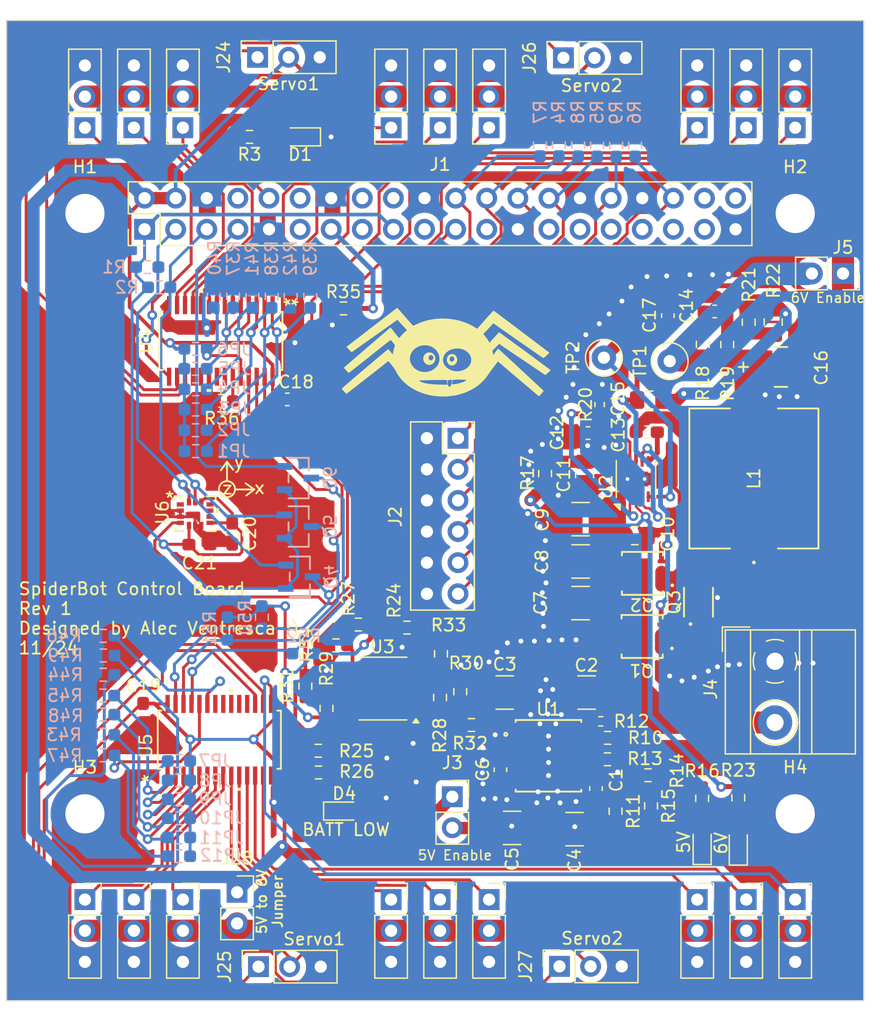
<source format=kicad_pcb>
(kicad_pcb (version 20240108) (generator "pcbnew") (generator_version "8.0")
  (layers (0 "F.Cu" signal) (31 "B.Cu" signal) (34 "B.Paste" user) (35 "F.Paste" user) (36 "B.SilkS" user "B.Silkscreen") (37 "F.SilkS" user "F.Silkscreen") (38 "B.Mask" user) (39 "F.Mask" user) (44 "Edge.Cuts" user))
  (net 0 "")
  (net 1 "7.4V_batt")
  (net 2 "GND")
  (net 3 "5V_pi")
  (net 4 "Net-(U2-BP)")
  (net 5 "Net-(U2-EN{slash}SS)")
  (net 6 "6V_servo")
  (net 7 "3V3_pi")
  (net 8 "Net-(U2-BOOT)")
  (net 9 "Net-(D1-A)")
  (net 10 "Net-(U2-COMP)")
  (net 11 "Net-(D3-A)")
  (net 12 "Net-(J1-Pin_22)")
  (net 14 "imu_interupt")
  (net 15 "Net-(J1-Pin_26)")
  (net 16 "Net-(J1-Pin_32)")
  (net 21 "Net-(J1-Pin_28)")
  (net 22 "BattLow")
  (net 23 "SDA_3V3")
  (net 24 "SCL_3V3")
  (net 26 "Net-(J1-Pin_36)")
  (net 27 "Net-(J1-Pin_24)")
  (net 31 "/servo_control/servo0")
  (net 32 "/servo_control/servo3")
  (net 33 "/servo_control/servo6")
  (net 34 "/servo_control/servo1")
  (net 35 "/servo_control/servo4")
  (net 36 "/servo_control/servo7")
  (net 37 "/servo_control/servo2")
  (net 38 "/servo_control/servo5")
  (net 39 "/servo_control/servo8")
  (net 40 "/servo_control/servo9")
  (net 41 "/servo_control/servo12")
  (net 42 "/servo_control/servo15")
  (net 43 "/servo_control/servo10")
  (net 44 "/servo_control/servo13")
  (net 45 "/servo_control/servo16")
  (net 46 "/servo_control/servo11")
  (net 47 "/servo_control/servo14")
  (net 48 "/servo_control/servo17")
  (net 49 "/servo_control/pwm1")
  (net 50 "/servo_control/pwm3")
  (net 51 "/servo_control/pwm2")
  (net 52 "/servo_control/pwm4")
  (net 53 "Net-(JP1-B)")
  (net 54 "Net-(JP2-B)")
  (net 55 "Net-(JP3-B)")
  (net 56 "Net-(JP4-B)")
  (net 57 "Net-(JP5-B)")
  (net 58 "Net-(JP7-B)")
  (net 59 "Net-(JP8-B)")
  (net 60 "Net-(JP9-B)")
  (net 61 "Net-(JP10-B)")
  (net 62 "Net-(JP11-B)")
  (net 63 "/servo_control/SDA_5V")
  (net 64 "/servo_control/SCL_5V")
  (net 65 "CLK_3V3")
  (net 66 "/servo_control/CLK_5V")
  (net 67 "Net-(Q1-G)")
  (net 68 "Net-(U2-FB)")
  (net 69 "Net-(Q3-G)")
  (net 70 "Net-(J3-Pin_2)")
  (net 71 "Net-(J5-Pin_2)")
  (net 72 "Net-(U3A-+)")
  (net 73 "Net-(U3B--)")
  (net 74 "Net-(U3B-+)")
  (net 75 "Net-(R29-Pad2)")
  (net 76 "Net-(U5-*OE)")
  (net 77 "Net-(U3A--)")
  (net 78 "Net-(U4-*OE)")
  (net 91 "/servo_control/A5_1")
  (net 92 "/servo_control/A5_2")
  (net 99 "Net-(D2-A)")
  (net 100 "Net-(U2-SW)")
  (net 104 "Net-(U1-FB)")
  (net 105 "Net-(U1-VLDOIN)")
  (net 106 "Net-(C14-Pad1)")
  (net 107 "Net-(C15-Pad2)")
  (net 108 "Net-(U1-EN)")
  (net 109 "Net-(U1-RT)")
  (net 110 "Net-(U1-CBOOT)")
  (net 112 "Net-(J1-Pin_10)")
  (net 113 "Net-(D4-A)")
  (net 114 "powergood_5V")
  (net 115 "powergood_6V")
  (footprint "Capacitor_SMD:C_0603_1608Metric_Pad1.08x0.95mm_HandSolder" (layer "F.Cu") (at 47.6 8.3375 90)
    (property "Reference" "C17")
    (property "Value" "270pF")
  )
  (footprint "Capacitor_SMD:C_0603_1608Metric_Pad1.08x0.95mm_HandSolder" (layer "F.Cu") (at 41.075 17.925 180)
    (property "Reference" "C12")
    (property "Value" "3300pF")
  )
  (footprint "Connector_PinSocket_2.54mm:PinSocket_1x03_P2.54mm_Vertical" (layer "F.Cu") (at 58 56)
    (property "Reference" "J23" (hide yes))
    (property "Value" "Conn_01x03")
  )
  (footprint "LED_SMD:LED_0603_1608Metric_Pad1.05x0.95mm_HandSolder" (layer "F.Cu") (at 50.4 51.475 90)
    (property "Reference" "D2" (hide yes))
    (property "Value" "LED Green")
  )
  (footprint "Resistor_SMD:R_0603_1608Metric_Pad0.98x0.95mm_HandSolder" (layer "F.Cu") (at 22.325 33.55 180)
    (property "Reference" "R27")
    (property "Value" "10k")
  )
  (footprint "Capacitor_SMD:C_1210_3225Metric_Pad1.33x2.70mm_HandSolder" (layer "F.Cu") (at 40.475 24.95 180)
    (property "Reference" "C9")
    (property "Value" "47uF")
  )
  (footprint "Capacitor_SMD:C_0603_1608Metric_Pad1.08x0.95mm_HandSolder" (layer "F.Cu") (at 4.75 40.85 -90)
    (property "Reference" "C19")
    (property "Value" "10uF")
  )
  (footprint "LED_SMD:LED_0603_1608Metric_Pad1.05x0.95mm_HandSolder" (layer "F.Cu") (at 53.35 51.525 90)
    (property "Reference" "D3" (hide yes))
    (property "Value" "LED Green")
  )
  (footprint "Capacitor_SMD:C_1210_3225Metric_Pad1.33x2.70mm_HandSolder" (layer "F.Cu") (at 39.978941 50.25 180)
    (property "Reference" "C4")
    (property "Value" "47uF")
  )
  (footprint "Connector_PinSocket_2.54mm:PinSocket_1x03_P2.54mm_Vertical" (layer "F.Cu") (at 29 56)
    (property "Reference" "J19" (hide yes))
    (property "Value" "Conn_01x03")
  )
  (footprint "Capacitor_SMD:C_1210_3225Metric_Pad1.33x2.70mm_HandSolder" (layer "F.Cu") (at 34.878941 50.15)
    (property "Reference" "C5")
    (property "Value" "47uF")
  )
  (footprint "Resistor_SMD:R_0603_1608Metric_Pad0.98x0.95mm_HandSolder" (layer "F.Cu") (at 30.65 39.025 -90)
    (property "Reference" "R30")
    (property "Value" "82k")
  )
  (footprint "Connector_PinSocket_2.54mm:PinSocket_1x03_P2.54mm_Vertical" (layer "F.Cu") (at 0 56)
    (property "Reference" "J15" (hide yes))
    (property "Value" "Conn_01x03" (hide yes))
  )
  (footprint "Spiderbot:IND_IHLP-4040DZ_VIS" (layer "F.Cu") (at 54.625 21.6301 90)
    (property "Reference" "L1")
    (property "Value" "240nH")
  )
  (footprint "Capacitor_SMD:C_1210_3225Metric_Pad1.33x2.70mm_HandSolder" (layer "F.Cu") (at 40.475 28.4 180)
    (property "Reference" "C8")
    (property "Value" "47uF")
  )
  (footprint "Spiderbot:8VSON" (layer "F.Cu") (at 45.5006 34.524999 180)
    (property "Reference" "Q1")
    (property "Value" "CSD17304Q3")
  )
  (footprint "Resistor_SMD:R_0603_1608Metric_Pad0.98x0.95mm_HandSolder" (layer "F.Cu") (at 31.5625 41.75)
    (property "Reference" "R32")
    (property "Value" "27k")
  )
  (footprint "Capacitor_SMD:C_0603_1608Metric_Pad1.08x0.95mm_HandSolder" (layer "F.Cu") (at 33.928941 45.4 -90)
    (property "Reference" "C6")
    (property "Value" "1uF")
  )
  (footprint "Resistor_SMD:R_0603_1608Metric_Pad0.98x0.95mm_HandSolder" (layer "F.Cu") (at 42.678941 42.8 180)
    (property "Reference" "R10")
    (property "Value" "100k")
  )
  (footprint "Spiderbot:SOT361-1_NXP" (layer "F.Cu") (at 10.975 42.95 90)
    (property "Reference" "U5")
    (property "Value" "PCA9685PW")
  )
  (footprint "TestPoint:TestPoint_Loop_D1.80mm_Drill1.0mm_Beaded" (layer "F.Cu") (at 47.75 12.05 90)
    (property "Reference" "TP1")
    (property "Value" "6V Line")
  )
  (footprint "Connector_PinSocket_2.54mm:PinSocket_1x03_P2.54mm_Vertical" (layer "F.Cu") (at 38.75 61.45 90)
    (property "Reference" "J27")
    (property "Value" "Conn_01x03")
  )
  (footprint "Connector_PinSocket_2.54mm:PinSocket_1x03_P2.54mm_Vertical" (layer "F.Cu") (at 25 -7 180)
    (property "Reference" "J7" (hide yes))
    (property "Value" "Conn_01x03" (hide yes))
  )
  (footprint "Resistor_SMD:R_0603_1608Metric_Pad0.98x0.95mm_HandSolder" (layer "F.Cu") (at 19.05 43.85)
    (property "Reference" "R25")
    (property "Value" "1.6k")
  )
  (footprint "Package_SO:SOIC-8-1EP_3.9x4.9mm_P1.27mm_EP2.29x3mm" (layer "F.Cu") (at 24.33 38.775 180)
    (property "Reference" "U3")
    (property "Value" "LM393")
  )
  (footprint "Resistor_SMD:R_0603_1608Metric_Pad0.98x0.95mm_HandSolder" (layer "F.Cu") (at 29.075 35.9375 90)
    (property "Reference" "R33")
    (property "Value" "30k")
  )
  (footprint "Connector_PinSocket_2.54mm:PinSocket_1x02_P2.54mm_Vertical" (layer "F.Cu") (at 12.425 55.4)
    (property "Reference" "J28")
    (property "Value" "5V to 6V Connect")
  )
  (footprint "LED_SMD:LED_0603_1608Metric_Pad1.05x0.95mm_HandSolder" (layer "F.Cu") (at 17.575 -6.25 180)
    (property "Reference" "D1")
    (property "Value" "LED Blue")
  )
  (footprint "Connector_PinSocket_2.54mm:PinSocket_1x02_P2.54mm_Vertical" (layer "F.Cu") (at 61.9 4.9 -90)
    (property "Reference" "J5")
    (property "Value" "6V Connect")
  )
  (footprint "Resistor_SMD:R_0603_1608Metric_Pad0.98x0.95mm_HandSolder" (layer "F.Cu") (at 45.978941 45.85)
    (property "Reference" "R14")
    (property "Value" "10k")
  )
  (footprint "Connector_PinSocket_2.54mm:PinSocket_1x03_P2.54mm_Vertical" (layer "F.Cu") (at 25 56)
    (property "Reference" "J16" (hide yes))
    (property "Value" "Conn_01x03")
  )
  (footprint "Resistor_SMD:R_0603_1608Metric_Pad0.98x0.95mm_HandSolder" (layer "F.Cu") (at 19.725 40.4 90)
    (property "Reference" "R29")
    (property "Value" "10k")
  )
  (footprint "TerminalBlock_MetzConnect:TerminalBlock_MetzConnect_Type011_RT05502HBWC_1x02_P5.00mm_Horizontal" (layer "F.Cu") (at 56.35 36.55 -90)
    (property "Reference" "J4")
    (property "Value" "Terminal Block")
  )
  (footprint "Resistor_SMD:R_0603_1608Metric_Pad0.98x0.95mm_HandSolder" (layer "F.Cu") (at 26.3 33.8)
    (property "Reference" "R24")
    (property "Value" "51k")
  )
  (footprint "Resistor_SMD:R_0603_1608Metric_Pad0.98x0.95mm_HandSolder" (layer "F.Cu") (at 11.175 15.3 180)
    (property "Reference" "R36")
    (property "Value" "10k")
  )
  (footprint "Resistor_SMD:R_0603_1608Metric_Pad0.98x0.95mm_HandSolder" (layer "F.Cu") (at 46.228941 48.35 -90)
    (property "Reference" "R15")
    (property "Value" "100k")
  )
  (footprint "Capacitor_SMD:C_0603_1608Metric_Pad1.08x0.95mm_HandSolder" (layer "F.Cu") (at 41.728941 46.9375 90)
    (property "Reference" "C1")
    (property "Value" "8.2pF")
  )
  (footprint "Resistor_SMD:R_0402_1005Metric_Pad0.72x0.64mm_HandSolder" (layer "F.Cu") (at 42.025 15.6 90)
    (property "Reference" "R20")
    (property "Value" "17.4k")
  )
  (footprint "Resistor_SMD:R_0603_1608Metric_Pad0.98x0.95mm_HandSolder" (layer "F.Cu") (at 13.4375 -6.25 180)
    (property "Reference" "R3")
    (property "Value" "1.2k")
  )
  (footprint "Connector_PinSocket_2.54mm:PinSocket_1x03_P2.54mm_Vertical" (layer "F.Cu") (at 54 -7 180)
    (property "Reference" "J11" (hide yes))
    (property "Value" "Conn_01x03" (hide yes))
  )
  (footprint "Resistor_SMD:R_0603_1608Metric_Pad0.98x0.95mm_HandSolder" (layer "F.Cu") (at 54.2 8.875 90)
    (property "Reference" "R21")
    (property "Value" "1.1k")
  )
  (footprint "Spiderbot:B3QFN20_RDL_TEX" (layer "F.Cu") (at 37.853941 44.262494)
    (property "Reference" "U1")
    (property "Value" "TLVM13640RDLR")
  )
  (footprint "Connector_PinSocket_2.54mm:PinSocket_1x03_P2.54mm_Vertical" (layer "F.Cu") (at 33 -7 180)
    (property "Reference" "J13" (hide yes))
    (property "Value" "Conn_01x03" (hide yes))
  )
  (footprint "Capacitor_SMD:C_1210_3225Metric_Pad1.33x2.70mm_HandSolder" (layer "F.Cu") (at 40.475 31.8 180)
    (property "Reference" "C7")
    (property "Value" "47uF")
  )
  (footprint "Spiderbot:8VSON" (layer "F.Cu") (at 45.5256 29.375001 180)
    (property "Reference" "Q2")
    (property "Value" "CSD17304Q3")
  )
  (footprint "Connector_PinSocket_2.54mm:PinSocket_1x03_P2.54mm_Vertical" (layer "F.Cu") (at 29 -7 180)
    (property "Reference" "J10" (hide yes))
    (property "Value" "Conn_01x03" (hide yes))
  )
  (footprint "Resistor_SMD:R_0603_1608Metric_Pad0.98x0.95mm_HandSolder" (layer "F.Cu") (at 42.666441 44.55)
    (property "Reference" "R13")
    (property "Value" "11.8k")
  )
  (footprint "Resistor_SMD:R_0603_1608Metric_Pad0.98x0.95mm_HandSolder" (layer "F.Cu") (at 20.5 35.25 180)
    (property "Reference" "R34")
    (property "Value" "10k")
  )
  (footprint "MountingHole:MountingHole_3.2mm_M3_DIN965_Pad_TopBottom" (layer "F.Cu") (at 58 49)
    (property "Reference" "H4")
    (property "Value" "MountingHole_Pad")
  )
  (footprint "TestPoint:TestPoint_Loop_D1.80mm_Drill1.0mm_Beaded" (layer "F.Cu") (at 42.375 11.775 90)
    (property "Reference" "TP2")
    (property "Value" "U1 Feedback")
  )
  (footprint "MountingHole:MountingHole_3.2mm_M3_DIN965_Pad_TopBottom" (layer "F.Cu") (at 0 0)
    (property "Reference" "H1")
    (property "Value" "MountingHole_Pad")
  )
  (footprint "Connector_PinSocket_2.54mm:PinSocket_2x06_P2.54mm_Vertical" (layer "F.Cu") (at 30.465 18.34)
    (property "Reference" "J2")
    (property "Value" "Leg Switches")
  )
  (footprint "Connector_PinSocket_2.54mm:PinSocket_1x03_P2.54mm_Vertical" (layer "F.Cu") (at 58 -7 180)
    (property "Reference" "J14" (hide yes))
    (property "Value" "Conn_01x03" (hide yes))
  )
  (footprint "Spiderbot:LGA-14L_2P5X3X0P83_STM" (layer "F.Cu") (at 9 24.5)
    (property "Reference" "U6")
    (property "Value" "LSM6DSO32TR")
  )
  (footprint "Spiderbot:SOT361-1_NXP" (layer "F.Cu") (at 11.100002 10.404 -90)
    (property "Reference" "U4")
    (property "Value" "PCA9685PW")
  )
  (footprint "Resistor_SMD:R_0603_1608Metric_Pad0.98x0.95mm_HandSolder" (layer "F.Cu") (at 21.1125 7.75)
    (property "Reference" "R35")
    (property "Value" "2k")
  )
  (footprint "Spiderbot:Q2_SON6_TEX" (layer "F.Cu") (at 50.1 31.725 90)
    (property "Reference" "Q3")
    (property "Value" "CSD13202Q2")
  )
  (footprint "Connector_PinSocket_2.54mm:PinSocket_1x03_P2.54mm_Vertical" (layer "F.Cu") (at 14.095 -12.75 90)
    (property "Reference" "J24")
    (property "Value" "Conn_01x03")
  )
  (footprint "MountingHole:MountingHole_3.2mm_M3_DIN965_Pad_TopBottom" (layer "F.Cu") (at 58 0)
    (property "Reference" "H2")
    (property "Value" "MountingHole_Pad")
  )
  (footprint "Capacitor_SMD:C_0805_2012Metric_Pad1.18x1.45mm_HandSolder" (layer "F.Cu") (at 46.125 15.225)
    (property "Reference" "C15")
    (property "Value" "1200pF")
  )
  (footprint "Capacitor_SMD:C_0603_1608Metric_Pad1.08x0.95mm_HandSolder" (layer "F.Cu") (at 16.525 15.175)
    (property "Reference" "C18")
    (property "Value" "10uF")
  )
  (footprint "Connector_PinSocket_2.54mm:PinSocket_1x03_P2.54mm_Vertical" (layer "F.Cu") (at 0 -7 180)
    (property "Reference" "J6" (hide yes))
    (property "Value" "Conn_01x03" (hide yes))
  )
  (footprint "Resistor_SMD:R_0603_1608Metric_Pad0.98x0.95mm_HandSolder" (layer "F.Cu") (at 18 38.575 90)
    (property "Reference" "R31")
    (property "Value" "1k")
  )
  (footprint "Connector_PinSocket_2.54mm:PinSocket_1x03_P2.54mm_Vertical" (layer "F.Cu") (at 54 56)
    (property "Reference" "J20" (hide yes))
    (property "Value" "Conn_01x03")
  )
  (footprint "Resistor_SMD:R_0402_1005Metric_Pad0.72x0.64mm_HandSolder" (layer "F.Cu") (at 42.128941 41.45)
    (property "Reference" "R12")
    (property "Value" "84.5k")
  )
  (footprint "Connector_PinSocket_2.54mm:PinSocket_1x02_P2.54mm_Vertical" (layer "F.Cu") (at 30 47.6)
    (property "Reference" "J3")
    (property "Value" "5V Connect")
  )
  (footprint "Connector_PinSocket_2.54mm:PinSocket_1x03_P2.54mm_Vertical" (layer "F.Cu") (at 33 56)
    (property "Reference" "J22" (hide yes))
    (property "Value" "Conn_01x03")
  )
  (footprint "Capacitor_SMD:C_1210_3225Metric_Pad1.33x2.70mm_HandSolder" (layer "F.Cu") (at 40.9625 39.1 180)
    (property "Reference" "C2")
    (property "Value" "10uF")
  )
  (footprint "Capacitor_SMD:C_0805_2012Metric_Pad1.18x1.45mm_HandSolder" (layer "F.Cu") (at 56.2 8.8625 -90)
    (property "Reference" "R22")
    (property "Value" "3.2k")
  )
  (footprint "Capacitor_SMD:C_0805_2012Metric_Pad1.18x1.45mm_HandSolder" (layer "F.Cu") (at 44.9 26.3)
    (property "Reference" "C10")
    (property "Value" "1uF")
  )
  (footprint "Package_SON:VSON-10-1EP_3x3mm_P0.5mm_EP1.2x2mm_ThermalVias" (layer "F.Cu") (at 45 21.675 90)
    (property "Reference" "U2")
    (property "Value" "TPS40305DRCR")
  )
  (footprint "Capacitor_SMD:C_0603_1608Metric_Pad1.08x0.95mm_HandSolder" (layer "F.Cu") (at 51.425 8)
    (property "Reference" "C14")
    (property "Value" "330pF")
  )
  (footprint "Capacitor_SMD:C_0805_2012Metric_Pad1.18x1.45mm_HandSolder" (layer "F.Cu") (at 40.8 21.3 -90)
    (property "Reference" "C11")
    (property "Value" "2.2uF")
  )
  (footprint "Connector_PinSocket_2.54mm:PinSocket_1x03_P2.54mm_Vertical" (layer "F.Cu") (at 4 -7 180)
    (property "Reference" "J9" (hide yes))
    (property "Value" "Conn_01x03" (hide yes))
  )
  (footprint "Connector_PinSocket_2.54mm:PinSocket_1x03_P2.54mm_Vertical" (layer "F.Cu") (at 8 56)
    (property "Reference" "J21" (hide yes))
    (property "Value" "Conn_01x03" (hide yes))
  )
  (footprint "Connector_PinSocket_2.54mm:PinSocket_1x03_P2.54mm_Vertical" (layer "F.Cu") (at 8 -7 180)
    (property "Reference" "J12" (hide yes))
    (property "Value" "Conn_01x03" (hide yes))
  )
  (footprint "Spiderbot:PCAP_TPE_B2_PAN_1411" (layer "F.Cu") (at 56.825 12.525)
    (property "Reference" "C16")
    (property "Value" "47uF")
  )
  (footprint "MountingHole:MountingHole_3.2mm_M3_DIN965_Pad_TopBottom" (layer "F.Cu") (at 0 49)
    (property "Reference" "H3")
    (property "Value" "MountingHole_Pad")
  )
  (footprint "Resistor_SMD:R_0603_1608Metric_Pad0.98x0.95mm_HandSolder" (layer "F.Cu") (at 29 39.5 -90)
    (property "Reference" "R28")
    (property "Value" "750k")
  )
  (footprint "Connector_PinSocket_2.54mm:PinSocket_1x03_P2.54mm_Vertical" (layer "F.Cu") (at 39.07 -12.7 90)
    (property "Reference" "J26")
    (property "Value" "Conn_01x03")
  )
  (footprint "Capacitor_SMD:C_0603_1608Metric_Pad1.08x0.95mm_HandSolder" (layer "F.Cu") (at 12.025 26.125 -90)
    (property "Reference" "C20")
    (property "Value" "0.1uF")
  )
  (footprint "Connector_PinSocket_2.54mm:PinSocket_1x03_P2.54mm_Vertical" (layer "F.Cu") (at 14.175 61.475 90)
    (property "Reference" "J25")
    (property "Value" "Conn_01x03")
  )
  (footprint "Connector_PinSocket_2.54mm:PinSocket_1x03_P2.54mm_Vertical" (layer "F.Cu") (at 50 -7 180)
    (property "Reference" "J8" (hide yes))
    (property "Value" "Conn_01x03" (hide yes))
  )
  (footprint "Resistor_SMD:R_0603_1608Metric_Pad0.98x0.95mm_HandSolder" (layer "F.Cu") (at 43.328941 48.7875 90)
    (property "Reference" "R11")
    (property "Value" "42.2k")
  )
  (footprint "Connector_PinSocket_2.54mm:PinSocket_2x20_P2.54mm_Vertical" (layer "F.Cu") (at 29 0 90)
    (property "Reference" "J1")
    (property "Value" "Ras Pi 4 Interface")
  )
  (footprint "Capacitor_SMD:C_0603_1608Metric_Pad1.08x0.95mm_HandSolder" (layer "F.Cu") (at 9.35 27.025)
    (property "Reference" "C21")
    (property "Value" "0.1uF")
  )
  (footprint "Connector_PinSocket_2.54mm:PinSocket_1x03_P2.54mm_Vertical" (layer "F.Cu") (at 50 56)
    (property "Reference" "J17" (hide yes))
    (property "Value" "Conn_01x03")
  )
  (footprint "Capacitor_SMD:C_1210_3225Metric_Pad1.33x2.70mm_HandSolder" (layer "F.Cu") (at 34.278941 39.1)
    (property "Reference" "C3")
    (property "Value" "10uF")
  )
  (footprint "Resistor_SMD:R_0603_1608Metric_Pad0.98x0.95mm_HandSolder" (layer "F.Cu") (at 52.45 10.7 90)
    (property "Reference" "R19")
    (property "Value" "10k")
  )
  (footprint "Capacitor_SMD:C_0603_1608Metric_Pad1.08x0.95mm_HandSolder" (layer "F.Cu") (at 45.875 17.85 180)
    (property "Reference" "C13")
    (property "Value" "0.1uF")
  )
  (footprint "Resistor_SMD:R_0603_1608Metric_Pad0.98x0.95mm_HandSolder" (layer "F.Cu") (at 37.575 21.225 90)
    (property "Reference" "R17")
    (property "Value" "100k")
  )
  (footprint "Resistor_SMD:R_0603_1608Metric_Pad0.98x0.95mm_HandSolder" (layer "F.Cu") (at 19.075 45.625)
    (property "Reference" "R26")
    (property "Value" "10k")
  )
  (footprint "Resistor_SMD:R_0603_1608Metric_Pad0.98x0.95mm_HandSolder" (layer "F.Cu") (at 50.4 47.7375 -90)
    (property "Reference" "R16")
    (property "Value" "1.6k")
  )
  (footprint "Connector_PinSocket_2.54mm:PinSocket_1x03_P2.54mm_Vertical" (layer "F.Cu") (at 4 56)
    (property "Reference" "J18" (hide yes))
    (property "Value" "Conn_01x03" (hide yes))
  )
  (footprint "LED_SMD:LED_0603_1608Metric_Pad1.05x0.95mm_HandSolder" (layer "F.Cu") (at 21.15 48.775)
    (property "Reference" "D4")
    (property "Value" "LED Red")
  )
  (footprint "Resistor_SMD:R_0603_1608Metric_Pad0.98x0.95mm_HandSolder" (layer "F.Cu") (at 53.35 47.6875 -90)
    (property "Reference" "R23")
    (property "Value" "1.6k")
  )
  (footprint "Resistor_SMD:R_0603_1608Metric_Pad0.98x0.95mm_HandSolder" (layer "F.Cu") (at 50.45 10.6875 90)
    (property "Reference" "R18")
    (property "Value" "2.1k")
  )
  (footprint "Resistor_SMD:R_0603_1608Metric_Pad0.98x0.95mm_HandSolder" (layer "B.Cu") (at 7.675 50.925 180)
    (property "Reference" "JP11")
    (property "Value" "SolderJumper_2_Open")
  )
  (footprint "Resistor_SMD:R_0603_1608Metric_Pad0.98x0.95mm_HandSolder" (layer "B.Cu") (at 40.275 -5.575 90)
    (property "Reference" "R8")
    (property "Value" "10k")
  )
  (footprint "Resistor_SMD:R_0603_1608Metric_Pad0.98x0.95mm_HandSolder" (layer "B.Cu") (at 1.4875 40.9 180)
    (property "Reference" "R48")
    (property "Value" "10k")
  )
  (footprint "Resistor_SMD:R_0603_1608Metric_Pad0.98x0.95mm_HandSolder" (layer "B.Cu") (at 17.85 35.925 180)
    (property "Reference" "R52")
    (property "Value" "10k")
  )
  (footprint "Resistor_SMD:R_0603_1608Metric_Pad0.98x0.95mm_HandSolder" (layer "B.Cu") (at 1.5 36.075 180)
    (property "Reference" "R49")
    (property "Value" "10k")
  )
  (footprint "Resistor_SMD:R_0603_1608Metric_Pad0.98x0.95mm_HandSolder" (layer "B.Cu") (at 11.625 33.875 -90)
    (property "Reference" "R51")
    (property "Value" "10k")
  )
  (footprint "Resistor_SMD:R_0603_1608Metric_Pad0.98x0.95mm_HandSolder" (layer "B.Cu") (at 1.4875 34.475 180)
    (property "Reference" "R46")
    (property "Value" "10k")
  )
  (footprint "Spiderbot:SOT-23_3L_ONS" (layer "B.Cu") (at 17.55 29.65 90)
    (property "Reference" "Q4")
    (property "Value" "BSS138")
  )
  (footprint "Resistor_SMD:R_0603_1608Metric_Pad0.98x0.95mm_HandSolder" (layer "B.Cu") (at 9.0375 14.35)
    (property "Reference" "JP4")
    (property "Value" "SolderJumper_2_Open")
  )
  (footprint "Resistor_SMD:R_0603_1608Metric_Pad0.98x0.95mm_HandSolder" (layer "B.Cu") (at 7.675 52.46 180)
    (property "Reference" "JP12")
    (property "Value" "SolderJumper_2_Open")
  )
  (footprint "Resistor_SMD:R_0603_1608Metric_Pad0.98x0.95mm_HandSolder" (layer "B.Cu") (at 10.525 6.7625 90)
    (property "Reference" "R40")
    (property "Value" "10k")
  )
  (footprint "Resistor_SMD:R_0603_1608Metric_Pad0.98x0.95mm_HandSolder" (layer "B.Cu") (at 38.7 -5.5875 90)
    (property "Reference" "R4")
    (property "Value" "10k")
  )
  (footprint "Resistor_SMD:R_0603_1608Metric_Pad0.98x0.95mm_HandSolder" (layer "B.Cu") (at 37.15 -5.5875 90)
    (property "Reference" "R7")
    (property "Value" "10k")
  )
  (footprint "Resistor_SMD:R_0603_1608Metric_Pad0.98x0.95mm_HandSolder" (layer "B.Cu") (at 7.675 44.685 180)
    (property "Reference" "JP7")
    (property "Value" "SolderJumper_2_Open")
  )
  (footprint "Resistor_SMD:R_0603_1608Metric_Pad0.98x0.95mm_HandSolder" (layer "B.Cu") (at 9.025 12.675)
    (property "Reference" "JP5")
    (property "Value" "SolderJumper_2_Open")
  )
  (footprint "Resistor_SMD:R_0603_1608Metric_Pad0.98x0.95mm_HandSolder" (layer "B.Cu") (at 9.0375 11.05)
    (property "Reference" "JP6")
    (property "Value" "SolderJumper_2_Open")
  )
  (footprint "Resistor_SMD:R_0603_1608Metric_Pad0.98x0.95mm_HandSolder" (layer "B.Cu") (at 9.0375 16)
    (property "Reference" "JP3")
    (property "Value" "SolderJumper_2_Open")
  )
  (footprint "Resistor_SMD:R_0603_1608Metric_Pad0.98x0.95mm_HandSolder" (layer "B.Cu") (at 43.375 -5.55 90)
    (property "Reference" "R9")
    (property "Value" "10k")
  )
  (footprint "Resistor_SMD:R_0603_1608Metric_Pad0.98x0.95mm_HandSolder" (layer "B.Cu") (at 12.1 6.7625 90)
    (property "Reference" "R37")
    (property "Value" "10k")
  )
  (footprint "Resistor_SMD:R_0603_1608Metric_Pad0.98x0.95mm_HandSolder" (layer "B.Cu") (at 1.475 39.35 180)
    (property "Reference" "R45")
    (property "Value" "10k")
  )
  (footprint "Resistor_SMD:R_0603_1608Metric_Pad0.98x0.95mm_HandSolder" (layer "B.Cu") (at 13.675 6.7875 90)
    (property "Reference" "R41")
    (property "Value" "10k")
  )
  (footprint "Resistor_SMD:R_0603_1608Metric_Pad0.98x0.95mm_HandSolder" (layer "B.Cu") (at 6.0625 6.025)
    (property "Reference" "R2")
    (property "Value" "10k")
  )
  (footprint "Resistor_SMD:R_0603_1608Metric_Pad0.98x0.95mm_HandSolder" (layer "B.Cu") (at 1.4875 37.65 180)
    (property "Reference" "R44")
    (property "Value" "10k")
  )
  (footprint "Resistor_SMD:R_0603_1608Metric_Pad0.98x0.95mm_HandSolder" (layer "B.Cu") (at 5.0875 4.375)
    (property "Reference" "R1")
    (property "Value" "10k")
  )
  (footprint "Resistor_SMD:R_0603_1608Metric_Pad0.98x0.95mm_HandSolder" (layer "B.Cu") (at 18.4 6.7875 90)
    (property "Reference" "R39")
    (property "Value" "10k")
  )
  (footprint "Spiderbot:SOT-23_3L_ONS" (layer "B.Cu") (at 17.45 21.6 90)
    (property "Reference" "Q6")
    (property "Value" "BSS138")
  )
  (footprint "Resistor_SMD:R_0603_1608Metric_Pad0.98x0.95mm_HandSolder" (layer "B.Cu") (at 9.025 17.69)
    (property "Reference" "JP2")
    (property "Value" "SolderJumper_2_Open")
  )
  (footprint "Resistor_SMD:R_0603_1608Metric_Pad0.98x0.95mm_HandSolder" (layer "B.Cu") (at 15.25 6.7875 90)
    (property "Reference" "R38")
    (property "Value" "10k")
  )
  (footprint "Resistor_SMD:R_0603_1608Metric_Pad0.98x0.95mm_HandSolder" (layer "B.Cu") (at 16.8 6.7875 90)
    (property "Reference" "R42")
    (property "Value" "10k")
  )
  (footprint "Resistor_SMD:R_0603_1608Metric_Pad0.98x0.95mm_HandSolder" (layer "B.Cu") (at 7.675 46.26 180)
    (property "Reference" "JP8")
    (property "Value" "SolderJumper_2_Open")
  )
  (footprint "Resistor_SMD:R_0603_1608Metric_Pad0.98x0.95mm_HandSolder" (layer "B.Cu") (at 44.925 -5.5625 90)
    (property "Reference" "R6")
    (property "Value" "10k")
  )
  (footprint "Resistor_SMD:R_0603_1608Metric_Pad0.98x0.95mm_HandSolder" (layer "B.Cu") (at 14.45 32.9625 -90)
    (property "Reference" "R50")
    (property "Value" "10k")
  )
  (footprint "Spiderbot:SOT-23_3L_ONS" (layer "B.Cu") (at 17.45 25.55 90)
    (property "Reference" "Q5")
    (property "Value" "BSS138")
  )
  (footprint "Resistor_SMD:R_0603_1608Metric_Pad0.98x0.95mm_HandSolder" (layer "B.Cu") (at 7.675 49.36 180)
    (property "Reference" "JP10")
    (property "Value" "SolderJumper_2_Open")
  )
  (footprint "Resistor_SMD:R_0603_1608Metric_Pad0.98x0.95mm_HandSolder" (layer "B.Cu") (at 1.5 44.225 180)
    (property "Reference" "R47")
    (property "Value" "10k")
  )
  (footprint "Resistor_SMD:R_0603_1608Metric_Pad0.98x0.95mm_HandSolder" (layer "B.Cu") (at 41.825 -5.5625 90)
    (property "Reference" "R5")
    (property "Value" "10k")
  )
  (footprint "Resistor_SMD:R_0603_1608Metric_Pad0.98x0.95mm_HandSolder" (layer "B.Cu") (at 9.0375 19.4)
    (property "Reference" "JP1")
    (property "Value" "SolderJumper_2_Open")
  )
  (footprint "Resistor_SMD:R_0603_1608Metric_Pad0.98x0.95mm_HandSolder" (layer "B.Cu") (at 1.4875 42.55 180)
    (property "Reference" "R43")
    (property "Value" "10k")
  )
  (footprint "Resistor_SMD:R_0603_1608Metric_Pad0.98x0.95mm_HandSolder" (layer "B.Cu") (at 7.675 47.81 180)
    (property "Reference" "JP9")
    (property "Value" "SolderJumper_2_Open")
  )
  (gr_line (start 11.6 20.2625) (end 11.6 21.8375) (stroke (width 0.15)) (layer "F.SilkS"))
  (gr_line (start 11.1 20.9625) (end 11.6 20.2625) (stroke (width 0.15)) (layer "F.SilkS"))
  (gr_line (start 13.825 22.525) (end 12.25 22.525) (stroke (width 0.15)) (layer "F.SilkS"))
  (gr_poly (pts (xy 25.514061 7.713688) (xy 25.551392 7.753756) (xy 25.68369 7.901137) (xy 25.876165 8.11941) (xy 26.10881 8.386052) (xy 26.344566 8.656558) (xy 26.545421 8.885354) (xy 26.690095 9.04832) (xy 26.734712 9.097577) (xy 26.757303 9.12133) (xy 26.766395 9.129655) (xy 26.774859 9.136726) (xy 26.783126 9.142435) (xy 26.791626 9.146678) (xy 26.800789 9.149348) (xy 26.811048 9.150339) (xy 26.822831 9.149546) (xy 26.836571 9.146862) (xy 26.852697 9.142181) (xy 26.871641 9.135397) (xy 26.893833 9.126405) (xy 26.919703 9.115097) (xy 26.984203 9.085114) (xy 27.068586 9.044601) (xy 27.357542 8.917606) (xy 27.655545 8.810576) (xy 27.961113 8.723416) (xy 28.272765 8.656031) (xy 28.589018 8.608328) (xy 28.908392 8.58021) (xy 29.229405 8.571585) (xy 29.550576 8.582357) (xy 29.870423 8.612432) (xy 30.187464 8.661714) (xy 30.500218 8.730111) (xy 30.807204 8.817526) (xy 31.10694 8.923866) (xy 31.397944 9.049035) (xy 31.678736 9.19294) (xy 31.947833 9.355486) (xy 32.0282 9.408072) (xy 32.684433 8.668759) (xy 32.816754 8.520232) (xy 32.941138 8.38167) (xy 33.054795 8.256106) (xy 33.154937 8.146571) (xy 33.238772 8.056099) (xy 33.303512 7.987722) (xy 33.346366 7.944472) (xy 33.358714 7.933217) (xy 33.362466 7.930348) (xy 33.364545 7.929381) (xy 33.552954 8.064887) (xy 34.04826 8.433843) (xy 35.658481 9.646726) (xy 37.928606 11.36407) (xy 37.694319 11.594523) (xy 37.66568 11.622508) (xy 37.638647 11.648499) (xy 37.613216 11.672499) (xy 37.589382 11.694512) (xy 37.567141 11.714541) (xy 37.546488 11.73259) (xy 37.527418 11.748664) (xy 37.509927 11.762764) (xy 37.494011 11.774896) (xy 37.479664 11.785062) (xy 37.466883 11.793267) (xy 37.461078 11.796635) (xy 37.455663 11.799514) (xy 37.450636 11.801905) (xy 37.445998 11.803807) (xy 37.441748 11.805222) (xy 37.437885 11.806149) (xy 37.434409 11.80659) (xy 37.431319 11.806545) (xy 37.428615 11.806014) (xy 37.426296 11.804998) (xy 35.48255 10.459021) (xy 33.507552 9.077673) (xy 33.357797 8.963042) (xy 33.105583 9.230867) (xy 32.690782 9.669744) (xy 32.528197 9.840798) (xy 32.690651 10.036325) (xy 32.725172 10.078792) (xy 32.761017 10.124568) (xy 32.797141 10.17221) (xy 32.8325 10.220277) (xy 32.866048 10.267326) (xy 32.89674 10.311917) (xy 32.923532 10.352608) (xy 32.945378 10.387956) (xy 33.037585 10.54406) (xy 33.425002 10.118676) (xy 33.503067 10.033241) (xy 33.576424 9.953566) (xy 33.643428 9.881391) (xy 33.702434 9.818457) (xy 33.751797 9.766506) (xy 33.789873 9.727277) (xy 33.815016 9.702513) (xy 33.822223 9.6961) (xy 33.824396 9.69448) (xy 33.825581 9.693955) (xy 35.929754 11.228918) (xy 38.022667 12.779061) (xy 38.022588 12.783274) (xy 38.020084 12.789385) (xy 38.008413 12.806751) (xy 37.988881 12.830068) (xy 37.962712 12.85824) (xy 37.931132 12.890174) (xy 37.895365 12.924776) (xy 37.816176 12.997607) (xy 37.734947 13.067983) (xy 37.69663 13.099515) (xy 37.661479 13.127152) (xy 37.63072 13.149799) (xy 37.605577 13.166362) (xy 37.587275 13.175748) (xy 37.581073 13.177408) (xy 37.577041 13.176863) (xy 35.790087 11.977109) (xy 33.959923 10.739058) (xy 33.821611 10.639177) (xy 33.549686 10.915073) (xy 33.277827 11.191032) (xy 33.311892 11.374257) (xy 33.345957 11.557547) (xy 33.539235 11.28754) (xy 33.572369 11.241312) (xy 33.601596 11.20078) (xy 33.627241 11.16564) (xy 33.638823 11.149998) (xy 33.649633 11.135591) (xy 33.659711 11.122382) (xy 33.669098 11.110332) (xy 33.677836 11.099404) (xy 33.685964 11.08956) (xy 33.693525 11.080762) (xy 33.700558 11.072973) (xy 33.707105 11.066155) (xy 33.713207 11.060271) (xy 33.718904 11.055282) (xy 33.724238 11.05115) (xy 33.726781 11.049394) (xy 33.729249 11.047839) (xy 33.731646 11.046479) (xy 33.733978 11.045309) (xy 33.73625 11.044326) (xy 33.738467 11.043525) (xy 33.740634 11.0429) (xy 33.742756 11.042447) (xy 33.744838 11.042162) (xy 33.746885 11.042039) (xy 33.748903 11.042073) (xy 33.750897 11.042261) (xy 33.752871 11.042598) (xy 33.754831 11.043078) (xy 33.756782 11.043697) (xy 33.758729 11.04445) (xy 33.762631 11.046341) (xy 33.76658 11.048712) (xy 33.770614 11.051526) (xy 33.774776 11.054745) (xy 33.779105 11.058331) (xy 33.783644 11.062246) (xy 35.689223 12.8238) (xy 37.45282 14.469418) (xy 37.453101 14.474078) (xy 37.451219 14.480864) (xy 37.44731 14.489623) (xy 37.441508 14.500201) (xy 37.424766 14.526206) (xy 37.402075 14.557656) (xy 37.374516 14.59333) (xy 37.343168 14.632003) (xy 37.309113 14.672455) (xy 37.273432 14.713463) (xy 37.237205 14.753804) (xy 37.201513 14.792256) (xy 37.167437 14.827597) (xy 37.136058 14.858604) (xy 37.108455 14.884054) (xy 37.085711 14.902726) (xy 37.076499 14.909138) (xy 37.068906 14.913397) (xy 37.063068 14.91535) (xy 37.05912 14.914845) (xy 35.562868 13.647275) (xy 33.835635 12.174224) (xy 33.728743 12.081356) (xy 33.405025 12.502042) (xy 33.264744 12.687076) (xy 33.12212 12.879892) (xy 32.993832 13.057665) (xy 32.940277 13.133777) (xy 32.896562 13.197567) (xy 32.733014 13.420939) (xy 32.553753 13.628801) (xy 32.359894 13.8212) (xy 32.15255 13.998183) (xy 31.932836 14.159795) (xy 31.701865 14.306084) (xy 31.460752 14.437097) (xy 31.21061 14.552879) (xy 30.952554 14.653478) (xy 30.687698 14.73894) (xy 30.417155 14.809312) (xy 30.14204 14.86464) (xy 29.863466 14.904971) (xy 29.582548 14.930352) (xy 29.300399 14.940829) (xy 29.018134 14.936449) (xy 28.736867 14.917259) (xy 28.457711 14.883304) (xy 28.181781 14.834632) (xy 27.910191 14.77129) (xy 27.644054 14.693323) (xy 27.384485 14.600779) (xy 27.132598 14.493704) (xy 26.889506 14.372145) (xy 26.656324 14.236149) (xy 26.434165 14.085761) (xy 26.224145 13.921029) (xy 26.027376 13.742) (xy 25.915151 13.623083) (xy 27.277276 13.623083) (xy 27.34944 13.679834) (xy 27.39353 13.710561) (xy 27.445459 13.739628) (xy 27.505159 13.767024) (xy 27.572558 13.792737) (xy 27.647587 13.816752) (xy 27.730177 13.839059) (xy 27.820257 13.859645) (xy 27.917757 13.878496) (xy 28.022609 13.895601) (xy 28.134741 13.910947) (xy 28.380568 13.936313) (xy 28.654681 13.954493) (xy 28.95652 13.965387) (xy 29.599392 13.98007) (xy 29.583979 13.866434) (xy 29.576951 13.817388) (xy 29.569279 13.767859) (xy 29.561878 13.723614) (xy 29.558567 13.705274) (xy 29.555669 13.690418) (xy 29.55447 13.683704) (xy 29.553648 13.677029) (xy 29.553193 13.670426) (xy 29.553096 13.663928) (xy 29.55335 13.657571) (xy 29.553944 13.651388) (xy 29.554872 13.645412) (xy 29.556123 13.639677) (xy 29.557691 13.634217) (xy 29.55859 13.631601) (xy 29.559564 13.629067) (xy 29.560614 13.626618) (xy 29.561605 13.624537) (xy 29.610702 13.624537) (xy 29.614935 13.782625) (xy 29.617006 13.828282) (xy 29.6206 13.870756) (xy 29.625621 13.91006) (xy 29.63197 13.946209) (xy 29.639551 13.979216) (xy 29.648267 14.009096) (xy 29.658021 14.035862) (xy 29.668715 14.059529) (xy 29.680253 14.080109) (xy 29.692537 14.097618) (xy 29.705471 14.112069) (xy 29.718958 14.123475) (xy 29.7329 14.131851) (xy 29.7472 14.137211) (xy 29.761762 14.139568) (xy 29.776488 14.138937) (xy 29.791282 14.135332) (xy 29.806045 14.128765) (xy 29.820682 14.119252) (xy 29.835094 14.106805) (xy 29.849186 14.09144) (xy 29.86286 14.07317) (xy 29.876018 14.052008) (xy 29.888565 14.027969) (xy 29.900402 14.001067) (xy 29.911434 13.971315) (xy 29.921561 13.938728) (xy 29.925962 13.921656) (xy 29.967899 13.921656) (xy 29.969687 13.929332) (xy 29.971431 13.932581) (xy 29.97382 13.935441) (xy 29.976913 13.937915) (xy 29.980767 13.940005) (xy 29.990995 13.943048) (xy 30.004972 13.944593) (xy 30.023168 13.944662) (xy 30.046048 13.943279) (xy 30.074083 13.940468) (xy 30.107739 13.936251) (xy 30.19379 13.923692) (xy 30.307945 13.905789) (xy 30.390342 13.891718) (xy 30.470695 13.875994) (xy 30.54855 13.858793) (xy 30.623459 13.840294) (xy 30.694968 13.820675) (xy 30.762627 13.800114) (xy 30.825984 13.778789) (xy 30.884588 13.756878) (xy 30.937988 13.73456) (xy 30.985732 13.712012) (xy 31.027369 13.689412) (xy 31.045757 13.678149) (xy 31.062448 13.666939) (xy 31.077387 13.655805) (xy 31.090517 13.64477) (xy 31.101782 13.633856) (xy 31.111125 13.623084) (xy 31.118491 13.612478) (xy 31.123821 13.602059) (xy 31.127061 13.59185) (xy 31.128154 13.581873) (xy 31.119474 13.577879) (xy 31.094706 13.574338) (xy 31.004512 13.568647) (xy 30.872799 13.56487) (xy 30.714792 13.563079) (xy 30.545715 13.563344) (xy 30.380794 13.565734) (xy 30.235256 13.570322) (xy 30.124325 13.577177) (xy 30.088525 13.580693) (xy 30.073959 13.5826) (xy 30.061377 13.584862) (xy 30.055773 13.586185) (xy 30.050598 13.587668) (xy 30.045829 13.589335) (xy 30.041444 13.591208) (xy 30.037419 13.593314) (xy 30.033734 13.595674) (xy 30.030364 13.598312) (xy 30.027288 13.601254) (xy 30.024484 13.604522) (xy 30.021928 13.608139) (xy 30.019599 13.612131) (xy 30.017474 13.616521) (xy 30.01553 13.621332) (xy 30.013746 13.626588) (xy 30.010563 13.638531) (xy 30.007748 13.652541) (xy 30.005119 13.668808) (xy 29.999705 13.708874) (xy 29.992639 13.760745) (xy 29.985046 13.812003) (xy 29.977837 13.856724) (xy 29.974662 13.874784) (xy 29.971925 13.888989) (xy 29.967988 13.912389) (xy 29.967899 13.921656) (xy 29.925962 13.921656) (xy 29.930689 13.903319) (xy 29.938719 13.865102) (xy 29.945555 13.824091) (xy 29.951099 13.780301) (xy 29.955255 13.733744) (xy 29.959771 13.668217) (xy 29.960884 13.642047) (xy 29.960781 13.619975) (xy 29.960166 13.610407) (xy 29.959118 13.60178) (xy 29.957596 13.594066) (xy 29.955556 13.587239) (xy 29.952955 13.581269) (xy 29.949752 13.57613) (xy 29.945903 13.571793) (xy 29.941365 13.56823) (xy 29.936097 13.565415) (xy 29.930055 13.563319) (xy 29.923197 13.561913) (xy 29.915479 13.561172) (xy 29.906861 13.561066) (xy 29.897297 13.561568) (xy 29.875168 13.564285) (xy 29.84875 13.5691) (xy 29.817701 13.575791) (xy 29.740349 13.593912) (xy 29.610702 13.624537) (xy 29.561605 13.624537) (xy 29.561737 13.624259) (xy 29.562932 13.621995) (xy 29.564198 13.619828) (xy 29.565535 13.617764) (xy 29.566941 13.615808) (xy 29.568415 13.613962) (xy 29.569956 13.612231) (xy 29.571563 13.61062) (xy 29.573235 13.609133) (xy 29.57497 13.607774) (xy 29.576769 13.606546) (xy 29.578228 13.604537) (xy 29.57608 13.602664) (xy 29.561024 13.599324) (xy 29.488318 13.594276) (xy 29.176041 13.590688) (xy 28.647989 13.595756) (xy 27.912209 13.609457) (xy 27.277276 13.623083) (xy 25.915151 13.623083) (xy 25.844972 13.548719) (xy 25.678048 13.341234) (xy 25.527718 13.11959) (xy 25.395096 12.883836) (xy 25.352273 12.803713) (xy 25.30496 12.723678) (xy 25.251737 12.641793) (xy 25.191185 12.556117) (xy 25.121883 12.464711) (xy 25.042411 12.365635) (xy 24.951348 12.256951) (xy 24.847276 12.136719) (xy 24.772135 12.050994) (xy 24.467731 12.293948) (xy 23.839214 12.787553) (xy 22.75548 13.633137) (xy 21.347567 14.729372) (xy 21.160175 14.529347) (xy 21.122427 14.488581) (xy 21.087002 14.449412) (xy 21.054689 14.412778) (xy 21.02628 14.379617) (xy 21.002565 14.350868) (xy 20.992715 14.338442) (xy 20.984335 14.32747) (xy 20.977524 14.318071) (xy 20.972381 14.310362) (xy 20.969004 14.30446) (xy 20.968009 14.302223) (xy 20.967493 14.300482) (xy 21.126757 14.152157) (xy 21.55103 13.782765) (xy 22.84462 12.67771) (xy 23.80075 11.872034) (xy 26.534874 11.872034) (xy 26.53975 11.946016) (xy 26.550819 12.020411) (xy 26.568278 12.095013) (xy 26.592326 12.169614) (xy 26.623159 12.244008) (xy 26.657598 12.312673) (xy 26.695786 12.377966) (xy 26.737527 12.439853) (xy 26.782627 12.498298) (xy 26.830893 12.553268) (xy 26.882131 12.604728) (xy 26.936144 12.652643) (xy 26.992741 12.69698) (xy 27.051725 12.737703) (xy 27.112904 12.774779) (xy 27.176082 12.808172) (xy 27.241066 12.837849) (xy 27.30766 12.863776) (xy 27.375672 12.885916) (xy 27.444906 12.904237) (xy 27.515169 12.918704) (xy 27.586266 12.929281) (xy 27.658002 12.935936) (xy 27.730184 12.938633) (xy 27.802617 12.937338) (xy 27.875107 12.932017) (xy 27.94746 12.922635) (xy 28.019482 12.909157) (xy 28.090977 12.89155) (xy 28.161752 12.869778) (xy 28.231613 12.843808) (xy 28.300366 12.813605) (xy 28.367815 12.779134) (xy 28.433767 12.740362) (xy 28.498028 12.697253) (xy 28.560403 12.649773) (xy 28.620698 12.597888) (xy 28.67795 12.541652) (xy 28.729508 12.483001) (xy 28.77545 12.422173) (xy 28.815856 12.359407) (xy 28.850803 12.294943) (xy 28.880373 12.229019) (xy 28.904643 12.161874) (xy 28.923693 12.093748) (xy 28.937602 12.024878) (xy 28.942909 11.983267) (xy 29.239081 11.983267) (xy 29.245977 12.056102) (xy 29.260025 12.127296) (xy 29.280904 12.196629) (xy 29.308294 12.263886) (xy 29.341875 12.328849) (xy 29.381325 12.3913) (xy 29.426325 12.451023) (xy 29.476554 12.507799) (xy 29.531691 12.561412) (xy 29.591416 12.611645) (xy 29.655408 12.658279) (xy 29.723348 12.701099) (xy 29.794913 12.739885) (xy 29.869785 12.774422) (xy 29.947641 12.804492) (xy 30.028163 12.829877) (xy 30.111029 12.85036) (xy 30.195918 12.865724) (xy 30.282511 12.875752) (xy 30.370487 12.880226) (xy 30.459525 12.878929) (xy 30.549305 12.871644) (xy 30.639506 12.858153) (xy 30.729807 12.838239) (xy 30.819889 12.811685) (xy 30.909431 12.778273) (xy 30.998111 12.737786) (xy 31.069632 12.699213) (xy 31.13607 12.657737) (xy 31.197446 12.613566) (xy 31.253776 12.566907) (xy 31.305079 12.517969) (xy 31.351373 12.466958) (xy 31.392676 12.414084) (xy 31.429005 12.359554) (xy 31.460379 12.303576) (xy 31.486816 12.246357) (xy 31.508333 12.188106) (xy 31.52495 12.12903) (xy 31.536683 12.069338) (xy 31.543551 12.009237) (xy 31.545572 11.948935) (xy 31.542764 11.888639) (xy 31.535145 11.828559) (xy 31.522732 11.768901) (xy 31.505545 11.709873) (xy 31.4836 11.651684) (xy 31.456916 11.59454) (xy 31.425511 11.538651) (xy 31.389403 11.484224) (xy 31.34861 11.431466) (xy 31.30315 11.380586) (xy 31.253041 11.331792) (xy 31.198301 11.285291) (xy 31.138948 11.241291) (xy 31.075 11.2) (xy 31.006474 11.161626) (xy 30.93339 11.126376) (xy 30.855765 11.09446) (xy 30.802539 11.075866) (xy 30.748413 11.059908) (xy 30.693511 11.046544) (xy 30.637958 11.035732) (xy 30.581878 11.027432) (xy 30.525396 11.021601) (xy 30.468635 11.0182) (xy 30.411722 11.017187) (xy 30.354778 11.01852) (xy 30.29793 11.022158) (xy 30.241302 11.028061) (xy 30.185017 11.036186) (xy 30.129201 11.046493) (xy 30.073977 11.058941) (xy 30.019471 11.073488) (xy 29.965805 11.090094) (xy 29.913106 11.108716) (xy 29.861497 11.129314) (xy 29.811103 11.151847) (xy 29.762047 11.176272) (xy 29.714455 11.20255) (xy 29.668451 11.230639) (xy 29.624159 11.260498) (xy 29.581703 11.292085) (xy 29.541208 11.325359) (xy 29.502799 11.36028) (xy 29.466599 11.396805) (xy 29.432734 11.434894) (xy 29.401326 11.474506) (xy 29.372502 11.515599) (xy 29.346385 11.558131) (xy 29.3231 11.602063) (xy 29.289428 11.67985) (xy 29.264511 11.757081) (xy 29.248028 11.833539) (xy 29.239658 11.909007) (xy 29.239081 11.983267) (xy 28.942909 11.983267) (xy 28.946449 11.955505) (xy 28.950314 11.885867) (xy 28.949275 11.816204) (xy 28.943412 11.746753) (xy 28.932803 11.677754) (xy 28.917528 11.609446) (xy 28.897667 11.542069) (xy 28.873297 11.47586) (xy 28.844499 11.411059) (xy 28.811351 11.347905) (xy 28.773932 11.286637) (xy 28.732323 11.227493) (xy 28.686601 11.170713) (xy 28.636846 11.116536) (xy 28.583137 11.065201) (xy 28.525553 11.016946) (xy 28.464174 10.972011) (xy 28.399078 10.930634) (xy 28.330345 10.893055) (xy 28.258054 10.859512) (xy 28.182283 10.830245) (xy 28.103113 10.805492) (xy 28.020622 10.785493) (xy 27.933128 10.770233) (xy 27.846482 10.760964) (xy 27.760882 10.757479) (xy 27.676525 10.759573) (xy 27.593611 10.767037) (xy 27.512335 10.779667) (xy 27.432898 10.797254) (xy 27.355496 10.819593) (xy 27.280328 10.846477) (xy 27.207591 10.877699) (xy 27.137483 10.913053) (xy 27.070203 10.952331) (xy 27.005947 10.995329) (xy 26.944915 11.041838) (xy 26.887305 11.091652) (xy 26.833313 11.144565) (xy 26.783138 11.20037) (xy 26.736978 11.258861) (xy 26.695032 11.319831) (xy 26.657496 11.383072) (xy 26.624568 11.44838) (xy 26.596448 11.515546) (xy 26.573332 11.584365) (xy 26.555419 11.65463) (xy 26.542906 11.726134) (xy 26.535992 11.798671) (xy 26.534874 11.872034) (xy 23.80075 11.872034) (xy 24.148294 11.579179) (xy 24.585171 11.217942) (xy 24.76208 11.081033) (xy 24.766326 11.082154) (xy 24.772174 11.085443) (xy 24.779519 11.09079) (xy 24.788259 11.098083) (xy 24.798288 11.107212) (xy 24.809504 11.118066) (xy 24.83508 11.144508) (xy 24.864157 11.176521) (xy 24.895905 11.21322) (xy 24.929492 11.253718) (xy 24.96409 11.297131) (xy 25.13296 11.513294) (xy 25.150026 11.413879) (xy 25.164004 11.33699) (xy 25.179452 11.260053) (xy 25.19593 11.184835) (xy 25.212996 11.113105) (xy 25.230212 11.04663) (xy 25.247136 10.987178) (xy 25.263328 10.936519) (xy 25.271012 10.915039) (xy 25.278349 10.89642) (xy 25.28625 10.876864) (xy 25.293623 10.857337) (xy 25.300306 10.83836) (xy 25.306138 10.82045) (xy 25.310956 10.804129) (xy 25.312934 10.796725) (xy 25.314597 10.789914) (xy 25.315927 10.783759) (xy 25.316901 10.778325) (xy 25.317501 10.773677) (xy 25.317705 10.769881) (xy 25.315212 10.761763) (xy 25.30806 10.748181) (xy 25.296742 10.729783) (xy 25.281753 10.707215) (xy 25.242731 10.652157) (xy 25.194939 10.588179) (xy 25.142322 10.520457) (xy 25.088826 10.454162) (xy 25.038397 10.394468) (xy 24.99498 10.346549) (xy 24.988461 10.34297) (xy 24.978572 10.342934) (xy 24.964776 10.346829) (xy 24.946538 10.355039) (xy 24.894602 10.385957) (xy 24.818486 10.438781) (xy 24.713913 10.516605) (xy 24.576605 10.622522) (xy 24.186678 10.931013) (xy 23.06924 11.820407) (xy 22.248398 12.469821) (xy 21.737107 12.869043) (xy 21.60159 12.97164) (xy 21.564573 12.998127) (xy 21.548319 13.007859) (xy 21.543194 13.007575) (xy 21.536268 13.004935) (xy 21.527675 13.00009) (xy 21.51755 12.99319) (xy 21.49324 12.97382) (xy 21.464412 12.948023) (xy 21.432143 12.916995) (xy 21.397506 12.881933) (xy 21.361578 12.844034) (xy 21.325433 12.804495) (xy 21.290145 12.764512) (xy 21.256791 12.725283) (xy 21.226445 12.688004) (xy 21.200182 12.653872) (xy 21.179078 12.624084) (xy 21.164206 12.599837) (xy 21.159444 12.590165) (xy 21.156643 12.582327) (xy 21.155938 12.576473) (xy 21.157464 12.572752) (xy 23.085375 10.905638) (xy 24.953903 9.304156) (xy 24.957096 9.306377) (xy 24.963579 9.312893) (xy 24.985707 9.337931) (xy 25.061638 9.429892) (xy 25.170337 9.565992) (xy 25.300441 9.732185) (xy 25.367522 9.818167) (xy 25.430832 9.89838) (xy 25.488936 9.97107) (xy 25.540394 10.034481) (xy 25.583768 10.086857) (xy 25.617622 10.126442) (xy 25.630529 10.140889) (xy 25.640516 10.15148) (xy 25.647405 10.157996) (xy 25.64963 10.159657) (xy 25.651014 10.160216) (xy 25.65371 10.15924) (xy 25.657941 10.156376) (xy 25.663617 10.151721) (xy 25.670647 10.145371) (xy 25.688407 10.127972) (xy 25.710496 10.104951) (xy 25.736187 10.077082) (xy 25.764756 10.045135) (xy 25.795476 10.009883) (xy 25.827623 9.972097) (xy 25.86257 9.931688) (xy 25.90127 9.888867) (xy 25.942442 9.84494) (xy 25.984802 9.80121) (xy 26.02707 9.75898) (xy 26.067962 9.719555) (xy 26.106197 9.684238) (xy 26.140493 9.654333) (xy 26.295142 9.524687) (xy 25.97116 9.17451) (xy 25.720839 8.904694) (xy 25.573954 8.747738) (xy 25.500797 8.671141) (xy 25.441663 8.726042) (xy 25.27652 8.847884) (xy 24.870617 9.139007) (xy 23.580782 10.054713) (xy 21.779036 11.328484) (xy 21.564326 11.114899) (xy 21.542256 11.092722) (xy 21.521102 11.071013) (xy 21.500953 11.049886) (xy 21.481903 11.02945) (xy 21.46404 11.00982) (xy 21.447457 10.991106) (xy 21.432244 10.973421) (xy 21.418492 10.956876) (xy 21.406291 10.941584) (xy 21.395733 10.927657) (xy 21.386909 10.915206) (xy 21.37991 10.904344) (xy 21.374826 10.895183) (xy 21.37303 10.891275) (xy 21.371748 10.887834) (xy 21.37099 10.884874) (xy 21.370767 10.88241) (xy 21.371092 10.880455) (xy 21.371974 10.879023) (xy 23.440288 9.278492) (xy 24.88908 8.163728) (xy 25.332787 7.824506) (xy 25.499275 7.699789)) (stroke (width -0.000001)) (fill solid) (layer "F.SilkS"))
  (gr_line (start 13.825 22.525) (end 13.175 23.025) (stroke (width 0.15)) (layer "F.SilkS"))
  (gr_poly (pts (xy 28.166575 11.337395) (xy 28.195686 11.340908) (xy 28.224319 11.346165) (xy 28.252415 11.353121) (xy 28.279914 11.361732) (xy 28.306754 11.371952) (xy 28.332875 11.383738) (xy 28.358216 11.397046) (xy 28.382718 11.411832) (xy 28.406319 11.42805) (xy 28.428959 11.445657) (xy 28.450577 11.464608) (xy 28.471112 11.484859) (xy 28.490505 11.506366) (xy 28.508694 11.529085) (xy 28.52562 11.55297) (xy 28.541221 11.577979) (xy 28.555437 11.604066) (xy 28.568207 11.631187) (xy 28.579471 11.659299) (xy 28.589168 11.688355) (xy 28.597238 11.718314) (xy 28.60362 11.749129) (xy 28.608253 11.780757) (xy 28.611078 11.813153) (xy 28.612033 11.846274) (xy 28.610639 11.886023) (xy 28.606535 11.924592) (xy 28.599839 11.961922) (xy 28.59067 11.997956) (xy 28.579144 12.032635) (xy 28.56538 12.065901) (xy 28.549495 12.097696) (xy 28.531607 12.127961) (xy 28.511833 12.156638) (xy 28.490292 12.183669) (xy 28.467102 12.208996) (xy 28.442379 12.23256) (xy 28.416242 12.254304) (xy 28.388809 12.274169) (xy 28.360197 12.292097) (xy 28.330524 12.308029) (xy 28.299908 12.321908) (xy 28.268467 12.333675) (xy 28.236318 12.343272) (xy 28.203579 12.350641) (xy 28.170368 12.355723) (xy 28.136803 12.358461) (xy 28.103001 12.358796) (xy 28.06908 12.35667) (xy 28.035158 12.352024) (xy 28.001353 12.344801) (xy 27.967782 12.334942) (xy 27.934564 12.32239) (xy 27.901815 12.307084) (xy 27.869655 12.288969) (xy 27.838199 12.267985) (xy 27.807567 12.244074) (xy 27.780848 12.219943) (xy 27.756341 12.194456) (xy 27.734026 12.167727) (xy 27.713883 12.139871) (xy 27.695895 12.111002) (xy 27.680042 12.081233) (xy 27.666304 12.050679) (xy 27.654663 12.019454) (xy 27.6451 11.987672) (xy 27.637595 11.955447) (xy 27.632129 11.922894) (xy 27.628683 11.890125) (xy 27.627239 11.857256) (xy 27.627776 11.8244) (xy 27.630276 11.791671) (xy 27.632732 11.773711) (xy 28.067255 11.773711) (xy 28.067774 11.792039) (xy 28.069306 11.809689) (xy 28.071808 11.826643) (xy 28.075239 11.84288) (xy 28.079558 11.85838) (xy 28.084724 11.873124) (xy 28.090696 11.887091) (xy 28.097432 11.900261) (xy 28.104891 11.912615) (xy 28.113031 11.924133) (xy 28.121812 11.934794) (xy 28.131193 11.944578) (xy 28.141131 11.953467) (xy 28.151586 11.961439) (xy 28.162517 11.968475) (xy 28.173882 11.974555) (xy 28.18564 11.979658) (xy 28.197749 11.983766) (xy 28.210169 11.986858) (xy 28.222859 11.988913) (xy 28.235776 11.989913) (xy 28.24888 11.989837) (xy 28.26213 11.988665) (xy 28.275484 11.986377) (xy 28.288901 11.982954) (xy 28.302339 11.978375) (xy 28.315758 11.972621) (xy 28.329116 11.965671) (xy 28.342373 11.957505) (xy 28.355486 11.948104) (xy 28.368414 11.937448) (xy 28.381117 11.925516) (xy 28.389797 11.916413) (xy 28.397906 11.907051) (xy 28.405443 11.897451) (xy 28.412408 11.887632) (xy 28.418802 11.877615) (xy 28.424624 11.867421) (xy 28.429876 11.857069) (xy 28.434558 11.846579) (xy 28.438669 11.835973) (xy 28.44221 11.82527) (xy 28.445182 11.81449) (xy 28.447584 11.803654) (xy 28.449417 11.792782) (xy 28.450682 11.781894) (xy 28.451377 11.77101) (xy 28.451505 11.760151) (xy 28.451064 11.749338) (xy 28.450056 11.738589) (xy 28.448481 11.727926) (xy 28.446338 11.717368) (xy 28.443628 11.706937) (xy 28.440352 11.696652) (xy 28.436509 11.686533) (xy 28.432101 11.676601) (xy 28.427126 11.666876) (xy 28.421586 11.657378) (xy 28.415481 11.648127) (xy 28.408811 11.639144) (xy 28.401577 11.63045) (xy 28.393777 11.622063) (xy 28.385414 11.614005) (xy 28.376487 11.606296) (xy 28.36413 11.596904) (xy 28.35153 11.588681) (xy 28.338729 11.581604) (xy 28.325769 11.575651) (xy 28.312691 11.570799) (xy 28.299537 11.567026) (xy 28.286349 11.564309) (xy 28.273169 11.562626) (xy 28.260037 11.561954) (xy 28.246996 11.56227) (xy 28.234087 11.563553) (xy 28.221351 11.565778) (xy 28.208832 11.568925) (xy 28.196569 11.57297) (xy 28.184605 11.577891) (xy 28.172981 11.583666) (xy 28.161739 11.590271) (xy 28.150921 11.597684) (xy 28.140568 11.605883) (xy 28.130722 11.614845) (xy 28.121425 11.624548) (xy 28.112717 11.634969) (xy 28.104641 11.646085) (xy 28.097239 11.657874) (xy 28.090551 11.670314) (xy 28.08462 11.683382) (xy 28.079488 11.697055) (xy 28.075195 11.711311) (xy 28.071783 11.726127) (xy 28.069295 11.74148) (xy 28.067772 11.75735) (xy 28.067255 11.773711) (xy 27.632732 11.773711) (xy 27.634719 11.759184) (xy 27.641087 11.727053) (xy 27.649361 11.695391) (xy 27.65952 11.664313) (xy 27.671547 11.633933) (xy 27.685422 11.604364) (xy 27.701126 11.575722) (xy 27.718639 11.54812) (xy 27.737943 11.521672) (xy 27.759018 11.496492) (xy 27.781846 11.472694) (xy 27.806408 11.450393) (xy 27.832683 11.429702) (xy 27.860653 11.410736) (xy 27.890299 11.393609) (xy 27.921602 11.378434) (xy 27.954543 11.365326) (xy 27.985294 11.355398) (xy 28.015993 11.347522) (xy 28.046579 11.341656) (xy 28.07699 11.337755) (xy 28.107167 11.335773) (xy 28.137049 11.335668)) (stroke (width -0.000001)) (fill solid) (layer "F.SilkS"))
  (gr_circle (center 11.6 22.5) (end 12.251948 22.425) (stroke (width 0.15)) (fill none) (layer "F.SilkS"))
  (gr_poly (pts (xy 30.016232 11.470526) (xy 30.047607 11.474889) (xy 30.078264 11.481885) (xy 30.10811 11.4914) (xy 30.137048 11.503322) (xy 30.164986 11.517536) (xy 30.191828 11.533931) (xy 30.21748 11.552394) (xy 30.241847 11.57281) (xy 30.264835 11.595068) (xy 30.286349 11.619054) (xy 30.306295 11.644655) (xy 30.324579 11.671759) (xy 30.341105 11.700251) (xy 30.35578 11.73002) (xy 30.368509 11.760952) (xy 30.379197 11.792934) (xy 30.38775 11.825853) (xy 30.394074 11.859597) (xy 30.398073 11.894051) (xy 30.399654 11.929104) (xy 30.398721 11.964641) (xy 30.395182 12.000551) (xy 30.38894 12.03672) (xy 30.379901 12.073034) (xy 30.367972 12.109382) (xy 30.353057 12.14565) (xy 30.34125 12.169715) (xy 30.328004 12.193179) (xy 30.313429 12.215948) (xy 30.297635 12.237926) (xy 30.28073 12.259018) (xy 30.262825 12.27913) (xy 30.244029 12.298167) (xy 30.224453 12.316032) (xy 30.204205 12.332632) (xy 30.183395 12.347871) (xy 30.162134 12.361654) (xy 30.14053 12.373886) (xy 30.118694 12.384472) (xy 30.096735 12.393317) (xy 30.074762 12.400326) (xy 30.052887 12.405403) (xy 30.006695 12.411729) (xy 29.962326 12.413209) (xy 29.919847 12.410104) (xy 29.879327 12.402678) (xy 29.840835 12.391193) (xy 29.804438 12.375912) (xy 29.770206 12.357096) (xy 29.738206 12.335009) (xy 29.708508 12.309913) (xy 29.68118 12.28207) (xy 29.65629 12.251743) (xy 29.633908 12.219195) (xy 29.6141 12.184688) (xy 29.596937 12.148484) (xy 29.582486 12.110846) (xy 29.570816 12.072037) (xy 29.561995 12.032319) (xy 29.556093 11.991954) (xy 29.553177 11.951204) (xy 29.553315 11.910334) (xy 29.555946 11.877494) (xy 29.779307 11.877494) (xy 29.779827 11.895821) (xy 29.781357 11.913472) (xy 29.783858 11.930426) (xy 29.787289 11.946663) (xy 29.791606 11.962163) (xy 29.796771 11.976907) (xy 29.80274 11.990874) (xy 29.809474 12.004044) (xy 29.81693 12.016398) (xy 29.825068 12.027916) (xy 29.833847 12.038577) (xy 29.843224 12.048362) (xy 29.85316 12.05725) (xy 29.863612 12.065222) (xy 29.874539 12.072258) (xy 29.885901 12.078338) (xy 29.897656 12.083441) (xy 29.909763 12.087549) (xy 29.92218 12.09064) (xy 29.934866 12.092696) (xy 29.947781 12.093696) (xy 29.960882 12.09362) (xy 29.974129 12.092448) (xy 29.987481 12.09016) (xy 30.000895 12.086737) (xy 30.014332 12.082158) (xy 30.027749 12.076403) (xy 30.041106 12.069453) (xy 30.054361 12.061288) (xy 30.067473 12.051887) (xy 30.080401 12.041231) (xy 30.093103 12.029299) (xy 30.101784 12.02019) (xy 30.109892 12.010823) (xy 30.117429 12.001218) (xy 30.124394 11.991396) (xy 30.130788 11.981376) (xy 30.136611 11.971179) (xy 30.141863 11.960825) (xy 30.146544 11.950334) (xy 30.150655 11.939727) (xy 30.154196 11.929023) (xy 30.157168 11.918243) (xy 30.15957 11.907407) (xy 30.161403 11.896536) (xy 30.162668 11.885649) (xy 30.163364 11.874767) (xy 30.163491 11.863909) (xy 30.163051 11.853097) (xy 30.162042 11.842351) (xy 30.160467 11.831689) (xy 30.158324 11.821134) (xy 30.155614 11.810705) (xy 30.152338 11.800421) (xy 30.148496 11.790305) (xy 30.144087 11.780375) (xy 30.139113 11.770652) (xy 30.133573 11.761155) (xy 30.127468 11.751907) (xy 30.120798 11.742925) (xy 30.113563 11.734232) (xy 30.105764 11.725846) (xy 30.097401 11.717788) (xy 30.088474 11.710079) (xy 30.076117 11.700681) (xy 30.063517 11.692453) (xy 30.050717 11.68537) (xy 30.037758 11.679413) (xy 30.024682 11.674556) (xy 30.01153 11.670779) (xy 29.998344 11.668059) (xy 29.985165 11.666372) (xy 29.972036 11.665697) (xy 29.958997 11.666011) (xy 29.946091 11.667291) (xy 29.933358 11.669515) (xy 29.920842 11.67266) (xy 29.908582 11.676705) (xy 29.896621 11.681625) (xy 29.885 11.687399) (xy 29.873762 11.694004) (xy 29.862947 11.701418) (xy 29.852597 11.709618) (xy 29.842753 11.718582) (xy 29.833459 11.728286) (xy 29.824754 11.738709) (xy 29.816681 11.749828) (xy 29.809281 11.76162) (xy 29.802595 11.774063) (xy 29.796666 11.787134) (xy 29.791536 11.800811) (xy 29.787244 11.815072) (xy 29.783834 11.829893) (xy 29.781347 11.845252) (xy 29.779824 11.861126) (xy 29.779307 11.877494) (xy 29.555946 11.877494) (xy 29.556578 11.869604) (xy 29.563032 11.829278) (xy 29.572746 11.789618) (xy 29.58579 11.750886) (xy 29.602231 11.713345) (xy 29.622138 11.677257) (xy 29.645579 11.642885) (xy 29.672624 11.610492) (xy 29.70334 11.58034) (xy 29.737796 11.552691) (xy 29.77606 11.527808) (xy 29.818202 11.505953) (xy 29.851898 11.492149) (xy 29.885445 11.481656) (xy 29.918745 11.47436) (xy 29.951707 11.470148) (xy 29.984234 11.468908)) (stroke (width -0.000001)) (fill solid) (layer "F.SilkS"))
  (gr_line (start 13.125 22.025) (end 13.825 22.525) (stroke (width 0.15)) (layer "F.SilkS"))
  (gr_line (start 11.6 20.2625) (end 12.1 20.9125) (stroke (width 0.15)) (layer "F.SilkS"))
  (gr_rect (start -6.4 -15.75) (end 63.6 64.25) (stroke (width 0.1)) (fill none) (layer "Edge.Cuts"))
  (gr_text "Servo1" (at 16.1 59.8 0) (layer "F.SilkS") (effects (font (size 1 1)) (justify left bottom)))
  (gr_text "x" (at 13.75 22.975 0) (layer "F.SilkS") (effects (font (size 1 1)) (justify left bottom)))
  (gr_text "Servo1" (at 14 -10 0) (layer "F.SilkS") (effects (font (size 1 1)) (justify left bottom)))
  (gr_text "y" (at 12.1 20.9125 0) (layer "F.SilkS") (effects (font (size 1 1)) (justify left bottom)))
  (gr_text "z" (at 11.125 23 0) (layer "F.SilkS") (effects (font (size 1 1)) (justify left bottom)))
  (gr_text "Servo2" (at 38.8 59.75 0) (layer "F.SilkS") (effects (font (size 1 1)) (justify left bottom)))
  (gr_text "6V Enable" (at 57.55 7.35 0) (layer "F.SilkS") (effects (font (size 0.8 0.8) (thickness 0.125)) (justify left bottom)))
  (gr_text "6V" (at 52.525 52.4 90) (layer "F.SilkS") (effects (font (size 1 1)) (justify left bottom)))
  (gr_text "BATT LOW" (at 17.65 50.875 0) (layer "F.SilkS") (effects (font (size 1 1)) (justify left bottom)))
  (gr_text "Servo2" (at 38.75 -9.85 0) (layer "F.SilkS") (effects (font (size 1 1)) (justify left bottom)))
  (gr_text "5V to 6V\nJumper" (at 16.2 56.15 90) (layer "F.SilkS") (effects (font (size 0.8 0.8)) (justify bottom)))
  (gr_text "SpiderBot Control Board\nRev 1\nDesigned by Alec Ventresca :)\n11/24" (at -5.5 36.05 0) (layer "F.SilkS") (effects (font (size 1 1)) (justify left bottom)))
  (gr_text "5V" (at 49.475 52.325 90) (layer "F.SilkS") (effects (font (size 1 1)) (justify left bottom)))
  (gr_text "5V Enable" (at 27.1 52.85 0) (layer "F.SilkS") (effects (font (size 0.8 0.8) (thickness 0.125)) (justify left bottom)))
  (segment (start 43.60625 25.28125) (end 42.39375 26.49375) (width 0.25) (layer "F.Cu") (net 1))
  (segment (start 41.653941 36.662191) (end 42.753941 37.762191) (width 1.8) (layer "F.Cu") (net 1))
  (segment (start 43.8625 26.3) (end 42.5875 26.3) (width 1.8) (layer "F.Cu") (net 1))
  (segment (start 42.0375 37.04575) (end 42.753941 37.762191) (width 1.8) (layer "F.Cu") (net 1))
  (segment (start 32.716441 40.208559) (end 32.716441 39.112191) (width 0.3) (layer "F.Cu") (net 1))
  (segment (start 35.70362 42.09937) (end 32.716441 39.112191) (width 1) (layer "F.Cu") (net 1))
  (segment (start 39.85 42.09937) (end 39.85 41.44537) (width 0.4) (layer "F.Cu") (net 1))
  (segment (start 45.9 41.575) (end 48.075 41.575) (width 1.8) (layer "F.Cu") (net 1))
  (segment (start 30.65 38.1125) (end 31.71675 38.1125) (width 0.4) (layer "F.Cu") (net 1))
  (segment (start 39.85 41.44537) (end 42.183179 39.112191) (width 0.4) (layer "F.Cu") (net 1))
  (segment (start 42.0375 31.8) (end 42.0375 24.8375) (width 1.8) (layer "F.Cu") (net 1))
  (segment (start 44 24.375) (end 44 24.7) (width 0.3) (layer "F.Cu") (net 1))
  (segment (start 45.17 29.375001) (end 44.562501 29.375001) (width 0.25) (layer "F.Cu") (net 1))
  (segment (start 35.166441 36.662191) (end 41.653941 36.662191) (width 1) (layer "F.Cu") (net 1))
  (segment (start 43.275 23.6) (end 43.275 25.7125) (width 1.8) (layer "F.Cu") (net 1))
  (segment (start 42.26293 39.112191) (end 42.525 39.112191) (width 1) (layer "F.Cu") (net 1))
  (segment (start 53.425 41.55) (end 53.4 41.575) (width 1.8) (layer "F.Cu") (net 1))
  (segment (start 40 41.8) (end 40 41.375121) (width 1) (layer "F.Cu") (net 1))
  (segment (start 42.5875 26.3) (end 42.39375 26.49375) (width 1.8) (layer "F.Cu") (net 1))
  (segment (start 42.0375 24.95) (end 42.0375 37.04575) (width 1.8) (layer "F.Cu") (net 1))
  (segment (start 44 24.8875) (end 43.60625 25.28125) (width 0.3) (layer "F.Cu") (net 1))
  (segment (start 42.753941 39.1) (end 43.591441 39.9375) (width 0.25) (layer "F.Cu") (net 1))
  (segment (start 45.9 41.575) (end 45.9 40.90825) (width 1.8) (layer "F.Cu") (net 1))
  (segment (start 43.8625 28.067501) (end 43.8625 26.3) (width 1.8) (layer "F.Cu") (net 1))
  (segment (start 56.35 41.55) (end 53.425 41.55) (width 1.8) (layer "F.Cu") (net 1))
  (segment (start 45.9 40.90825) (end 41.653941 36.662191) (width 1.8) (layer "F.Cu") (net 1))
  (segment (start 53.4 41.575) (end 48.075 41.575) (width 1.8) (layer "F.Cu") (net 1))
  (segment (start 40 41.375121) (end 42.26293 39.112191) (width 1) (layer "F.Cu") (net 1))
  (segment (start 44 23.1125) (end 44 23.625) (width 0.25) (layer "F.Cu") (net 1))
  (segment (start 43.591441 39.9375) (end 43.591441 42.8) (width 0.25) (layer "F.Cu") (net 1))
  (segment (start 44 23.625) (end 44 23.875) (width 0.25) (layer "F.Cu") (net 1))
  (segment (start 42.39375 26.49375) (end 42.0375 26.85) (width 0.25) (layer "F.Cu") (net 1))
  (segment (start 31.71675 38.1125) (end 32.716441 39.112191) (width 0.4) (layer "F.Cu") (net 1))
  (segment (start 48.075 41.575) (end 45.145 38.645) (width 1.8) (layer "F.Cu") (net 1))
  (segment (start 44 24.7) (end 44 24.8875) (width 0.3) (layer "F.Cu") (net 1))
  (segment (start 43.275 25.7125) (end 43.8625 26.3) (width 1.8) (layer "F.Cu") (net 1))
  (segment (start 45.145 29.400001) (end 45.17 29.375001) (width 1.8) (layer "F.Cu") (net 1))
  (segment (start 32.716441 39.112191) (end 35.166441 36.662191) (width 1) (layer "F.Cu") (net 1))
  (segment (start 44.183941 42.148535) (end 44.757476 41.575) (width 1.8) (layer "F.Cu") (net 1))
  (segment (start 42.0375 24.8375) (end 43.275 23.6) (width 1.8) (layer "F.Cu") (net 1))
  (segment (start 42.753941 39.112191) (end 44.183941 40.542191) (width 1.8) (layer "F.Cu") (net 1))
  (segment (start 42.183179 39.112191) (end 42.753941 39.112191) (width 0.4) (layer "F.Cu") (net 1))
  (segment (start 43.2375 26.85) (end 43.8625 26.225) (width 0.25) (layer "F.Cu") (net 1))
  (segment (start 45.17 29.375001) (end 43.8625 28.067501) (width 1.8) (layer "F.Cu") (net 1))
  (segment (start 44.757476 41.575) (end 45.9 41.575) (width 1.8) (layer "F.Cu") (net 1))
  (segment (start 35.857882 42.09937) (end 35.70362 42.09937) (width 1) (layer "F.Cu") (net 1))
  (segment (start 45.145 38.645) (end 45.145 34.524999) (width 1.8) (layer "F.Cu") (net 1))
  (segment (start 44.762499 34.524999) (end 42.0375 31.8) (width 1.8) (layer "F.Cu") (net 1))
  (segment (start 42.0375 26.85) (end 43.2375 26.85) (width 0.25) (layer "F.Cu") (net 1))
  (segment (start 45.145 34.524999) (end 44.762499 34.524999) (width 1.8) (layer "F.Cu") (net 1))
  (segment (start 42.753941 37.762191) (end 42.753941 39.112191) (width 1.8) (layer "F.Cu") (net 1))
  (segment (start 44.183941 40.542191) (end 44.183941 42.148535) (width 1.8) (layer "F.Cu") (net 1))
  (segment (start 45.145 34.524999) (end 45.145 29.400001) (width 1.8) (layer "F.Cu") (net 1))
  (segment (start 32.716441 39.112191) (end 32.716441 38.808575) (width 1.8) (layer "F.Cu") (net 1))
  (segment (start 48.55 24.55) (end 46.8 26.3) (width 0.3) (layer "F.Cu") (net 2))
  (segment (start 35.603882 45.024874) (end 34.892508 45.024874) (width 0.24) (layer "F.Cu") (net 2))
  (segment (start 43.578941 44.55) (end 43.578941 44.06675) (width 0.2) (layer "F.Cu") (net 2))
  (segment (start 50.749999 30.6709) (end 50.9709 30.6709) (width 0.3) (layer "F.Cu") (net 2))
  (segment (start 34.892508 45.024874) (end 33.928941 45.988441) (width 0.24) (layer "F.Cu") (net 2))
  (segment (start 35.603882 45.024874) (end 37.641258 45.024874) (width 0.24) (layer "F.Cu") (net 2))
  (segment (start 26.235 36.87) (end 26.805 36.87) (width 0.4) (layer "F.Cu") (net 2))
  (segment (start 24.33 38.775) (end 26.235 36.87) (width 0.4) (layer "F.Cu") (net 2))
  (segment (start 9 25.4563) (end 9 25.8125) (width 0.24) (layer "F.Cu") (net 2))
  (segment (start 7.7897 24.75) (end 6.15 24.75) (width 0.24) (layer "F.Cu") (net 2))
  (segment (start -1.6 59.48) (end -1.6 50.6) (width 1) (layer "F.Cu") (net 2))
  (segment (start 7.7897 24.25) (end 6.35 24.25) (width 0.24) (layer "F.Cu") (net 2))
  (segment (start 6.875004 8.447401) (end 6.875004 7.483) (width 0.3) (layer "F.Cu") (net 2))
  (segment (start 0 61.08) (end -1.6 59.48) (width 1) (layer "F.Cu") (net 2))
  (segment (start 45.7 21.675) (end 47.423161 21.675) (width 0.3) (layer "F.Cu") (net 2))
  (segment (start 42.726441 43.21425) (end 42.726441 41.45) (width 0.2) (layer "F.Cu") (net 2))
  (segment (start 37.641258 45.024874) (end 37.853941 44.812191) (width 0.24) (layer "F.Cu") (net 2))
  (segment (start 7.777603 9.35) (end 6.875004 8.447401) (width 0.3) (layer "F.Cu") (net 2))
  (segment (start 9.499999 26.312499) (end 10.2125 27.025) (width 0.24) (layer "F.Cu") (net 2))
  (segment (start 40.104 45.024874) (end 38.066624 45.024874) (width 0.3) (layer "F.Cu") (net 2))
  (segment (start 9 24.852241) (end 8.897759 24.75) (width 0.24) (layer "F.Cu") (net 2))
  (segment (start 56.747244 8.85) (end 58.3236 10.426356) (width 0.2) (layer "F.Cu") (net 2))
  (segment (start 11.9875 27.025) (end 12.025 26.9875) (width 0.24) (layer "F.Cu") (net 2))
  (segment (start 9 25.8125) (end 10.2125 27.025) (width 0.24) (layer "F.Cu") (net 2))
  (segment (start 38.9125 24.225) (end 38.9125 31.8) (width 1) (layer "F.Cu") (net 2))
  (segment (start 48.55 22.801839) (end 48.55 24.55) (width 0.3) (layer "F.Cu") (net 2))
  (segment (start 9.95 9.35) (end 7.777603 9.35) (width 0.3) (layer "F.Cu") (net 2))
  (segment (start 50.9709 30.6709) (end 51.65 31.35) (width 0.3) (layer "F.Cu") (net 2))
  (segment (start 43.578941 45.508868) (end 43.5 45.587809) (width 0.2) (layer "F.Cu") (net 2))
  (segment (start 9.499999 25.4563) (end 9.499999 26.312499) (width 0.24) (layer "F.Cu") (net 2))
  (segment (start 40.8 22.3375) (end 38.9125 24.225) (width 1) (layer "F.Cu") (net 2))
  (segment (start 55.0875 8.85) (end 56.747244 8.85) (width 0.2) (layer "F.Cu") (net 2))
  (segment (start 38.066624 45.024874) (end 37.853941 44.812191) (width 0.3) (layer "F.Cu") (net 2))
  (segment (start 58.3236 10.426356) (end 58.3236 12.525) (width 0.2) (layer "F.Cu") (net 2))
  (segment (start 33.928941 45.988441) (end 33.928941 46.274691) (width 0.24) (layer "F.Cu") (net 2))
  (segment (start 43.578941 44.55) (end 43.578941 45.508868) (width 0.2) (layer "F.Cu") (net 2))
  (segment (start 54.2 7.9625) (end 55.0875 8.85) (width 0.2) (layer "F.Cu") (net 2))
  (segment (start 9 25.4563) (end 9 24.852241) (width 0.24) (layer "F.Cu") (net 2))
  (segment (start 10.2125 27.025) (end 11.9875 27.025) (width 0.24) (layer "F.Cu") (net 2))
  (segment (start -1.6 50.6) (end 0 49) (width 1) (layer "F.Cu") (net 2))
  (segment (start 47.423161 21.675) (end 48.55 22.801839) (width 0.3) (layer "F.Cu") (net 2))
  (segment (start 51.37 31.63) (end 51.65 31.35) (width 0.3) (layer "F.Cu") (net 2))
  (segment (start 8.897759 24.75) (end 7.7897 24.75) (width 0.24) (layer "F.Cu") (net 2))
  (segment (start 9 25.4563) (end 9.499999 25.4563) (width 0.24) (layer "F.Cu") (net 2))
  (segment (start 7.7897 24.75) (end 7.7897 24.25) (width 0.24) (layer "F.Cu") (net 2))
  (segment (start 43.578941 44.06675) (end 42.726441 43.21425) (width 0.2) (layer "F.Cu") (net 2))
  (segment (start 50.75 31.63) (end 51.37 31.63) (width 0.3) (layer "F.Cu") (net 2))
  (segment (start 46.8 26.3) (end 45.9375 26.3) (width 0.3) (layer "F.Cu") (net 2))
  (via (at 26.8 43.25) (size 0.8) (drill 0.4) (layers "F.Cu" "B.Cu") (net 2))
  (via (at 38.8 48.1) (size 0.8) (drill 0.4) (layers "F.Cu" "B.Cu") (net 2))
  (via (at 37.4 28.2) (size 0.8) (drill 0.4) (layers "F.Cu" "B.Cu") (net 2))
  (via (at 39.85 13.95) (size 0.8) (drill 0.4) (layers "F.Cu" "B.Cu") (net 2))
  (via (at 42.75 21.75) (size 0.8) (drill 0.4) (layers "F.Cu" "B.Cu") (net 2))
  (via (at 37.853941 45.875) (size 0.8) (drill 0.4) (layers "F.Cu" "B.Cu") (net 2))
  (via (at 47.5 5.1) (size 0.8) (drill 0.4) (layers "F.Cu" "B.Cu") (net 2))
  (via (at 42 9) (size 0.8) (drill 0.4) (layers "F.Cu" "B.Cu") (net 2))
  (via (at 32.55 47.8) (size 0.8) (drill 0.4) (layers "F.Cu" "B.Cu") (net 2))
  (via (at 53.45 36.8) (size 0.8) (drill 0.4) (layers "F.Cu" "B.Cu") (net 2))
  (via (at 36.4 40.9) (size 0.8) (drill 0.4) (layers "F.Cu" "B.Cu") (net 2))
  (via (at 20.2 9.1) (size 0.8) (drill 0.4) (layers "F.Cu" "B.Cu") (net 2))
  (via (at 48.75 38.15) (size 0.8) (drill 0.4) (layers "F.Cu" "B.Cu") (net 2))
  (via (at 37.65 38.05) (size 0.8) (drill 0.4) (layers "F.Cu" "B.Cu") (net 2))
  (via (at 49.75 37.85) (size 0.8) (drill 0.4) (layers "F.Cu" "B.Cu") (net 2))
  (via (at 37.35 18.85) (size 0.8) (drill 0.4) (layers "F.Cu" "B.Cu") (net 2))
  (via (at 34.45 47.85) (size 0.8) (drill 0.4) (layers "F.Cu" "B.Cu") (net 2))
  (via (at 52.55 4.95) (size 0.8) (drill 0.4) (layers "F.Cu" "B.Cu") (net 2))
  (via (at 32.5 46.55) (size 0.8) (drill 0.4) (layers "F.Cu" "B.Cu") (net 2))
  (via (at 36.2 21.75) (size 0.8) (drill 0.4) (layers "F.Cu" "B.Cu") (net 2))
  (via (at 36.15 24.5) (size 0.8) (drill 0.4) (layers "F.Cu" "B.Cu") (net 2))
  (via (at 9.95 9.35) (size 0.8) (drill 0.4) (layers "F.Cu" "B.Cu") (net 2))
  (via (at 38.65 23) (size 0.8) (drill 0.4) (layers "F.Cu" "B.Cu") (net 2))
  (via (at 37.2 38.95) (size 0.8) (drill 0.4) (layers "F.Cu" "B.Cu") (net 2))
  (via (at 50.9 37.35) (size 0.8) (drill 0.4) (layers "F.Cu" "B.Cu") (net 2))
  (via (at 38.95 34.8) (size 0.8) (drill 0.4) (layers "F.Cu" "B.Cu") (net 2))
  (via (at 51.65 37) (size 0.8) (drill 0.4) (layers "F.Cu" "B.Cu") (net 2))
  (via (at 40 50.05) (size 0.8) (drill 0.4) (layers "F.Cu" "B.Cu") (net 2))
  (via (at 37.6 26.7) (size 0.8) (drill 0.4) (layers "F.Cu" "B.Cu") (net 2))
  (via (at 58.15 14.95) (size 0.8) (drill 0.4) (layers "F.Cu" "B.Cu") (net 2))
  (via (at 31.95 36.8) (size 0.8) (drill 0.4) (layers "F.Cu" "B.Cu") (net 2))
  (via (at 24.65 44.45) (size 0.8) (drill 0.4) (layers "F.Cu" "B.Cu") (net 2))
  (via (at 43.35 18.9) (size 0.8) (drill 0.4) (layers "F.Cu" "B.Cu") (net 2))
  (via (at 32.5 43.6) (size 0.8) (drill 0.4) (layers "F.Cu" "B.Cu") (net 2))
  (via (at 17.15 10.55) (size 0.8) (drill 0.4) (layers "F.Cu" "B.Cu") (net 2))
  (via (at 32.5 44.6) (size 0.8) (drill 0.4) (layers "F.Cu" "B.Cu") (net 2))
  (via (at 43.6 16.55) (size 0.8) (drill 0.4) (layers "F.Cu" "B.Cu") (net 2))
  (via (at 51.25 5) (size 0.8) (drill 0.4) (layers "F.Cu" "B.Cu") (net 2))
  (via (at 38.65 18.4) (size 0.8) (drill 0.4) (layers "F.Cu" "B.Cu") (net 2))
  (via (at 36.7 34.9) (size 0.8) (drill 0.4) (layers "F.Cu" "B.Cu") (net 2))
  (via (at 38.55 17.5) (size 0.8) (drill 0.4) (layers "F.Cu" "B.Cu") (net 2))
  (via (at 20.1 -6.25) (size 0.8) (drill 0.4) (layers "F.Cu" "B.Cu") (net 2))
  (via (at 43.85 7.15) (size 0.8) (drill 0.4) (layers "F.Cu" "B.Cu") (net 2))
  (via (at 37.4 29.2) (size 0.8) (drill 0.4) (layers "F.Cu" "B.Cu") (net 2))
  (via (at 52.55 36.85) (size 0.8) (drill 0.4) (layers "F.Cu" "B.Cu") (net 2))
  (via (at 36.4 19.4) (size 0.8) (drill 0.4) (layers "F.Cu" "B.Cu") (net 2))
  (via (at 49.4 5) (size 0.8) (drill 0.4) (layers "F.Cu" "B.Cu") (net 2))
  (via (at 37.853941 43.725) (size 0.8) (drill 0.4) (layers "F.Cu" "B.Cu") (net 2))
  (via (at 38.45 41.65) (size 0.8) (drill 0.4) (layers "F.Cu" "B.Cu") (net 2))
  (via (at 59.45 36.7) (size 0.8) (drill 0.4) (layers "F.Cu" "B.Cu") (net 2))
  (via (at 19.7 37.3) (size 0.8) (drill 0.4) (layers "F.Cu" "B.Cu") (net 2))
  (via (at 25.9 35.4) (size 0.8) (drill 0.4) (layers "F.Cu" "B.Cu") (net 2))
  (via (at 33 36.6) (size 0.8) (drill 0.4) (layers "F.Cu" "B.Cu") (net 2))
  (via (at 56.7 14.95) (size 0.8) (drill 0.4) (layers "F.Cu" "B.Cu") (net 2))
  (via (at 33.5 47.75) (size 0.8) (drill 0.4) (layers "F.Cu" "B.Cu") (net 2))
  (via (at 39.3 15) (size 0.8) (drill 0.4) (layers "F.Cu" "B.Cu") (net 2))
  (via (at 37.853941 42.65) (size 0.8) (drill 0.4) (layers "F.Cu" "B.Cu") (net 2))
  (via (at 38.6 47.15) (size 0.8) (drill 0.4) (layers "F.Cu" "B.Cu") (net 2))
  (via (at 33.5 42.55) (size 0.8) (drill 0.4) (layers "F.Cu" "B.Cu") (net 2))
  (via (at 37.4 32.65) (size 0.8) (drill 0.4) (layers "F.Cu" "B.Cu") (net 2))
  (via (at 42.8 8.2) (size 0.8) (drill 0.4) (layers "F.Cu" "B.Cu") (net 2))
  (via (at 15.45 48.05) (size 0.8) (drill 0.4) (layers "F.Cu" "B.Cu") (net 2))
  (via (at 37.15 41.65) (size 0.8) (drill 0.4) (layers "F.Cu" "B.Cu") (net 2))
  (via (at 37.35 30.95) (size 0.8) (drill 0.4) (layers "F.Cu" "B.Cu") (net 2))
  (via (at 37.8 47.7) (size 0.8) (drill 0.4) (layers "F.Cu" "B.Cu") (net 2))
  (via (at 36.9 48.1) (size 0.8) (drill 0.4) (layers "F.Cu" "B.Cu") (net 2))
  (via (at 37 47.2) (size 0.8) (drill 0.4) (layers "F.Cu" "B.Cu") (net 2))
  (via (at 58.3 36.7) (size 0.8) (drill 0.4) (layers "F.Cu" "B.Cu") (net 2))
  (via (at 44.6 6) (size 0.8) (drill 0.4) (layers "F.Cu" "B.Cu") (net 2))
  (via (at 40.9 9.9) (size 0.8) (drill 0.4) (layers "F.Cu" "B.Cu") (net 2))
  (via (at 39.95 12.55) (size 0.8) (drill 0.4) (layers "F.Cu" "B.Cu") (net 2))
  (via (at 33.65 35.8) (size 0.8) (drill 0.4) (layers "F.Cu" "B.Cu") (net 2))
  (via (at 37.853941 44.812191) (size 0.8) (drill 0.4) (layers "F.Cu" "B.Cu") (net 2))
  (via (at 38.65 16.1) (size 0.8) (drill 0.4) (layers "F.Cu" "B.Cu") (net 2))
  (via (at 37.8 40.85) (size 0.8) (drill 0.4) (layers "F.Cu" "B.Cu") (net 2))
  (via (at 40.15 11.1) (size 0.8) (drill 0.4) (layers "F.Cu" "B.Cu") (net 2))
  (via (at 37.65 30.15) (size 0.8) (drill 0.4) (layers "F.Cu" "B.Cu") (net 2))
  (via (at 45.9 5.15) (size 0.8) (drill 0.4) (layers "F.Cu" "B.Cu") (net 2))
  (via (at 36.25 20.5) (size 0.8) (drill 0.4) (layers "F.Cu" "B.Cu") (net 2))
  (via (at 51.65 31.35) (size 0.8) (drill 0.4) (layers "F.Cu" "B.Cu") (net 2))
  (via (at 42.4 19.1) (size 0.8) (drill 0.4) (layers "F.Cu" "B.Cu") (net 2))
  (via (at 40.1 34.8) (size 0.8) (drill 0.4) (layers "F.Cu" "B.Cu") (net 2))
  (via (at 40.1 48) (size 0.8) (drill 0.4) (layers "F.Cu" "B.Cu") (net 2))
  (via (at 43.5 45.587809) (size 0.8) (drill 0.4) (layers "F.Cu" "B.Cu") (net 2))
  (via (at 42.25 13.95) (size 0.8) (drill 0.4) (layers "F.Cu" "B.Cu") (net 2))
  (via (at 38.2 38.85) (size 0.8) (drill 0.4) (layers "F.Cu" "B.Cu") (net 2))
  (via (at 24.6 47.7) (size 0.8) (drill 0.4) (layers "F.Cu" "B.Cu") (net 2))
  (via (at 35.6 34.9) (size 0.8) (drill 0.4) (layers "F.Cu" "B.Cu") (net 2))
  (via (at 38.9 40.9) (size 0.8) (drill 0.4) (layers "F.Cu" "B.Cu") (net 2))
  (via (at 41.05 18.95) (size 0.8) (drill 0.4) (layers "F.Cu" "B.Cu") (net 2))
  (via (at 34.5 35.05) (size 0.8) (drill 0.4) (layers "F.Cu" "B.Cu") (net 2))
  (via (at 32.45 45.65) (size 0.8) (drill 0.4) (layers "F.Cu" "B.Cu") (net 2))
  (via (at 30.7 36.85) (size 0.8) (drill 0.4) (layers "F.Cu" "B.Cu") (net 2))
  (via (at 27.05 46.4) (size 0.8) (drill 0.4) (layers "F.Cu" "B.Cu") (net 2))
  (via (at 34.85 50) (size 0.8) (drill 0.4) (layers "F.Cu" "B.Cu") (net 2))
  (via (at 55.55 14.8) (size 0.8) (drill 0.4) (layers "F.Cu" "B.Cu") (net 2))
  (via (at 47.75 37.75) (size 0.8) (drill 0.4) (layers "F.Cu" "B.Cu") (net 2))
  (via (at 37.4 31.8) (size 0.8) (drill 0.4) (layers "F.Cu" "B.Cu") (net 2))
  (via (at 37.45 33.7) (size 0.8) (drill 0.4) (layers "F.Cu" "B.Cu") (net 2))
  (via (at 37.8 39.75) (size 0.8) (drill 0.4) (layers "F.Cu" "B.Cu") (net 2))
  (via (at 37.9 34.85) (size 0.8) (drill 0.4) (layers "F.Cu" "B.Cu") (net 2))
  (via (at 37.15 25.55) (size 0.8) (drill 0.4) (layers "F.Cu" "B.Cu") (net 2))
  (segment (start 9.7 6.675) (end 10.525 5.85) (width 0.3) (layer "B.Cu") (net 2))
  (segment (start 9.7 9.1) (end 9.7 6.675) (width 0.3) (layer "B.Cu") (net 2))
  (segment (start 20.11 -1.25) (end 20.11 -6.24) (width 0.3) (layer "B.Cu") (net 2))
  (segment (start 9.95 9.35) (end 9.7 9.1) (width 0.3) (layer "B.Cu") (net 2))
  (segment (start 20.11 -6.24) (end 20.1 -6.25) (width 0.3) (layer "B.Cu") (net 2))
  (segment (start 6.948177 10.562764) (end 6.960941 10.55) (width 0.3) (layer "F.Cu") (net 3))
  (segment (start 18.1625 45.625) (end 16.475 45.625) (width 0.3) (layer "F.Cu") (net 3))
  (segment (start 16.35 37.45) (end 16.35 32.05) (width 0.24) (layer "F.Cu") (net 3))
  (segment (start 16.75 52.3) (end 25.3 52.3) (width 1) (layer "F.Cu") (net 3))
  (segment (start 13.775 42.925) (end 16.35 40.35) (width 0.24) (layer "F.Cu") (net 3))
  (segment (start 16.1 51.65) (end 16.3 51.45) (width 0.3) (layer "F.Cu") (net 3))
  (segment (start 6.577103 10.562764) (end 3.65 7.635661) (width 0.3) (layer "F.Cu") (net 3))
  (segment (start 23.2375 33.55) (end 23.33125 33.64375) (width 0.4) (layer "F.Cu") (net 3))
  (segment (start 18.2 41.125) (end 19.5375 41.125) (width 0.3) (layer "F.Cu") (net 3))
  (segment (start 3.65 7.635661) (end 3.65 -0.03) (width 0.3) (layer "F.Cu") (net 3))
  (segment (start 16.35 40.35) (end 16.35 37.45) (width 0.24) (layer "F.Cu") (net 3))
  (segment (start 16.475 45.625) (end 13.775 42.925) (width 0.3) (layer "F.Cu") (net 3))
  (segment (start 25.3 52.3) (end 30 47.6) (width 1) (layer "F.Cu") (net 3))
  (segment (start 23.33125 33.64375) (end 23.33125 34.66875) (width 0.4) (layer "F.Cu") (net 3))
  (segment (start 8.6 42.925) (end 5.6625 39.9875) (width 0.3) (layer "F.Cu") (net 3))
  (segment (start 16.3 45.45) (end 13.775 42.925) (width 0.3) (layer "F.Cu") (net 3))
  (segment (start 25.3875 33.8) (end 23.4875 33.8) (width 0.4) (layer "F.Cu") (net 3))
  (segment (start 18.505 -10.88) (end 39.79 -10.88) (width 0.3) (layer "F.Cu") (net 3))
  (segment (start 15.325002 12.360601) (end 15.325002 13.325) (width 0.3) (layer "F.Cu") (net 3))
  (segment (start 6.948177 10.562764) (end 6.577103 10.562764) (width 0.3) (layer "F.Cu") (net 3))
  (segment (start 3.65 -0.03) (end 4.87 -1.25) (width 0.3) (layer "F.Cu") (net 3))
  (segment (start 15.325002 14.837502) (end 15.6625 15.175) (width 0.24) (layer "F.Cu") (net 3))
  (segment (start -0.47 62.31) (end 10.377746 62.31) (width 0.24) (layer "F.Cu") (net 3))
  (segment (start 16.715 60.715) (end 16.715 61.475) (width 0.24) (layer "F.Cu") (net 3))
  (segment (start 10.377746 62.31) (end 12.902746 59.785) (width 0.24) (layer "F.Cu") (net 3))
  (segment (start 21.2225 41.3125) (end 21.855 40.68) (width 0.3) (layer "F.Cu") (net 3))
  (segment (start 23.33125 34.66875) (end 22.8 35.2) (width 0.4) (layer "F.Cu") (net 3))
  (segment (start 6.960941 10.55) (end 13.514401 10.55) (width 0.3) (layer "F.Cu") (net 3))
  (segment (start 8.475 42.925) (end 8.6 42.925) (width 0.24) (layer "F.Cu") (net 3))
  (segment (start 4.558653 40.029) (end -3.325 47.912653) (width 0.24) (layer "F.Cu") (net 3))
  (segment (start 19.5375 41.125) (end 19.725 41.3125) (width 0.3) (layer "F.Cu") (net 3))
  (segment (start 16.3 51.45) (end 16.3 45.45) (width 0.3) (layer "F.Cu") (net 3))
  (segment (start 16.635 -12.75) (end 18.505 -10.88) (width 0.3) (layer "F.Cu") (net 3))
  (segment (start 15.325002 13.325) (end 15.325002 14.837502) (width 0.24) (layer "F.Cu") (net 3))
  (segment (start 5.6625 39.9875) (end 4.75 39.9875) (width 0.3) (layer "F.Cu") (net 3))
  (segment (start 4.87 -1.25) (end 7.41 -1.25) (width 1) (layer "F.Cu") (net 3))
  (segment (start 19.725 41.3125) (end 21.2225 41.3125) (width 0.3) (layer "F.Cu") (net 3))
  (segment (start 18.28 59.91) (end 39.75 59.91) (width 0.24) (layer "F.Cu") (net 3))
  (segment (start 12.902746 59.785) (end 15.785 59.785) (width 0.24) (layer "F.Cu") (net 3))
  (segment (start 16.1 51.65) (end 16.75 52.3) (width 1) (layer "F.Cu") (net 3))
  (segment (start 15.785 59.785) (end 16.715 60.715) (width 0.24) (layer "F.Cu") (net 3))
  (segment (start 13.514401 10.55) (end 15.325002 12.360601) (width 0.3) (layer "F.Cu") (net 3))
  (segment (start 6.75 40.029) (end 4.558653 40.029) (width 0.24) (layer "F.Cu") (net 3))
  (segment (start -3.325 59.455) (end -0.47 62.31) (width 0.24) (layer "F.Cu") (net 3))
  (segment (start 39.75 59.91) (end 41.29 61.45) (width 0.24) (layer "F.Cu") (net 3))
  (segment (start 23.4875 33.8) (end 23.2375 33.55) (width 0.4) (layer "F.Cu") (net 3))
  (segment (start 16.715 61.475) (end 18.28 59.91) (width 0.24) (layer "F.Cu") (net 3))
  (segment (start -3.325 47.912653) (end -3.325 59.455) (width 0.24) (layer "F.Cu") (net 3))
  (segment (start 39.79 -10.88) (end 41.61 -12.7) (width 0.3) (layer "F.Cu") (net 3))
  (via (at 22.8 35.2) (size 0.8) (drill 0.4) (layers "F.Cu" "B.Cu") (net 3))
  (via (at 13.775 42.925) (size 0.8) (drill 0.4) (layers "F.Cu" "B.Cu") (net 3))
  (via (at 16.1 51.65) (size 0.8) (drill 0.4) (layers "F.Cu" "B.Cu") (net 3))
  (via (at 16.35 37.45) (size 0.8) (drill 0.4) (layers "F.Cu" "B.Cu") (net 3))
  (via (at 8.6 42.925) (size 0.8) (drill 0.4) (layers "F.Cu" "B.Cu") (net 3))
  (via (at 18.2 41.125) (size 0.8) (drill 0.4) (layers "F.Cu" "B.Cu") (net 3))
  (via (at 16.35 32.05) (size 0.8) (drill 0.4) (layers "F.Cu" "B.Cu") (net 3))
  (via (at 6.948177 10.562764) (size 0.8) (drill 0.4) (layers "F.Cu" "B.Cu") (net 3))
  (segment (start 13.6 54.15) (end -0.422003 54.15) (width 1) (layer "B.Cu") (net 3))
  (segment (start 12.425 55.4) (end 12.425 55.325) (width 1) (layer "B.Cu") (net 3))
  (segment (start 7.41 -1.25) (end 7.41 -3.525) (width 0.3) (layer "B.Cu") (net 3))
  (segment (start 11.625 32.9625) (end 13.5375 32.9625) (width 0.24) (layer "B.Cu") (net 3))
  (segment (start 13.5375 32.9625) (end 14.45 32.05) (width 0.24) (layer "B.Cu") (net 3))
  (segment (start -4.2 50.372003) (end -4.2 -0.749748) (width 1) (layer "B.Cu") (net 3))
  (segment (start 7.435413 11.05) (end 8.125 11.05) (width 0.3) (layer "B.Cu") (net 3))
  (segment (start 18.7625 35.925) (end 22.075 35.925) (width 0.3) (layer "B.Cu") (net 3))
  (segment (start -0.422003 54.15) (end -4.2 50.372003) (width 1) (layer "B.Cu") (net 3))
  (segment (start 22.075 35.925) (end 22.8 35.2) (width 0.3) (layer "B.Cu") (net 3))
  (segment (start 16.1 51.65) (end 13.6 54.15) (width 1) (layer "B.Cu") (net 3))
  (segment (start 17.2375 37.45) (end 18.7625 35.925) (width 0.24) (layer "B.Cu") (net 3))
  (segment (start 12.425 55.325) (end 16.1 51.65) (width 1) (layer "B.Cu") (net 3))
  (segment (start 8.6 42.925) (end 13.775 42.925) (width 0.24) (layer "B.Cu") (net 3))
  (segment (start -4.2 -0.749748) (end -1.449748 -3.5) (width 1) (layer "B.Cu") (net 3))
  (segment (start 16.35 37.45) (end 16.35 39.275) (width 0.3) (layer "B.Cu") (net 3))
  (segment (start 8.6 42.925) (end 8.6 44.6725) (width 0.24) (layer "B.Cu") (net 3))
  (segment (start -1.449748 -3.5) (end 2.62 -3.5) (width 1) (layer "B.Cu") (net 3))
  (segment (start 2.62 -3.5) (end 4.87 -1.25) (width 1) (layer "B.Cu") (net 3))
  (segment (start 7.41 -3.525) (end 16.635 -12.75) (width 0.3) (layer "B.Cu") (net 3))
  (segment (start 16.35 39.275) (end 18.2 41.125) (width 0.3) (layer "B.Cu") (net 3))
  (segment (start 8.5875 44.685) (end 8.5875 52.46) (width 0.24) (layer "B.Cu") (net 3))
  (segment (start 8.125 11.05) (end 8.125 19.4) (width 0.24) (layer "B.Cu") (net 3))
  (segment (start 8.6 44.6725) (end 8.5875 44.685) (width 0.24) (layer "B.Cu") (net 3))
  (segment (start 16.35 37.45) (end 17.2375 37.45) (width 0.24) (layer "B.Cu") (net 3))
  (segment (start 16.35 32.05) (end 14.45 32.05) (width 0.24) (layer "B.Cu") (net 3))
  (segment (start 6.948177 10.562764) (end 7.435413 11.05) (width 0.3) (layer "B.Cu") (net 3))
  (segment (start 41.9625 20.2625) (end 41.975 20.25) (width 1) (layer "F.Cu") (net 4))
  (segment (start 37.6875 20.2625) (end 37.575 20.375) (width 1) (layer "F.Cu") (net 4))
  (segment (start 41.975 20.25) (end 43.6125 20.25) (width 1) (layer "F.Cu") (net 4))
  (segment (start 43.625 20.2625) (end 43.6125 20.25) (width 1) (layer "F.Cu") (net 4))
  (segment (start 41.075 20.2625) (end 41.9625 20.2625) (width 1) (layer "F.Cu") (net 4))
  (segment (start 40.8 20.2625) (end 37.6875 20.2625) (width 1) (layer "F.Cu") (net 4))
  (segment (start 44.648888 24.703225) (end 44.5 24.554337) (width 0.2) (layer "F.Cu") (net 5))
  (segment (start 44.5 24.420162) (end 44.5 23.1125) (width 0.2) (layer "F.Cu") (net 5))
  (segment (start 40.3625 16.35) (end 39.725 16.35) (width 0.4) (layer "F.Cu") (net 5))
  (segment (start 44.783063 24.703225) (end 44.5 24.420162) (width 0.2) (layer "F.Cu") (net 5))
  (segment (start 44.783063 24.703225) (end 44.648888 24.703225) (width 0.2) (layer "F.Cu") (net 5))
  (segment (start 41.9375 17.925) (end 40.3625 16.35) (width 0.4) (layer "F.Cu") (net 5))
  (via (at 39.725 16.35) (size 0.8) (drill 0.4) (layers "F.Cu" "B.Cu") (net 5))
  (via (at 44.783063 24.703225) (size 0.8) (drill 0.4) (layers "F.Cu" "B.Cu") (net 5))
  (segment (start 39.725 16.35) (end 39.725 19.85645) (width 0.4) (layer "B.Cu") (net 5))
  (segment (start 39.725 19.85645) (end 44.571775 24.703225) (width 0.4) (layer "B.Cu") (net 5))
  (segment (start 44.571775 24.703225) (end 44.783063 24.703225) (width 0.4) (layer "B.Cu") (net 5))
  (segment (start 61.9 56) (end 59.36 58.54) (width 1.8) (layer "F.Cu") (net 6))
  (segment (start 61.9 -7) (end 61.9 56) (width 1.8) (layer "F.Cu") (net 6))
  (segment (start 11.825 58.54) (end 8 58.54) (width 1.8) (layer "F.Cu") (net 6))
  (segment (start 58 -9.54) (end 59.36 -9.54) (width 1.8) (layer "F.Cu") (net 6))
  (segment (start 59.36 58.54) (end 58 58.54) (width 1.8) (layer "F.Cu") (net 6))
  (segment (start 0 -9.54) (end 58 -9.54) (width 1.8) (layer "F.Cu") (net 6))
  (segment (start 12.425 57.94) (end 11.825 58.54) (width 1.8) (layer "F.Cu") (net 6))
  (segment (start 59.36 -9.54) (end 61.9 -7) (width 1.8) (layer "F.Cu") (net 6))
  (segment (start 0 58.54) (end 58 58.54) (width 1.8) (layer "F.Cu") (net 6))
  (segment (start 9.3075 27.845) (end 12.605 27.845) (width 0.24) (layer "F.Cu") (net 7))
  (segment (start 12.012501 25.250001) (end 12.025 25.2625) (width 0.24) (layer "F.Cu") (net 7))
  (segment (start 9.789468 23.254231) (end 10.81859 23.254231) (width 0.24) (layer "F.Cu") (net 7))
  (segment (start 10.81859 23.254231) (end 12.025 24.460641) (width 0.24) (layer "F.Cu") (net 7))
  (segment (start 9.499999 23.5437) (end 9.789468 23.254231) (width 0.24) (layer "F.Cu") (net 7))
  (segment (start 12.82 27.63) (end 12.82 26.0575) (width 0.24) (layer "F.Cu") (net 7))
  (segment (start 8.4625 27) (end 8.4875 27.025) (width 0.24) (layer "F.Cu") (net 7))
  (segment (start 6.425 27) (end 8.4625 27) (width 0.24) (layer "F.Cu") (net 7))
  (segment (start 12.605 27.845) (end 12.82 27.63) (width 0.24) (layer "F.Cu") (net 7))
  (segment (start 10.2103 25.250001) (end 12.012501 25.250001) (width 0.24) (layer "F.Cu") (net 7))
  (segment (start 12.82 26.0575) (end 12.025 25.2625) (width 0.24) (layer "F.Cu") (net 7))
  (segment (start 8.500001 27.012499) (end 8.4875 27.025) (width 0.24) (layer "F.Cu") (net 7))
  (segment (start 12.025 24.460641) (end 12.025 25.2625) (width 0.24) (layer "F.Cu") (net 7))
  (segment (start 8.4875 27.025) (end 9.3075 27.845) (width 0.24) (layer "F.Cu") (net 7))
  (segment (start 8.500001 25.4563) (end 8.500001 27.012499) (width 0.24) (layer "F.Cu") (net 7))
  (via (at 6.425 27) (size 0.8) (drill 0.4) (layers "F.Cu" "B.Cu") (net 7))
  (segment (start 4.175 4.375) (end 4.175 5.05) (width 0.24) (layer "B.Cu") (net 7))
  (segment (start 10.025 30.6) (end 16.4 30.6) (width 0.24) (layer "B.Cu") (net 7))
  (segment (start 17.255 25.545) (end 16.3 26.5) (width 0.24) (layer "B.Cu") (net 7))
  (segment (start 4.87 1.29) (end 4.87 3.68) (width 0.24) (layer "B.Cu") (net 7))
  (segment (start 23.99 0.09) (end 25.19 1.29) (width 0.3) (layer "B.Cu") (net 7))
  (segment (start 3.85 7.325) (end 3.85 24.425) (width 0.24) (layer "B.Cu") (net 7))
  (segment (start 17.355 27.555) (end 17.355 29.645) (width 0.24) (layer "B.Cu") (net 7))
  (segment (start 4.175 5.05) (end 5.15 6.025) (width 0.24) (layer "B.Cu") (net 7))
  (segment (start 4.87 1.29) (end 6.07 0.09) (width 0.3) (layer "B.Cu") (net 7))
  (segment (start 5.15 6.025) (end 3.85 7.325) (width 0.24) (layer "B.Cu") (net 7))
  (segment (start 6.07 0.09) (end 23.99 0.09) (width 0.3) (layer "B.Cu") (net 7))
  (segment (start 6.425 27) (end 10.025 30.6) (width 0.24) (layer "B.Cu") (net 7))
  (segment (start 17.255 23.505) (end 17.255 25.545) (width 0.24) (layer "B.Cu") (net 7))
  (segment (start 4.87 3.68) (end 4.175 4.375) (width 0.24) (layer "B.Cu") (net 7))
  (segment (start 16.3 22.55) (end 17.255 23.505) (width 0.24) (layer "B.Cu") (net 7))
  (segment (start 3.85 24.425) (end 6.425 27) (width 0.24) (layer "B.Cu") (net 7))
  (segment (start 17.355 29.645) (end 16.4 30.6) (width 0.24) (layer "B.Cu") (net 7))
  (segment (start 16.3 26.5) (end 17.355 27.555) (width 0.24) (layer "B.Cu") (net 7))
  (segment (start 46.7375 19.55) (end 46.05 20.2375) (width 0.4) (layer "F.Cu") (net 8))
  (segment (start 46.7375 17.85) (end 46.7375 19.55) (width 0.4) (layer "F.Cu") (net 8))
  (segment (start 14.35 -6.25) (end 16.7 -6.25) (width 0.25) (layer "F.Cu") (net 9))
  (segment (start 46.781737 24.76342) (end 46.781227 24.76342) (width 0.2) (layer "F.Cu") (net 10))
  (segment (start 45.803923 24.053923) (end 45.5 23.75) (width 0.2) (layer "F.Cu") (net 10))
  (segment (start 43.9 15.225) (end 45.0875 15.225) (width 0.4) (layer "F.Cu") (net 10))
  (segment (start 45.0875 11.7125) (end 47.6 9.2) (width 0.4) (layer "F.Cu") (net 10))
  (segment (start 45.0875 15.225) (end 45.0875 11.7125) (width 0.4) (layer "F.Cu") (net 10))
  (segment (start 46.07173 24.053923) (end 45.803923 24.053923) (width 0.2) (layer "F.Cu") (net 10))
  (segment (start 45.5 23.75) (end 45.5 23.1125) (width 0.2) (layer "F.Cu") (net 10))
  (segment (start 46.781227 24.76342) (end 46.07173 24.053923) (width 0.2) (layer "F.Cu") (net 10))
  (via (at 46.781737 24.76342) (size 0.8) (drill 0.4) (layers "F.Cu" "B.Cu") (net 10))
  (via (at 43.9 15.225) (size 0.8) (drill 0.4) (layers "F.Cu" "B.Cu") (net 10))
  (segment (start 46.781737 24.622509) (end 46.4 24.240772) (width 0.4) (layer "B.Cu") (net 10))
  (segment (start 45 16.325) (end 43.9 15.225) (width 0.4) (layer "B.Cu") (net 10))
  (segment (start 45 19.4) (end 45 16.325) (width 0.4) (layer "B.Cu") (net 10))
  (segment (start 46.4 24.240772) (end 46.4 20.8) (width 0.4) (layer "B.Cu") (net 10))
  (segment (start 46.781737 24.76342) (end 46.781737 24.622509) (width 0.4) (layer "B.Cu") (net 10))
  (segment (start 46.4 20.8) (end 45 19.4) (width 0.4) (layer "B.Cu") (net 10))
  (segment (start 53.35 48.6) (end 53.35 50.65) (width 0.4) (layer "F.Cu") (net 11))
  (segment (start 31.44 17.365) (end 31.44 -0.08) (width 0.24) (layer "F.Cu") (net 12))
  (segment (start 30.465 18.34) (end 31.44 17.365) (width 0.24) (layer "F.Cu") (net 12))
  (segment (start 31.44 -0.08) (end 30.27 -1.25) (width 0.24) (layer "F.Cu") (net 12))
  (segment (start 37.15 -4.675) (end 33.695 -4.675) (width 0.24) (layer "B.Cu") (net 12))
  (segment (start 33.695 -4.675) (end 30.27 -1.25) (width 0.24) (layer "B.Cu") (net 12))
  (segment (start 21.875 21.862258) (end 18.525 18.512258) (width 0.24) (layer "F.Cu") (net 14))
  (segment (start 7.156765 25.250001) (end 5.705 26.701766) (width 0.24) (layer "F.Cu") (net 14))
  (segment (start 5.705 26.701766) (end 5.705 27.43) (width 0.24) (layer "F.Cu") (net 14))
  (segment (start 19.626766 31.845) (end 20.223234 31.845) (width 0.24) (layer "F.Cu") (net 14))
  (segment (start 21.875 30.193234) (end 21.875 21.862258) (width 0.24) (layer "F.Cu") (net 14))
  (segment (start 18.525 7.125) (end 19.265 6.385) (width 0.24) (layer "F.Cu") (net 14))
  (segment (start 7.7897 25.250001) (end 7.156765 25.250001) (width 0.24) (layer "F.Cu") (net 14))
  (segment (start 24.911884 6.385) (end 29.54 1.756884) (width 0.24) (layer "F.Cu") (net 14))
  (segment (start 19.265 6.385) (end 24.911884 6.385) (width 0.24) (layer "F.Cu") (net 14))
  (segment (start 20.223234 31.845) (end 21.875 30.193234) (width 0.24) (layer "F.Cu") (net 14))
  (segment (start 19.081766 31.3) (end 19.626766 31.845) (width 0.24) (layer "F.Cu") (net 14))
  (segment (start 29.54 1.756884) (end 29.54 1.29) (width 0.24) (layer "F.Cu") (net 14))
  (segment (start 9.575 31.3) (end 19.081766 31.3) (width 0.24) (layer "F.Cu") (net 14))
  (segment (start 18.525 18.512258) (end 18.525 7.125) (width 0.24) (layer "F.Cu") (net 14))
  (segment (start 29.54 1.29) (end 30.27 1.29) (width 0.24) (layer "F.Cu") (net 14))
  (segment (start 5.705 27.43) (end 9.575 31.3) (width 0.24) (layer "F.Cu") (net 14))
  (segment (start 36.52 1.77463) (end 36.52 -0.08) (width 0.24) (layer "F.Cu") (net 15))
  (segment (start 32.32 5.97463) (end 36.52 1.77463) (width 0.24) (layer "F.Cu") (net 15))
  (segment (start 30.465 23.42) (end 32.32 21.565) (width 0.24) (layer "F.Cu") (net 15))
  (segment (start 36.52 -0.08) (end 35.35 -1.25) (width 0.24) (layer "F.Cu") (net 15))
  (segment (start 32.32 21.565) (end 32.32 5.97463) (width 0.24) (layer "F.Cu") (net 15))
  (segment (start 40.275 -4.6625) (end 38.9225 -3.31) (width 0.24) (layer "B.Cu") (net 15))
  (segment (start 38.9225 -3.31) (end 37.41 -3.31) (width 0.24) (layer "B.Cu") (net 15))
  (segment (start 37.41 -3.31) (end 35.35 -1.25) (width 0.24) (layer "B.Cu") (net 15))
  (segment (start 33.2 25.765) (end 33.2 10.17463) (width 0.24) (layer "F.Cu") (net 16))
  (segment (start 33.2 10.17463) (end 41.7 1.67463) (width 0.24) (layer "F.Cu") (net 16))
  (segment (start 41.7 0.02) (end 42.97 -1.25) (width 0.24) (layer "F.Cu") (net 16))
  (segment (start 30.465 28.5) (end 33.2 25.765) (width 0.24) (layer "F.Cu") (net 16))
  (segment (start 41.7 1.67463) (end 41.7 0.02) (width 0.24) (layer "F.Cu") (net 16))
  (segment (start 43.375 -1.655) (end 42.97 -1.25) (width 0.24) (layer "B.Cu") (net 16))
  (segment (start 43.375 -4.6375) (end 43.375 -1.655) (width 0.24) (layer "B.Cu") (net 16))
  (segment (start 32.76 23.665) (end 32.76 8.07463) (width 0.24) (layer "F.Cu") (net 21))
  (segment (start 30.465 25.96) (end 32.76 23.665) (width 0.24) (layer "F.Cu") (net 21))
  (segment (start 39.06 1.77463) (end 39.06 -0.08) (width 0.24) (layer "F.Cu") (net 21))
  (segment (start 39.06 -0.08) (end 37.89 -1.25) (width 0.24) (layer "F.Cu") (net 21))
  (segment (start 32.76 8.07463) (end 39.06 1.77463) (width 0.24) (layer "F.Cu") (net 21))
  (segment (start 38.425 -1.25) (end 41.825 -4.65) (width 0.24) (layer "B.Cu") (net 21))
  (segment (start 37.89 -1.25) (end 38.425 -1.25) (width 0.24) (layer "B.Cu") (net 21))
  (segment (start 22.345 8.07) (end 22.025 7.75) (width 0.3) (layer "F.Cu") (net 22))
  (segment (start 18 37.6625) (end 18 34.732914) (width 0.3) (layer "F.Cu") (net 22))
  (segment (start 23.525 7.75) (end 22.025 7.75) (width 0.4) (layer "F.Cu") (net 22))
  (segment (start 18 34.732914) (end 22.345 30.387914) (width 0.3) (layer "F.Cu") (net 22))
  (segment (start 22.345 30.387914) (end 22.345 8.07) (width 0.3) (layer "F.Cu") (net 22))
  (via (at 23.525 7.75) (size 0.8) (drill 0.4) (layers "F.Cu" "B.Cu") (net 22))
  (segment (start 23.525 4.705) (end 23.525 7.75) (width 0.4) (layer "B.Cu") (net 22))
  (segment (start 20.11 1.29) (end 23.525 4.705) (width 0.4) (layer "B.Cu") (net 22))
  (segment (start 8.28 22.405003) (end 8.28 22.423234) (width 0.24) (layer "F.Cu") (net 23))
  (segment (start 8.28 22.423234) (end 8.500001 22.643235) (width 0.24) (layer "F.Cu") (net 23))
  (segment (start 7.999997 22.125) (end 8.28 22.405003) (width 0.24) (layer "F.Cu") (net 23))
  (segment (start 8.500001 22.643235) (end 8.500001 23.5437) (width 0.24) (layer "F.Cu") (net 23))
  (via (at 7.999997 22.125) (size 0.8) (drill 0.4) (layers "F.Cu" "B.Cu") (net 23))
  (segment (start 7.999997 22.346997) (end 7.999997 22.125) (width 0.24) (layer "B.Cu") (net 23))
  (segment (start 16.4 28.7) (end 14.353 28.7) (width 0.24) (layer "B.Cu") (net 23))
  (segment (start 5.9575 6.500004) (end 5.9575 2.7425) (width 0.24) (layer "B.Cu") (net 23))
  (segment (start 7.999997 22.125) (end 4.29 18.415003) (width 0.24) (layer "B.Cu") (net 23))
  (segment (start 14.353 28.7) (end 7.999997 22.346997) (width 0.24) (layer "B.Cu") (net 23))
  (segment (start 4.29 8.167504) (end 5.9575 6.500004) (width 0.24) (layer "B.Cu") (net 23))
  (segment (start 4.29 18.415003) (end 4.29 8.167504) (width 0.24) (layer "B.Cu") (net 23))
  (segment (start 5.9575 2.7425) (end 7.41 1.29) (width 0.24) (layer "B.Cu") (net 23))
  (segment (start 9 23.5437) (end 9 22.125) (width 0.24) (layer "F.Cu") (net 24))
  (via (at 9 22.125) (size 0.8) (drill 0.4) (layers "F.Cu" "B.Cu") (net 24))
  (segment (start 6.95 6.05) (end 6.95 7.868234) (width 0.24) (layer "B.Cu") (net 24))
  (segment (start 6.975 4.265) (end 6.975 6.025) (width 0.24) (layer "B.Cu") (net 24))
  (segment (start 11.575 24.7) (end 16.3672 24.7) (width 0.24) (layer "B.Cu") (net 24))
  (segment (start 9.95 1.29) (end 6.975 4.265) (width 0.24) (layer "B.Cu") (net 24))
  (segment (start 6.2 8.618234) (end 6.2 19.275) (width 0.24) (layer "B.Cu") (net 24))
  (segment (start 6.2 19.275) (end 9 22.075) (width 0.24) (layer "B.Cu") (net 24))
  (segment (start 16.3672 24.7) (end 16.3836 24.6836) (width 0.24) (layer "B.Cu") (net 24))
  (segment (start 9 22.075) (end 9 22.125) (width 0.24) (layer "B.Cu") (net 24))
  (segment (start 9 22.125) (end 11.575 24.7) (width 0.24) (layer "B.Cu") (net 24))
  (segment (start 6.975 6.025) (end 6.95 6.05) (width 0.24) (layer "B.Cu") (net 24))
  (segment (start 6.95 7.868234) (end 6.2 8.618234) (width 0.24) (layer "B.Cu") (net 24))
  (segment (start 46.88 -0.08) (end 48.05 -1.25) (width 0.24) (layer "F.Cu") (net 26))
  (segment (start 33.64 12.11) (end 43.29 2.46) (width 0.24) (layer "F.Cu") (net 26))
  (segment (start 43.29 2.46) (end 43.45463 2.46) (width 0.24) (layer "F.Cu") (net 26))
  (segment (start 30.465 31.04) (end 33.64 27.865) (width 0.24) (layer "F.Cu") (net 26))
  (segment (start 43.45463 2.46) (end 44.275 1.63963) (width 0.24) (layer "F.Cu") (net 26))
  (segment (start 44.275 1.63963) (end 44.275 0.87037) (width 0.24) (layer "F.Cu") (net 26))
  (segment (start 45.22537 -0.08) (end 46.88 -0.08) (width 0.24) (layer "F.Cu") (net 26))
  (segment (start 44.275 0.87037) (end 45.22537 -0.08) (width 0.24) (layer "F.Cu") (net 26))
  (segment (start 33.64 27.865) (end 33.64 12.11) (width 0.24) (layer "F.Cu") (net 26))
  (segment (start 44.925 -4.375) (end 48.05 -1.25) (width 0.24) (layer "B.Cu") (net 26))
  (segment (start 44.925 -4.65) (end 44.925 -4.375) (width 0.24) (layer "B.Cu") (net 26))
  (segment (start 31.88 19.465) (end 31.88 3.87463) (width 0.24) (layer "F.Cu") (net 27))
  (segment (start 32.81 -0.36463) (end 32.81 -1.25) (width 0.24) (layer "F.Cu") (net 27))
  (segment (start 33.98 0.80537) (end 32.81 -0.36463) (width 0.24) (layer "F.Cu") (net 27))
  (segment (start 33.98 1.77463) (end 33.98 0.80537) (width 0.24) (layer "F.Cu") (net 27))
  (segment (start 30.465 20.88) (end 31.88 19.465) (width 0.24) (layer "F.Cu") (net 27))
  (segment (start 31.88 3.87463) (end 33.98 1.77463) (width 0.24) (layer "F.Cu") (net 27))
  (segment (start 32.81 -1.25) (end 35.31 -3.75) (width 0.24) (layer "B.Cu") (net 27))
  (segment (start 37.775 -3.75) (end 38.7 -4.675) (width 0.24) (layer "B.Cu") (net 27))
  (segment (start 35.31 -3.75) (end 37.775 -3.75) (width 0.24) (layer "B.Cu") (net 27))
  (segment (start 24.72963 5.945) (end 29.1 1.57463) (width 0.24) (layer "F.Cu") (net 31))
  (segment (start 29.1 1.57463) (end 29.1 -1.975) (width 0.24) (layer "F.Cu") (net 31))
  (segment (start 31.185 -4.06) (end 55.06 -4.06) (width 0.24) (layer "F.Cu") (net 31))
  (segment (start 12.075001 7.483) (end 12.075001 6.578602) (width 0.24) (layer "F.Cu") (net 31))
  (segment (start 55.06 -4.06) (end 58 -7) (width 0.24) (layer "F.Cu") (net 31))
  (segment (start 12.708603 5.945) (end 24.72963 5.945) (width 0.24) (layer "F.Cu") (net 31))
  (segment (start 29.1 -1.975) (end 31.185 -4.06) (width 0.24) (layer "F.Cu") (net 31))
  (segment (start 12.075001 6.578602) (end 12.708603 5.945) (width 0.24) (layer "F.Cu") (net 31))
  (segment (start 21.48 1.57463) (end 21.48 -3.657746) (width 0.24) (layer "F.Cu") (net 32))
  (segment (start 12.006403 4.625) (end 18.42963 4.625) (width 0.24) (layer "F.Cu") (net 32))
  (segment (start 10.125003 7.483) (end 10.125003 6.5064) (width 0.24) (layer "F.Cu") (net 32))
  (segment (start 23.212254 -5.39) (end 31.39 -5.39) (width 0.24) (layer "F.Cu") (net 32))
  (segment (start 18.42963 4.625) (end 21.48 1.57463) (width 0.24) (layer "F.Cu") (net 32))
  (segment (start 10.125003 6.5064) (end 12.006403 4.625) (width 0.24) (layer "F.Cu") (net 32))
  (segment (start 21.48 -3.657746) (end 23.212254 -5.39) (width 0.24) (layer "F.Cu") (net 32))
  (segment (start 31.39 -5.39) (end 33 -7) (width 0.24) (layer "F.Cu") (net 32))
  (segment (start 8.175004 6.478653) (end 8.175004 7.483) (width 0.24) (layer "F.Cu") (net 33))
  (segment (start 11.08 -2.42) (end 12.97463 -2.42) (width 0.24) (layer "F.Cu") (net 33))
  (segment (start 12.97463 -2.42) (end 13.66 -1.73463) (width 0.24) (layer "F.Cu") (net 33))
  (segment (start 11.348657 3.305) (end 8.175004 6.478653) (width 0.24) (layer "F.Cu") (net 33))
  (segment (start 8 -5.5) (end 11.08 -2.42) (width 0.24) (layer "F.Cu") (net 33))
  (segment (start 12.12963 3.305) (end 11.348657 3.305) (width 0.24) (layer "F.Cu") (net 33))
  (segment (start 13.66 1.77463) (end 12.12963 3.305) (width 0.24) (layer "F.Cu") (net 33))
  (segment (start 8 -7) (end 8 -5.5) (width 0.24) (layer "F.Cu") (net 33))
  (segment (start 13.66 -1.73463) (end 13.66 1.77463) (width 0.24) (layer "F.Cu") (net 33))
  (segment (start 29.275 -4.5) (end 51.5 -4.5) (width 0.24) (layer "F.Cu") (net 34))
  (segment (start 22.62963 5.505) (end 26.525 1.60963) (width 0.24) (layer "F.Cu") (net 34))
  (segment (start 26.525 1.60963) (end 26.525 -1.75) (width 0.24) (layer "F.Cu") (net 34))
  (segment (start 51.5 -4.5) (end 54 -7) (width 0.24) (layer "F.Cu") (net 34))
  (segment (start 11.425003 6.578598) (end 12.498601 5.505) (width 0.24) (layer "F.Cu") (net 34))
  (segment (start 12.498601 5.505) (end 22.62963 5.505) (width 0.24) (layer "F.Cu") (net 34))
  (segment (start 11.425003 7.483) (end 11.425003 6.578598) (width 0.24) (layer "F.Cu") (net 34))
  (segment (start 26.525 -1.75) (end 29.275 -4.5) (width 0.24) (layer "F.Cu") (net 34))
  (segment (start 23.03 -5.83) (end 27.83 -5.83) (width 0.24) (layer "F.Cu") (net 35))
  (segment (start 9.475004 6.5064) (end 11.796404 4.185) (width 0.24) (layer "F.Cu") (net 35))
  (segment (start 18.94 1.57463) (end 18.94 -1.74) (width 0.24) (layer "F.Cu") (net 35))
  (segment (start 11.796404 4.185) (end 16.32963 4.185) (width 0.24) (layer "F.Cu") (net 35))
  (segment (start 27.83 -5.83) (end 29 -7) (width 0.24) (layer "F.Cu") (net 35))
  (segment (start 18.94 -1.74) (end 23.03 -5.83) (width 0.24) (layer "F.Cu") (net 35))
  (segment (start 9.475004 7.483) (end 9.475004 6.5064) (width 0.24) (layer "F.Cu") (net 35))
  (segment (start 16.32963 4.185) (end 18.94 1.57463) (width 0.24) (layer "F.Cu") (net 35))
  (segment (start 7.685 -5.19) (end 5.81 -5.19) (width 0.24) (layer "F.Cu") (net 36))
  (segment (start 7.525003 6.5064) (end 11.3 2.731403) (width 0.24) (layer "F.Cu") (net 36))
  (segment (start 11.3 -1.575) (end 7.685 -5.19) (width 0.24) (layer "F.Cu") (net 36))
  (segment (start 5.81 -5.19) (end 4 -7) (width 0.24) (layer "F.Cu") (net 36))
  (segment (start 11.3 2.731403) (end 11.3 -1.575) (width 0.24) (layer "F.Cu") (net 36))
  (segment (start 7.525003 7.483) (end 7.525003 6.5064) (width 0.24) (layer "F.Cu") (net 36))
  (segment (start 24.02 1.63) (end 24.02 -1.745) (width 0.24) (layer "F.Cu") (net 37))
  (segment (start 27.225 -4.95) (end 47.95 -4.95) (width 0.24) (layer "F.Cu") (net 37))
  (segment (start 20.585 5.065) (end 24.02 1.63) (width 0.24) (layer "F.Cu") (net 37))
  (segment (start 10.775004 7.483) (end 10.775004 6.5064) (width 0.24) (layer "F.Cu") (net 37))
  (segment (start 12.216404 5.065) (end 20.585 5.065) (width 0.24) (layer "F.Cu") (net 37))
  (segment (start 47.95 -4.95) (end 50 -7) (width 0.24) (layer "F.Cu") (net 37))
  (segment (start 10.775004 6.5064) (end 12.216404 5.065) (width 0.24) (layer "F.Cu") (net 37))
  (segment (start 24.02 -1.745) (end 27.225 -4.95) (width 0.24) (layer "F.Cu") (net 37))
  (segment (start 8.825003 6.450908) (end 8.825003 7.483) (width 0.24) (layer "F.Cu") (net 38))
  (segment (start 14.22963 3.745) (end 11.530911 3.745) (width 0.24) (layer "F.Cu") (net 38))
  (segment (start 18.997746 -2.42) (end 17.08537 -2.42) (width 0.24) (layer "F.Cu") (net 38))
  (segment (start 23.577746 -7) (end 18.997746 -2.42) (width 0.24) (layer "F.Cu") (net 38))
  (segment (start 17.08537 -2.42) (end 16.2 -1.53463) (width 0.24) (layer "F.Cu") (net 38))
  (segment (start 25 -7) (end 23.577746 -7) (width 0.24) (layer "F.Cu") (net 38))
  (segment (start 16.2 1.77463) (end 14.22963 3.745) (width 0.24) (layer "F.Cu") (net 38))
  (segment (start 11.530911 3.745) (end 8.825003 6.450908) (width 0.24) (layer "F.Cu") (net 38))
  (segment (start 16.2 -1.53463) (end 16.2 1.77463) (width 0.24) (layer "F.Cu") (net 38))
  (segment (start 5.5 7.303604) (end 8.675 4.128604) (width 0.24) (layer "F.Cu") (net 39))
  (segment (start 8.675 -3.577746) (end 7.502746 -4.75) (width 0.24) (layer "F.Cu") (net 39))
  (segment (start 8.675 4.128604) (end 8.675 -3.577746) (width 0.24) (layer "F.Cu") (net 39))
  (segment (start 5.01 10.3) (end 5.01 11.459998) (width 0.24) (layer "F.Cu") (net 39))
  (segment (start 2.25 -4.75) (end 0 -7) (width 0.24) (layer "F.Cu") (net 39))
  (segment (start 7.502746 -4.75) (end 2.25 -4.75) (width 0.24) (layer "F.Cu") (net 39))
  (segment (start 5.5 8.3) (end 5.5 7.303604) (width 0.24) (layer "F.Cu") (net 39))
  (segment (start 5.01 11.459998) (end 6.875002 13.325) (width 0.24) (layer "F.Cu") (net 39))
  (via (at 5.5 8.3) (size 0.8) (drill 0.4) (layers "F.Cu" "B.Cu") (net 39))
  (via (at 5.01 10.3) (size 0.8) (drill 0.4) (layers "F.Cu" "B.Cu") (net 39))
  (segment (start 5.5 9.855) (end 5.055 10.3) (width 0.24) (layer "B.Cu") (net 39))
  (segment (start 5.055 10.3) (end 5.01 10.3) (width 0.24) (layer "B.Cu") (net 39))
  (segment (start 5.5 8.3) (end 5.5 9.855) (width 0.24) (layer "B.Cu") (net 39))
  (segment (start 1.17 54.83) (end 4.622746 54.83) (width 0.24) (layer "F.Cu") (net 40))
  (segment (start 4.622746 54.83) (end 6.295 53.157746) (width 0.24) (layer "F.Cu") (net 40))
  (segment (start 10.000001 47.089999) (end 10.000001 45.871) (width 0.24) (layer "F.Cu") (net 40))
  (segment (start 0 56) (end 1.17 54.83) (width 0.24) (layer "F.Cu") (net 40))
  (segment (start 6.295 50.795) (end 10.000001 47.089999) (width 0.24) (layer "F.Cu") (net 40))
  (segment (start 6.295 53.157746) (end 6.295 50.795) (width 0.24) (layer "F.Cu") (net 40))
  (segment (start 11.949999 45.871) (end 11.949999 52.524999) (width 0.24) (layer "F.Cu") (net 41))
  (segment (start 14.695 55.27) (end 24.27 55.27) (width 0.24) (layer "F.Cu") (net 41))
  (segment (start 24.27 55.27) (end 25 56) (width 0.24) (layer "F.Cu") (net 41))
  (segment (start 11.949999 52.524999) (end 14.695 55.27) (width 0.24) (layer "F.Cu") (net 41))
  (segment (start 47.95 53.95) (end 50 56) (width 0.24) (layer "F.Cu") (net 42))
  (segment (start 13.899998 45.871) (end 13.899998 52.58049) (width 0.24) (layer "F.Cu") (net 42))
  (segment (start 13.899998 52.58049) (end 15.269508 53.95) (width 0.24) (layer "F.Cu") (net 42))
  (segment (start 15.269508 53.95) (end 47.95 53.95) (width 0.24) (layer "F.Cu") (net 42))
  (segment (start 10.649999 47.062255) (end 10.649999 45.871) (width 0.24) (layer "F.Cu") (net 43))
  (segment (start 6.735 50.977254) (end 10.649999 47.062255) (width 0.24) (layer "F.Cu") (net 43))
  (segment (start 4.075 56) (end 6.735 53.34) (width 0.24) (layer "F.Cu") (net 43))
  (segment (start 6.735 53.34) (end 6.735 50.977254) (width 0.24) (layer "F.Cu") (net 43))
  (segment (start 4 56) (end 4.075 56) (width 0.24) (layer "F.Cu") (net 43))
  (segment (start 12.599998 52.524998) (end 14.905 54.83) (width 0.24) (layer "F.Cu") (net 44))
  (segment (start 27.83 54.83) (end 29 56) (width 0.24) (layer "F.Cu") (net 44))
  (segment (start 14.905 54.83) (end 27.83 54.83) (width 0.24) (layer "F.Cu") (net 44))
  (segment (start 12.599998 45.871) (end 12.599998 52.524998) (width 0.24) (layer "F.Cu") (net 44))
  (segment (start 15.451762 53.51) (end 51.51 53.51) (width 0.24) (layer "F.Cu") (net 45))
  (segment (start 51.51 53.51) (end 54 56) (width 0.24) (layer "F.Cu") (net 45))
  (segment (start 14.549999 45.871) (end 14.549999 52.608237) (width 0.24) (layer "F.Cu") (net 45))
  (segment (start 14.549999 52.608237) (end 15.451762 53.51) (width 0.24) (layer "F.Cu") (net 45))
  (segment (start 8 56) (end 7.175 55.175) (width 0.24) (layer "F.Cu") (net 46))
  (segment (start 7.175 51.159508) (end 11.299998 47.03451) (width 0.24) (layer "F.Cu") (net 46))
  (segment (start 11.299998 47.03451) (end 11.299998 45.871) (width 0.24) (layer "F.Cu") (net 46))
  (segment (start 7.175 55.175) (end 7.175 51.159508) (width 0.24) (layer "F.Cu") (net 46))
  (segment (start 13.249999 52.552745) (end 15.087254 54.39) (width 0.24) (layer "F.Cu") (net 47))
  (segment (start 31.39 54.39) (end 33 56) (width 0.24) (layer "F.Cu") (net 47))
  (segment (start 13.249999 45.871) (end 13.249999 52.552745) (width 0.24) (layer "F.Cu") (net 47))
  (segment (start 15.087254 54.39) (end 31.39 54.39) (width 0.24) (layer "F.Cu") (net 47))
  (segment (start 15.2 38.625) (end 15.2 40.029) (width 0.24) (layer "F.Cu") (net 48))
  (segment (start 14.675 38.1) (end 15.2 38.625) (width 0.24) (layer "F.Cu") (net 48))
  (via (at 14.675 38.1) (size 0.8) (drill 0.4) (layers "F.Cu" "B.Cu") (net 48))
  (segment (start 19.7 53.9) (end 55.9 53.9) (width 0.24) (layer "B.Cu") (net 48))
  (segment (start 14.675 48.875) (end 19.7 53.9) (width 0.24) (layer "B.Cu") (net 48))
  (segment (start 14.675 38.1) (end 14.675 48.875) (width 0.24) (layer "B.Cu") (net 48))
  (segment (start 55.9 53.9) (end 58 56) (width 0.24) (layer "B.Cu") (net 48))
  (segment (start -0.45963 -13.275) (end 13.57 -13.275) (width 0.24) (layer "F.Cu") (net 49))
  (segment (start 4.8066 14.3816) (end -3.12 6.455) (width 0.24) (layer "F.Cu") (net 49))
  (segment (start 7.525003 13.325) (end 7.525003 14.3016) (width 0.24) (layer "F.Cu") (net 49))
  (segment (start 7.525003 14.3016) (end 7.445003 14.3816) (width 0.24) (layer "F.Cu") (net 49))
  (segment (start -3.12 -10.61463) (end -0.45963 -13.275) (width 0.24) (layer "F.Cu") (net 49))
  (segment (start 13.57 -13.275) (end 14.095 -12.75) (width 0.24) (layer "F.Cu") (net 49))
  (segment (start 7.445003 14.3816) (end 4.8066 14.3816) (width 0.24) (layer "F.Cu") (net 49))
  (segment (start -3.12 6.455) (end -3.12 -10.61463) (width 0.24) (layer "F.Cu") (net 49))
  (segment (start 12.46 63.19) (end 14.175 61.475) (width 0.24) (layer "F.Cu") (net 50))
  (segment (start 6.525 35.175) (end -4.205 45.905) (width 0.24) (layer "F.Cu") (net 50))
  (segment (start -4.205 45.905) (end -4.205 60.595) (width 0.24) (layer "F.Cu") (net 50))
  (segment (start 14.549999 39.0524) (end 10.672599 35.175) (width 0.24) (layer "F.Cu") (net 50))
  (segment (start 10.672599 35.175) (end 6.525 35.175) (width 0.24) (layer "F.Cu") (net 50))
  (segment (start -4.205 60.595) (end -1.61 63.19) (width 0.24) (layer "F.Cu") (net 50))
  (segment (start -1.61 63.19) (end 12.46 63.19) (width 0.24) (layer "F.Cu") (net 50))
  (segment (start 14.549999 40.029) (end 14.549999 39.0524) (width 0.24) (layer "F.Cu") (net 50))
  (segment (start -4.8 -9.556884) (end -0.436884 -13.92) (width 0.24) (layer "F.Cu") (net 51))
  (segment (start 37.85 -13.92) (end 39.07 -12.7) (width 0.24) (layer "F.Cu") (net 51))
  (segment (start 8.175002 13.325) (end 8.175002 14.3016) (width 0.24) (layer "F.Cu") (net 51))
  (segment (start 4.5716 14.8216) (end -4.8 5.45) (width 0.24) (layer "F.Cu") (net 51))
  (segment (start -0.436884 -13.92) (end 37.85 -13.92) (width 0.24) (layer "F.Cu") (net 51))
  (segment (start 8.175002 14.3016) (end 7.655002 14.8216) (width 0.24) (layer "F.Cu") (net 51))
  (segment (start -4.8 5.45) (end -4.8 -9.556884) (width 0.24) (layer "F.Cu") (net 51))
  (segment (start 7.655002 14.8216) (end 4.5716 14.8216) (width 0.24) (layer "F.Cu") (net 51))
  (segment (start -3.765 46.965) (end 4.455 38.745) (width 0.24) (layer "F.Cu") (net 52))
  (segment (start -3.765 60.412746) (end -3.765 46.965) (width 0.24) (layer "F.Cu") (net 52))
  (segment (start 38.75 61.45) (end 37.475 62.725) (width 0.24) (layer "F.Cu") (net 52))
  (segment (start 10.302199 35.675) (end 13.9 39.272801) (width 0.24) (layer "F.Cu") (net 52))
  (segment (start 7.125 35.675) (end 10.302199 35.675) (width 0.24) (layer "F.Cu") (net 52))
  (segment (start 13.085 60.225) (end 10.56 62.75) (width 0.24) (layer "F.Cu") (net 52))
  (segment (start 4.455 38.745) (end 5.800004 38.745) (width 0.24) (layer "F.Cu") (net 52))
  (segment (start 6.322347 38.222657) (end 6.322347 36.477653) (width 0.24) (layer "F.Cu") (net 52))
  (segment (start 6.322347 36.477653) (end 7.125 35.675) (width 0.24) (layer "F.Cu") (net 52))
  (segment (start 13.9 39.272801) (end 13.9 40.029) (width 0.24) (layer "F.Cu") (net 52))
  (segment (start 15.545 60.595) (end 15.175 60.225) (width 0.24) (layer "F.Cu") (net 52))
  (segment (start 10.56 62.75) (end -1.427746 62.75) (width 0.24) (layer "F.Cu") (net 52))
  (segment (start 37.475 62.725) (end 16.31037 62.725) (width 0.24) (layer "F.Cu") (net 52))
  (segment (start -1.427746 62.75) (end -3.765 60.412746) (width 0.24) (layer "F.Cu") (net 52))
  (segment (start 15.545 61.95963) (end 15.545 60.595) (width 0.24) (layer "F.Cu") (net 52))
  (segment (start 16.31037 62.725) (end 15.545 61.95963) (width 0.24) (layer "F.Cu") (net 52))
  (segment (start 5.800004 38.745) (end 6.322347 38.222657) (width 0.24) (layer "F.Cu") (net 52))
  (segment (start 15.175 60.225) (end 13.085 60.225) (width 0.24) (layer "F.Cu") (net 52))
  (segment (start 15.3 7.508002) (end 15.325002 7.483) (width 0.24) (layer "F.Cu") (net 53))
  (segment (start 15.3 9.318275) (end 15.3 7.508002) (width 0.24) (layer "F.Cu") (net 53))
  (segment (start 15.674484 9.692759) (end 15.3 9.318275) (width 0.24) (layer "F.Cu") (net 53))
  (via (at 15.674484 9.692759) (size 0.8) (drill 0.4) (layers "F.Cu" "B.Cu") (net 53))
  (segment (start 16.407241 9.692759) (end 15.674484 9.692759) (width 0.24) (layer "B.Cu") (net 53))
  (segment (start 15.674484 13.23552) (end 9.95 18.960004) (width 0.24) (layer "B.Cu") (net 53))
  (segment (start 18.4 7.7) (end 16.407241 9.692759) (width 0.24) (layer "B.Cu") (net 53))
  (segment (start 9.95 18.960004) (end 9.95 19.4) (width 0.24) (layer "B.Cu") (net 53))
  (segment (start 15.674484 9.692759) (end 15.674484 13.23552) (width 0.24) (layer "B.Cu") (net 53))
  (segment (start 14.675001 9.725001) (end 14.675001 7.483) (width 0.24) (layer "F.Cu") (net 54))
  (via (at 14.675001 9.725001) (size 0.8) (drill 0.4) (layers "F.Cu" "B.Cu") (net 54))
  (segment (start 14.675001 9.674008) (end 14.675001 9.725001) (width 0.24) (layer "B.Cu") (net 54))
  (segment (start 16.649009 7.7) (end 14.675001 9.674008) (width 0.24) (layer "B.Cu") (net 54))
  (segment (start 14.675001 12.952499) (end 9.9375 17.69) (width 0.24) (layer "B.Cu") (net 54))
  (segment (start 14.675001 9.725001) (end 14.675001 12.952499) (width 0.24) (layer "B.Cu") (net 54))
  (segment (start 16.8 7.7) (end 16.649009 7.7) (width 0.24) (layer "B.Cu") (net 54))
  (segment (start 13.551465 9.726465) (end 13.551465 9.817024) (width 0.24) (layer "F.Cu") (net 55))
  (segment (start 14.025002 9.252928) (end 14.025002 7.483) (width 0.24) (layer "F.Cu") (net 55))
  (segment (start 13.551465 9.726465) (end 14.025002 9.252928) (width 0.24) (layer "F.Cu") (net 55))
  (segment (start 13.551465 9.817024) (end 13.65 9.915559) (width 0.24) (layer "F.Cu") (net 55))
  (via (at 13.551465 9.726465) (size 0.8) (drill 0.4) (layers "F.Cu" "B.Cu") (net 55))
  (segment (start 13.551465 9.398535) (end 13.551465 9.726465) (width 0.24) (layer "B.Cu") (net 55))
  (segment (start 13.551465 9.726465) (end 13.551465 12.398535) (width 0.24) (layer "B.Cu") (net 55))
  (segment (start 13.551465 12.398535) (end 9.95 16) (width 0.24) (layer "B.Cu") (net 55))
  (segment (start 15.25 7.7) (end 13.551465 9.398535) (width 0.24) (layer "B.Cu") (net 55))
  (segment (start 12.546638 9.713058) (end 13.375001 8.884695) (width 0.24) (layer "F.Cu") (net 56))
  (segment (start 13.375001 8.884695) (end 13.375001 7.483) (width 0.24) (layer "F.Cu") (net 56))
  (via (at 12.546638 9.713058) (size 0.8) (drill 0.4) (layers "F.Cu" "B.Cu") (net 56))
  (segment (start 12.546638 9.713058) (end 12.546638 11.753362) (width 0.24) (layer "B.Cu") (net 56))
  (segment (start 13.357504 7.7) (end 12.546638 8.510866) (width 0.24) (layer "B.Cu") (net 56))
  (segment (start 13.675 7.7) (end 13.357504 7.7) (width 0.24) (layer "B.Cu") (net 56))
  (segment (start 12.546638 11.753362) (end 9.95 14.35) (width 0.24) (layer "B.Cu") (net 56))
  (segment (start 12.546638 8.510866) (end 12.546638 9.713058) (width 0.24) (layer "B.Cu") (net 56))
  (segment (start 11.546755 9.637848) (end 12.725003 8.4596) (width 0.24) (layer "F.Cu") (net 57))
  (segment (start 11.546755 9.728532) (end 11.546755 9.637848) (width 0.24) (layer "F.Cu") (net 57))
  (segment (start 12.725003 8.4596) (end 12.725003 7.483) (width 0.24) (layer "F.Cu") (net 57))
  (via (at 11.546755 9.728532) (size 0.8) (drill 0.4) (layers "F.Cu" "B.Cu") (net 57))
  (segment (start 11.546755 11.065745) (end 9.9375 12.675) (width 0.24) (layer "B.Cu") (net 57))
  (segment (start 11.546755 9.728532) (end 11.546755 11.065745) (width 0.24) (layer "B.Cu") (net 57))
  (segment (start 11.546755 8.228245) (end 11.546755 9.728532) (width 0.24) (layer "B.Cu") (net 57))
  (segment (start 12.1 7.675) (end 11.546755 8.228245) (width 0.24) (layer "B.Cu") (net 57))
  (segment (start 6.175 47.25) (end 6.75 46.675) (width 0.24) (layer "F.Cu") (net 58))
  (segment (start 6.75 46.675) (end 6.75 45.871) (width 0.24) (layer "F.Cu") (net 58))
  (segment (start 5.310658 47.25) (end 6.175 47.25) (width 0.24) (layer "F.Cu") (net 58))
  (segment (start 5.125416 47.064758) (end 5.310658 47.25) (width 0.24) (layer "F.Cu") (net 58))
  (via (at 5.125416 47.064758) (size 0.8) (drill 0.4) (layers "F.Cu" "B.Cu") (net 58))
  (segment (start 5.125416 47.064758) (end 5.125416 46.322084) (width 0.24) (layer "B.Cu") (net 58))
  (segment (start 5.125416 42.087916) (end 2.3875 39.35) (width 0.24) (layer "B.Cu") (net 58))
  (segment (start 5.125416 46.322084) (end 6.7625 44.685) (width 0.24) (layer "B.Cu") (net 58))
  (segment (start 5.125416 47.064758) (end 5.125416 42.087916) (width 0.24) (layer "B.Cu") (net 58))
  (segment (start 7.400001 46.775399) (end 7.400001 45.871) (width 0.24) (layer "F.Cu") (net 59))
  (segment (start 5.124175 48.06476) (end 6.11064 48.06476) (width 0.24) (layer "F.Cu") (net 59))
  (segment (start 6.11064 48.06476) (end 7.400001 46.775399) (width 0.24) (layer "F.Cu") (net 59))
  (via (at 5.124175 48.06476) (size 0.8) (drill 0.4) (layers "F.Cu" "B.Cu") (net 59))
  (segment (start 5.143648 48.06476) (end 6.7625 46.445908) (width 0.24) (layer "B.Cu") (net 59))
  (segment (start 7.57 45.638408) (end 7.57 41.2325) (width 0.24) (layer "B.Cu") (net 59))
  (segment (start 6.7625 46.445908) (end 6.7625 46.26) (width 0.24) (layer "B.Cu") (net 59))
  (segment (start 7.57 41.2325) (end 2.4125 36.075) (width 0.24) (layer "B.Cu") (net 59))
  (segment (start 5.33524 48.06476) (end 5.124175 48.06476) (width 0.24) (layer "B.Cu") (net 59))
  (segment (start 5.143648 48.06476) (end 7.57 45.638408) (width 0.24) (layer "B.Cu") (net 59))
  (segment (start 5.124175 48.06476) (end 5.143648 48.06476) (width 0.24) (layer "B.Cu") (net 59))
  (segment (start 8.05 46.775401) (end 8.05 45.871) (width 0.24) (layer "F.Cu") (net 60))
  (segment (start 5.760643 49.064758) (end 8.05 46.775401) (width 0.24) (layer "F.Cu") (net 60))
  (segment (start 5.127345 49.064758) (end 5.760643 49.064758) (width 0.24) (layer "F.Cu") (net 60))
  (via (at 5.127345 49.064758) (size 0.8) (drill 0.4) (layers "F.Cu" "B.Cu") (net 60))
  (segment (start 1.58 38.47) (end 2.4 37.65) (width 0.24) (layer "B.Cu") (net 60))
  (segment (start -3.12 47.707653) (end -3.12 50.292347) (width 0.24) (layer "B.Cu") (net 60))
  (segment (start 7.57 52.935004) (end 7.57 51.3) (width 0.24) (layer "B.Cu") (net 60))
  (segment (start 1.5925 42.4625) (end 1.5925 45.579847) (width 0.24) (layer "B.Cu") (net 60))
  (segment (start 6.7625 47.81) (end 5.507742 49.064758) (width 0.24) (layer "B.Cu") (net 60))
  (segment (start -1.292347 45.88) (end -3.12 47.707653) (width 0.24) (layer "B.Cu") (net 60))
  (segment (start 1.58 42.827504) (end 1.58 42.45) (width 0.24) (layer "B.Cu") (net 60))
  (segment (start 1.58 42.45) (end 1.5925 42.4625) (width 0.24) (layer "B.Cu") (net 60))
  (segment (start 5.507742 49.064758) (end 5.127345 49.064758) (width 0.24) (layer "B.Cu") (net 60))
  (segment (start 1.292347 45.88) (end -1.292347 45.88) (width 0.24) (layer "B.Cu") (net 60))
  (segment (start -0.137347 53.275) (end 7.230004 53.275) (width 0.24) (layer "B.Cu") (net 60))
  (segment (start -3.12 50.292347) (end -0.137347 53.275) (width 0.24) (layer "B.Cu") (net 60))
  (segment (start 1.58 42.45) (end 1.58 38.47) (width 0.24) (layer "B.Cu") (net 60))
  (segment (start 1.5925 45.579847) (end 1.292347 45.88) (width 0.24) (layer "B.Cu") (net 60))
  (segment (start 6.7625 47.81) (end 7.57 48.6175) (width 0.24) (layer "B.Cu") (net 60))
  (segment (start 7.57 48.6175) (end 7.57 52.98) (width 0.24) (layer "B.Cu") (net 60))
  (segment (start 7.57 52.98) (end 7.225 53.325) (width 0.24) (layer "B.Cu") (net 60))
  (segment (start 7.230004 53.275) (end 7.57 52.935004) (width 0.24) (layer "B.Cu") (net 60))
  (segment (start 5.482921 50.06468) (end 8.700001 46.8476) (width 0.24) (layer "F.Cu") (net 61))
  (segment (start 8.700001 46.8476) (end 8.700001 45.871) (width 0.24) (layer "F.Cu") (net 61))
  (segment (start 5.114685 50.06468) (end 5.482921 50.06468) (width 0.24) (layer "F.Cu") (net 61))
  (via (at 5.114685 50.06468) (size 0.8) (drill 0.4) (layers "F.Cu" "B.Cu") (net 61))
  (segment (start 4.405416 42.905416) (end 2.4 40.9) (width 0.24) (layer "B.Cu") (net 61))
  (segment (start 6.05782 50.06468) (end 6.7625 49.36) (width 0.24) (layer "B.Cu") (net 61))
  (segment (start 5.114685 50.06468) (end 5.109033 50.06468) (width 0.24) (layer "B.Cu") (net 61))
  (segment (start 4.404175 47.364233) (end 4.405416 47.362992) (width 0.24) (layer "B.Cu") (net 61))
  (segment (start 4.405416 47.362992) (end 4.405416 42.905416) (width 0.24) (layer "B.Cu") (net 61))
  (segment (start 4.404175 49.359822) (end 4.404175 47.364233) (width 0.24) (layer "B.Cu") (net 61))
  (segment (start 5.114685 50.06468) (end 6.05782 50.06468) (width 0.24) (layer "B.Cu") (net 61))
  (segment (start 5.109033 50.06468) (end 4.404175 49.359822) (width 0.24) (layer "B.Cu") (net 61))
  (segment (start 5.132993 51.064606) (end 9.349999 46.8476) (width 0.24) (layer "F.Cu") (net 62))
  (segment (start 9.349999 46.8476) (end 9.349999 45.871) (width 0.24) (layer "F.Cu") (net 62))
  (segment (start 5.127033 51.064606) (end 5.132993 51.064606) (width 0.24) (layer "F.Cu") (net 62))
  (via (at 5.127033 51.064606) (size 0.8) (drill 0.4) (layers "F.Cu" "B.Cu") (net 62))
  (segment (start 5.127033 51.064606) (end 6.622894 51.064606) (width 0.24) (layer "B.Cu") (net 62))
  (segment (start 5.176639 51.015) (end 5.127033 51.064606) (width 0.24) (layer "B.Cu") (net 62))
  (segment (start 3.964175 49.932404) (end 3.964175 44.114175) (width 0.24) (layer "B.Cu") (net 62))
  (segment (start 5.127033 51.064606) (end 5.096377 51.064606) (width 0.24) (layer "B.Cu") (net 62))
  (segment (start 3.964175 44.114175) (end 2.4 42.55) (width 0.24) (layer "B.Cu") (net 62))
  (segment (start 5.096377 51.064606) (end 3.964175 49.932404) (width 0.24) (layer "B.Cu") (net 62))
  (segment (start 6.622894 51.064606) (end 6.7625 50.925) (width 0.24) (layer "B.Cu") (net 62))
  (segment (start 21.435 22.044512) (end 16.299837 16.909349) (width 0.24) (layer "F.Cu") (net 63))
  (segment (start 7.33 37.825) (end 7.400001 37.895001) (width 0.24) (layer "F.Cu") (net 63))
  (segment (start 19.925 31.125) (end 21.435 29.615) (width 0.24) (layer "F.Cu") (net 63))
  (segment (start 14.675001 16.716809) (end 14.675001 13.325) (width 0.24) (layer "F.Cu") (net 63))
  (segment (start 7.400001 37.895001) (end 7.400001 40.029) (width 0.24) (layer "F.Cu") (net 63))
  (segment (start 14.867541 16.909349) (end 14.675001 16.716809) (width 0.24) (layer "F.Cu") (net 63))
  (segment (start 16.299837 16.909349) (end 14.867541 16.909349) (width 0.24) (layer "F.Cu") (net 63))
  (segment (start 21.435 29.615) (end 21.435 22.044512) (width 0.24) (layer "F.Cu") (net 63))
  (via (at 19.925 31.125) (size 0.8) (drill 0.4) (layers "F.Cu" "B.Cu") (net 63))
  (via (at 7.33 37.825) (size 0.8) (drill 0.4) (layers "F.Cu" "B.Cu") (net 63))
  (segment (start 18.5914 29.7914) (end 19.925 31.125) (width 0.24) (layer "B.Cu") (net 63))
  (segment (start 19.925 31.727746) (end 17.777746 33.875) (width 0.24) (layer "B.Cu") (net 63))
  (segment (start 18.5914 29.65) (end 18.5914 29.7914) (width 0.24) (layer "B.Cu") (net 63))
  (segment (start 17.777746 33.875) (end 10.222751 33.875) (width 0.24) (layer "B.Cu") (net 63))
  (segment (start 10.222751 33.875) (end 7.308533 36.789218) (width 0.24) (layer "B.Cu") (net 63))
  (segment (start 19.925 31.125) (end 19.925 31.727746) (width 0.24) (layer "B.Cu") (net 63))
  (segment (start 7.308533 37.803533) (end 7.33 37.825) (width 0.24) (layer "B.Cu") (net 63))
  (segment (start 7.308533 36.789218) (end 7.308533 37.803533) (width 0.24) (layer "B.Cu") (net 63))
  (segment (start 20.995 22.226766) (end 16.117583 17.349349) (width 0.24) (layer "F.Cu") (net 64))
  (segment (start 8.725 36.395) (end 8.05 37.07) (width 0.24) (layer "F.Cu") (net 64))
  (segment (start 20.3 26.7) (end 20.995 26.005) (width 0.24) (layer "F.Cu") (net 64))
  (segment (start 14.685287 17.349349) (end 14.025002 16.689064) (width 0.24) (layer "F.Cu") (net 64))
  (segment (start 8.05 37.07) (end 8.05 40.029) (width 0.24) (layer "F.Cu") (net 64))
  (segment (start 16.117583 17.349349) (end 14.685287 17.349349) (width 0.24) (layer "F.Cu") (net 64))
  (segment (start 20.995 26.005) (end 20.995 22.226766) (width 0.24) (layer "F.Cu") (net 64))
  (segment (start 14.025002 16.689064) (end 14.025002 13.325) (width 0.24) (layer "F.Cu") (net 64))
  (via (at 8.725 36.395) (size 0.8) (drill 0.4) (layers "F.Cu" "B.Cu") (net 64))
  (via (at 20.3 26.7) (size 0.8) (drill 0.4) (layers "F.Cu" "B.Cu") (net 64))
  (segment (start 20.645 27.045) (end 20.3 26.7) (width 0.24) (layer "B.Cu") (net 64))
  (segment (start 10.27 34.85) (end 17.425 34.85) (width 0.24) (layer "B.Cu") (net 64))
  (segment (start 19.25 25.55) (end 18.4914 25.55) (width 0.24) (layer "B.Cu") (net 64))
  (segment (start 20.3 26.6) (end 19.25 25.55) (width 0.24) (layer "B.Cu") (net 64))
  (segment (start 17.425 34.85) (end 20.645 31.63) (width 0.24) (layer "B.Cu") (net 64))
  (segment (start 8.725 36.395) (end 10.27 34.85) (width 0.24) (layer "B.Cu") (net 64))
  (segment (start 20.3 26.7) (end 20.3 26.6) (width 0.24) (layer "B.Cu") (net 64))
  (segment (start 20.645 31.63) (end 20.645 27.045) (width 0.24) (layer "B.Cu") (net 64))
  (segment (start 9.13 4.65) (end 9.13 19.862504) (width 0.24) (layer "B.Cu") (net 65))
  (segment (start 12.49 1.29) (end 9.13 4.65) (width 0.24) (layer "B.Cu") (net 65))
  (segment (start 9.917496 20.65) (end 16.3 20.65) (width 0.24) (layer "B.Cu") (net 65))
  (segment (start 9.13 19.862504) (end 9.917496 20.65) (width 0.24) (layer "B.Cu") (net 65))
  (segment (start 8.77 37.406618) (end 8.761506 37.415112) (width 0.24) (layer "F.Cu") (net 66))
  (segment (start 18.850284 22.525) (end 13.375001 17.049717) (width 0.24) (layer "F.Cu") (net 66))
  (segment (start 8.761506 39.967495) (end 8.700001 40.029) (width 0.24) (layer "F.Cu") (net 66))
  (segment (start 13.375001 17.049717) (end 13.375001 13.325) (width 0.24) (layer "F.Cu") (net 66))
  (segment (start 8.761506 37.415112) (end 8.761506 39.967495) (width 0.24) (layer "F.Cu") (net 66))
  (segment (start 20.275 22.525) (end 18.850284 22.525) (width 0.24) (layer "F.Cu") (net 66))
  (via (at 20.275 22.525) (size 0.8) (drill 0.4) (layers "F.Cu" "B.Cu") (net 66))
  (via (at 8.77 37.406618) (size 0.8) (drill 0.4) (layers "F.Cu" "B.Cu") (net 66))
  (segment (start 21.1 31.797254) (end 21.1 23.35) (width 0.24) (layer "B.Cu") (net 66))
  (segment (start 17.247254 35.65) (end 21.1 31.797254) (width 0.24) (layer "B.Cu") (net 66))
  (segment (start 21.1 23.35) (end 20.275 22.525) (width 0.24) (layer "B.Cu") (net 66))
  (segment (start 10.526618 35.65) (end 17.247254 35.65) (width 0.24) (layer "B.Cu") (net 66))
  (segment (start 8.77 37.406618) (end 10.526618 35.65) (width 0.24) (layer "B.Cu") (net 66))
  (segment (start 20.275 22.525) (end 19.35 21.6) (width 0.24) (layer "B.Cu") (net 66))
  (segment (start 19.35 21.6) (end 18.4914 21.6) (width 0.24) (layer "B.Cu") (net 66))
  (segment (start 47.075 26.947597) (end 47.075 28.400002) (width 0.3) (layer "F.Cu") (net 67))
  (segment (start 45.5 19.6) (end 45.925 19.175) (width 0.3) (layer "F.Cu") (net 67))
  (segment (start 45.5 20.2375) (end 45.5 19.6) (width 0.3) (layer "F.Cu") (net 67))
  (segment (start 47.575 27.05) (end 47.177403 27.05) (width 0.3) (layer "F.Cu") (net 67))
  (segment (start 47.05 32) (end 47.05 33.55) (width 0.3) (layer "F.Cu") (net 67))
  (segment (start 47.075 26.947597) (end 47.075 28.352402) (width 0.4) (layer "F.Cu") (net 67))
  (segment (start 47.05 32) (end 47.05 33.5024) (width 0.4) (layer "F.Cu") (net 67))
  (segment (start 47 31.95) (end 47.05 32) (width 0.3) (layer "F.Cu") (net 67))
  (segment (start 47.177403 27.05) (end 47.075 26.947597) (width 0.3) (layer "F.Cu") (net 67))
  (via (at 47.575 27.05) (size 0.8) (drill 0.4) (layers "F.Cu" "B.Cu") (net 67))
  (via (at 47 31.95) (size 0.8) (drill 0.4) (layers "F.Cu" "B.Cu") (net 67))
  (via (at 45.925 19.175) (size 0.8) (drill 0.4) (layers "F.Cu" "B.Cu") (net 67))
  (segment (start 45.925 19.175) (end 47 20.25) (width 0.4) (layer "B.Cu") (net 67))
  (segment (start 47 20.25) (end 47 23.850312) (width 0.4) (layer "B.Cu") (net 67))
  (segment (start 47.581737 31.368263) (end 47 31.95) (width 0.4) (layer "B.Cu") (net 67))
  (segment (start 47.581737 24.432049) (end 47.581737 31.368263) (width 0.4) (layer "B.Cu") (net 67))
  (segment (start 47 23.850312) (end 47.581737 24.432049) (width 0.4) (layer "B.Cu") (net 67))
  (segment (start 52.45 9.7875) (end 52.45 8.1625) (width 1) (layer "F.Cu") (net 68))
  (segment (start 48.275 6.8) (end 47.6 7.475) (width 1) (layer "F.Cu") (net 68))
  (segment (start 56.0875 9.7875) (end 56.2 9.9) (width 1) (layer "F.Cu") (net 68))
  (segment (start 52.2875 7.525) (end 51.5625 6.8) (width 1) (layer "F.Cu") (net 68))
  (segment (start 52.2875 8) (end 52.2875 7.525) (width 1) (layer "F.Cu") (net 68))
  (segment (start 54.2 9.7875) (end 52.45 9.7875) (width 1) (layer "F.Cu") (net 68))
  (segment (start 54.2 9.7875) (end 56.0875 9.7875) (width 1) (layer "F.Cu") (net 68))
  (segment (start 47.6 7.475) (end 46.675 7.475) (width 1) (layer "F.Cu") (net 68))
  (segment (start 47.8 23.1125) (end 46 23.1125) (width 0.3) (layer "F.Cu") (net 68))
  (segment (start 52.45 8.1625) (end 52.2875 8) (width 1) (layer "F.Cu") (net 68))
  (segment (start 46.675 7.475) (end 42.375 11.775) (width 1) (layer "F.Cu") (net 68))
  (segment (start 51.5625 6.8) (end 48.275 6.8) (width 1) (layer "F.Cu") (net 68))
  (via (at 47.8 23.1125) (size 0.8) (drill 0.4) (layers "F.Cu" "B.Cu") (net 68))
  (segment (start 47.8 17.2) (end 42.375 11.775) (width 0.4) (layer "B.Cu") (net 68))
  (segment (start 47.8 23.1125) (end 47.8 17.2) (width 0.4) (layer "B.Cu") (net 68))
  (segment (start 40.975 11.195101) (end 40.975 15.1475) (width 0.4) (layer "F.Cu") (net 69))
  (segment (start 44.5 18.6725) (end 44.5 20.2375) (width 0.24) (layer "F.Cu") (net 69))
  (segment (start 46.270101 5.9) (end 40.975 11.195101) (width 0.4) (layer "F.Cu") (net 69))
  (segment (start 59.6 8.8) (end 56.7 5.9) (width 0.4) (layer "F.Cu") (net 69))
  (segment (start 59.9177 27.250144) (end 59.9177 16.010056) (width 0.4) (layer "F.Cu") (net 69))
  (segment (start 42.025 16.1975) (end 44.5 18.6725) (width 0.24) (layer "F.Cu") (net 69))
  (segment (start 59.9177 16.010056) (end 59.6 15.692356) (width 0.4) (layer "F.Cu") (net 69))
  (segment (start 54.388744 32.7791) (end 59.9177 27.250144) (width 0.4) (layer "F.Cu") (net 69))
  (segment (start 59.6 15.692356) (end 59.6 8.8) (width 0.4) (layer "F.Cu") (net 69))
  (segment (start 50.749999 32.7791) (end 54.388744 32.7791) (width 0.4) (layer "F.Cu") (net 69))
  (segment (start 40.975 15.1475) (end 42.025 16.1975) (width 0.4) (layer "F.Cu") (net 69))
  (segment (start 56.7 5.9) (end 46.270101 5.9) (width 0.4) (layer "F.Cu") (net 69))
  (segment (start 39.153632 52.55) (end 41.541441 50.162191) (width 1) (layer "F.Cu") (net 70))
  (segment (start 30.012191 50.162191) (end 33.316441 50.162191) (width 1) (layer "F.Cu") (net 70))
  (segment (start 35.857882 47.608559) (end 33.316441 50.15) (width 0.25) (layer "F.Cu") (net 70))
  (segment (start 30 50.15) (end 30.012191 50.162191) (width 1) (layer "F.Cu") (net 70))
  (segment (start 40.36675 46.437809) (end 41.728941 47.8) (width 0.25) (layer "F.Cu") (net 70))
  (segment (start 43.766441 49.274691) (end 43.328941 49.712191) (width 0.4) (layer "F.Cu") (net 70))
  (segment (start 41.541441 50.162191) (end 42.878941 50.162191) (width 0.4) (layer "F.Cu") (net 70))
  (segment (start 39.85 46.437809) (end 40.36675 46.437809) (width 0.25) (layer "F.Cu") (net 70))
  (segment (start 46.228941 49.274691) (end 43.766441 49.274691) (width 0.4) (layer "F.Cu") (net 70))
  (segment (start 35.70425 52.55) (end 39.153632 52.55) (width 1) (layer "F.Cu") (net 70))
  (segment (start 41.541441 50.162191) (end 41.541441 47.999691) (width 0.4) (layer "F.Cu") (net 70))
  (segment (start 41.541441 47.999691) (end 41.728941 47.812191) (width 0.4) (layer "F.Cu") (net 70))
  (segment (start 42.878941 50.162191) (end 43.328941 49.712191) (width 0.4) (layer "F.Cu") (net 70))
  (segment (start 33.316441 50.162191) (end 35.70425 52.55) (width 1) (layer "F.Cu") (net 70))
  (segment (start 35.857882 46.437809) (end 35.857882 47.608559) (width 0.25) (layer "F.Cu") (net 70))
  (segment (start 50.4625 11.6125) (end 50.45 11.6) (width 1) (layer "F.Cu") (net 71))
  (segment (start 53.95 13) (end 53.95 17.3252) (width 1.8) (layer "F.Cu") (net 71))
  (segment (start 52.95 12) (end 53.95 13) (width 1.8) (layer "F.Cu") (net 71))
  (segment (start 54.4139 11.6125) (end 55.3264 12.525) (width 1) (layer "F.Cu") (net 71))
  (segment (start 52.45 11.6125) (end 50.4625 11.6125) (width 1) (layer "F.Cu") (net 71))
  (segment (start 47.875 12) (end 52.95 12) (width 1.8) (layer "F.Cu") (net 71))
  (segment (start 52.45 11.6125) (end 54.4139 11.6125) (width 1) (layer "F.Cu") (net 71))
  (segment (start 54.9 4.9) (end 54.85 4.95) (width 1.8) (layer "B.Cu") (net 71))
  (segment (start 54.85 4.95) (end 59.01 4.95) (width 1.8) (layer "B.Cu") (net 71))
  (segment (start 47.75 12.05) (end 54.85 4.95) (width 1.8) (layer "B.Cu") (net 71))
  (segment (start 59.36 4.9) (end 54.9 4.9) (width 1.8) (layer "B.Cu") (net 71))
  (segment (start 26.805 38.14) (end 28.5525 38.14) (width 0.4) (layer "F.Cu") (net 72))
  (segment (start 29.075 36.85) (end 27.2125 34.9875) (width 0.3) (layer "F.Cu") (net 72))
  (segment (start 29 36.925) (end 29.075 36.85) (width 0.4) (layer "F.Cu") (net 72))
  (segment (start 27.2125 34.9875) (end 27.2125 33.8) (width 0.3) (layer "F.Cu") (net 72))
  (segment (start 28.5525 38.14) (end 29 38.5875) (width 0.4) (layer "F.Cu") (net 72))
  (segment (start 29 38.5875) (end 29 36.925) (width 0.4) (layer "F.Cu") (net 72))
  (segment (start 18.1375 43.85) (end 18.1375 42.3625) (width 0.3) (layer "F.Cu") (net 73))
  (segment (start 21.345 38.65) (end 17.512568 38.65) (width 0.3) (layer "F.Cu") (net 73))
  (segment (start 17.175 38.987568) (end 17.175 41.4) (width 0.3) (layer "F.Cu") (net 73))
  (segment (start 17.4625 41.6875) (end 17.925 42.15) (width 0.3) (layer "F.Cu") (net 73))
  (segment (start 18.2125 43.85) (end 19.9875 45.625) (width 0.3) (layer "F.Cu") (net 73))
  (segment (start 26.805 40.68) (end 28.7325 40.68) (width 0.4) (layer "F.Cu") (net 73))
  (segment (start 17.925 42.15) (end 25.335 42.15) (width 0.3) (layer "F.Cu") (net 73))
  (segment (start 21.855 38.14) (end 21.345 38.65) (width 0.3) (layer "F.Cu") (net 73))
  (segment (start 18.1375 42.3625) (end 17.4625 41.6875) (width 0.3) (layer "F.Cu") (net 73))
  (segment (start 25.335 42.15) (end 26.805 40.68) (width 0.3) (layer "F.Cu") (net 73))
  (segment (start 17.512568 38.65) (end 17.175 38.987568) (width 0.3) (layer "F.Cu") (net 73))
  (segment (start 28.7325 40.68) (end 29 40.4125) (width 0.4) (layer "F.Cu") (net 73))
  (segment (start 18.1375 43.85) (end 18.2125 43.85) (width 0.3) (layer "F.Cu") (net 73))
  (segment (start 17.175 41.4) (end 17.4625 41.6875) (width 0.3) (layer "F.Cu") (net 73))
  (segment (start 21.855 35.6925) (end 21.4125 35.25) (width 0.3) (layer "F.Cu") (net 74))
  (segment (start 21.855 36.87) (end 21.855 35.6925) (width 0.3) (layer "F.Cu") (net 74))
  (segment (start 21.4125 35.25) (end 21.4125 33.55) (width 0.3) (layer "F.Cu") (net 74))
  (segment (start 21.855 39.41) (end 19.8025 39.41) (width 0.4) (layer "F.Cu") (net 75))
  (segment (start 19.725 39.4875) (end 18 39.4875) (width 0.4) (layer "F.Cu") (net 75))
  (segment (start 19.8025 39.41) (end 19.725 39.4875) (width 0.4) (layer "F.Cu") (net 75))
  (segment (start 10.334537 38.886124) (end 10.000001 39.22066) (width 0.24) (layer "F.Cu") (net 76))
  (segment (start 11.040546 38.180115) (end 10.760642 38.460019) (width 0.24) (layer "F.Cu") (net 76))
  (segment (start 10.760642 38.460019) (end 10.760642 38.464358) (width 0.24) (layer "F.Cu") (net 76))
  (segment (start 10.760642 38.464358) (end 10.338876 38.886124) (width 0.24) (layer "F.Cu") (net 76))
  (segment (start 10.338876 38.886124) (end 10.334537 38.886124) (width 0.24) (layer "F.Cu") (net 76))
  (segment (start 10.000001 39.22066) (end 10.000001 40.029) (width 0.24) (layer "F.Cu") (net 76))
  (via (at 11.040546 38.180115) (size 0.8) (drill 0.4) (layers "F.Cu" "B.Cu") (net 76))
  (segment (start 6.801867 38.901867) (end 2.4 34.5) (width 0.24) (layer "B.Cu") (net 76))
  (segment (start 10.318794 38.901867) (end 6.801867 38.901867) (width 0.24) (layer "B.Cu") (net 76))
  (segment (start 11.040546 38.180115) (end 10.318794 38.901867) (width 0.24) (layer "B.Cu") (net 76))
  (segment (start 2.4 34.5) (end 2.4 34.475) (width 0.24) (layer "B.Cu") (net 76))
  (segment (start 30.1875 39.475) (end 26.87 39.475) (width 0.4) (layer "F.Cu") (net 77))
  (segment (start 26.87 39.475) (end 26.805 39.41) (width 0.4) (layer "F.Cu") (net 77))
  (segment (start 30.65 41.75) (end 30.65 39.9375) (width 0.4) (layer "F.Cu") (net 77))
  (segment (start 30.65 39.9375) (end 30.1875 39.475) (width 0.4) (layer "F.Cu") (net 77))
  (segment (start 12.075001 15.287501) (end 12.0875 15.3) (width 0.24) (layer "F.Cu") (net 78))
  (segment (start 12.075001 13.325) (end 12.075001 15.287501) (width 0.24) (layer "F.Cu") (net 78))
  (segment (start 9.956795 11.6) (end 12.399989 11.6) (width 0.24) (layer "F.Cu") (net 91))
  (segment (start 12.725003 11.925014) (end 12.725003 13.325) (width 0.24) (layer "F.Cu") (net 91))
  (segment (start 12.399989 11.6) (end 12.725003 11.925014) (width 0.24) (layer "F.Cu") (net 91))
  (via (at 9.956795 11.6) (size 0.8) (drill 0.4) (layers "F.Cu" "B.Cu") (net 91))
  (segment (start 9.956795 11.6) (end 10.8 10.756795) (width 0.24) (layer "B.Cu") (net 91))
  (segment (start 10.8 7.95) (end 10.525 7.675) (width 0.24) (layer "B.Cu") (net 91))
  (segment (start 10.8 10.756795) (end 10.8 7.95) (width 0.24) (layer "B.Cu") (net 91))
  (segment (start 9.956795 11.6) (end 9.95 11.593205) (width 0.24) (layer "B.Cu") (net 91))
  (segment (start 9.95 11.593205) (end 9.95 11.05) (width 0.24) (layer "B.Cu") (net 91))
  (segment (start 2.9 44.75) (end 7.793234 44.75) (width 0.24) (layer "F.Cu") (net 92))
  (segment (start 2.4 45.25) (end 2.9 44.75) (width 0.24) (layer "F.Cu") (net 92))
  (segment (start 7.793234 44.75) (end 9.349999 43.193235) (width 0.24) (layer "F.Cu") (net 92))
  (segment (start 9.349999 43.193235) (end 9.349999 40.029) (width 0.24) (layer "F.Cu") (net 92))
  (via (at 2.4 45.25) (size 0.8) (drill 0.4) (layers "F.Cu" "B.Cu") (net 92))
  (segment (start 2.4125 45.2375) (end 2.4125 44.225) (width 0.24) (layer "B.Cu") (net 92))
  (segment (start 3.524175 45.336675) (end 2.4125 44.225) (width 0.24) (layer "B.Cu") (net 92))
  (segment (start 3.524175 50.479982) (end 3.524175 45.336675) (width 0.24) (layer "B.Cu") (net 92))
  (segment (start 6.7625 52.46) (end 5.504193 52.46) (width 0.24) (layer "B.Cu") (net 92))
  (segment (start 2.4 45.25) (end 2.4125 45.2375) (width 0.24) (layer "B.Cu") (net 92))
  (segment (start 5.504193 52.46) (end 3.524175 50.479982) (width 0.24) (layer "B.Cu") (net 92))
  (segment (start 50.4 48.65) (end 50.4 50.6) (width 0.4) (layer "F.Cu") (net 99))
  (segment (start 49.400001 28.550001) (end 49.400001 18.525001) (width 1) (layer "F.Cu") (net 100))
  (segment (start 48.25 29.700002) (end 49.063697 29.700002) (width 1) (layer "F.Cu") (net 100))
  (segment (start 47.075 30.35) (end 49.472599 30.35) (width 1) (layer "F.Cu") (net 100))
  (segment (start 49.1815 32.8709) (end 49.774999 32.8709) (width 1) (layer "F.Cu") (net 100))
  (segment (start 48.25 29.700002) (end 49.400001 28.550001) (width 1) (layer "F.Cu") (net 100))
  (segment (start 47.075 29.700002) (end 48.25 29.700002) (width 1) (layer "F.Cu") (net 100))
  (segment (start 54.625 25.91) (end 54.625 26.763692) (width 1.8) (layer "F.Cu") (net 100))
  (segment (start 47.05 35.499998) (end 48.149999 34.399999) (width 1) (layer "F.Cu") (net 100))
  (segment (start 49.063697 29.700002) (end 49.497599 29.2661) (width 1) (layer "F.Cu") (net 100))
  (segment (start 45 17.8625) (end 45.0125 17.85) (width 0.3) (layer "F.Cu") (net 100))
  (segment (start 47.525 16.65) (end 45.975 16.65) (width 1) (layer "F.Cu") (net 100))
  (segment (start 52.122592 29.2661) (end 49.497599 29.2661) (width 1.8) (layer "F.Cu") (net 100))
  (segment (start 49.497599 29.2661) (end 49.497599 30.325) (width 1.8) (layer "F.Cu") (net 100))
  (segment (start 54.625 26.763692) (end 52.122592 29.2661) (width 1.8) (layer "F.Cu") (net 100))
  (segment (start 47.075 30.35) (end 47.075 29.252402) (width 1) (layer "F.Cu") (net 100))
  (segment (start 48.149999 34.399999) (end 48.149999 30.6459) (width 1) (layer "F.Cu") (net 100))
  (segment (start 45 20.2375) (end 45 17.8625) (width 0.3) (layer "F.Cu") (net 100))
  (segment (start 49.497599 30.325) (end 49.497599 32.375) (width 1.8) (layer "F.Cu") (net 100))
  (segment (start 49.400001 18.525001) (end 47.525 16.65) (width 1) (layer "F.Cu") (net 100))
  (segment (start 49.774999 32.8709) (end 49.774999 30.4959) (width 1) (layer "F.Cu") (net 100))
  (segment (start 49.472599 30.35) (end 49.497599 30.325) (width 1) (layer "F.Cu") (net 100))
  (segment (start 47.05 34.85) (end 47.2024 34.85) (width 1) (layer "F.Cu") (net 100))
  (segment (start 49.229099 31.725) (end 48.149999 30.6459) (width 1) (layer "F.Cu") (net 100))
  (segment (start 47.05 35.499998) (end 47.05 34.4024) (width 1) (layer "F.Cu") (net 100))
  (segment (start 45.0125 17.6125) (end 45.0125 17.85) (width 1) (layer "F.Cu") (net 100))
  (segment (start 47.2024 34.85) (end 49.1815 32.8709) (width 1) (layer "F.Cu") (net 100))
  (segment (start 45.975 16.65) (end 45.0125 17.6125) (width 1) (layer "F.Cu") (net 100))
  (segment (start 41.49175 45.837809) (end 41.728941 46.075) (width 0.25) (layer "F.Cu") (net 104))
  (segment (start 41.728941 46.275) (end 43.328941 47.875) (width 0.25) (layer "F.Cu") (net 104))
  (segment (start 40.104 45.512809) (end 40.3145 45.512809) (width 0.25) (layer "F.Cu") (net 104))
  (segment (start 41.728941 46.075) (end 41.728941 46.275) (width 0.25) (layer "F.Cu") (net 104))
  (segment (start 45.066441 46.1375) (end 43.328941 47.875) (width 0.25) (layer "F.Cu") (net 104))
  (segment (start 45.066441 45.85) (end 45.066441 46.1375) (width 0.25) (layer "F.Cu") (net 104))
  (segment (start 40.6395 45.837809) (end 41.49175 45.837809) (width 0.25) (layer "F.Cu") (net 104))
  (segment (start 40.3145 45.512809) (end 40.6395 45.837809) (width 0.25) (layer "F.Cu") (net 104))
  (segment (start 33.953884 44.524748) (end 33.928941 44.549691) (width 0.3) (layer "F.Cu") (net 105))
  (segment (start 35.603882 44.524748) (end 33.953884 44.524748) (width 0.3) (layer "F.Cu") (net 105))
  (segment (start 50.5625 8) (end 50.5625 9.6625) (width 1) (layer "F.Cu") (net 106))
  (segment (start 50.5625 9.6625) (end 50.45 9.775) (width 1) (layer "F.Cu") (net 106))
  (segment (start 57.2125 8.1875) (end 56.6375 7.6125) (width 1) (layer "F.Cu") (net 107))
  (segment (start 56.6375 7.6125) (end 56.2 7.6125) (width 1) (layer "F.Cu") (net 107))
  (segment (start 47.1625 15.225) (end 48.375 15.225) (width 1) (layer "F.Cu") (net 107))
  (segment (start 48.375 15.225) (end 48.9 14.7) (width 1) (layer "F.Cu") (net 107))
  (via (at 48.9 14.7) (size 0.8) (drill 0.4) (layers "F.Cu" "B.Cu") (net 107))
  (via (at 57.2125 8.1875) (size 0.8) (drill 0.4) (layers "F.Cu" "B.Cu") (net 107))
  (segment (start 57.2125 8.1875) (end 57.2125 8.9375) (width 1) (layer "B.Cu") (net 107))
  (segment (start 51.45 14.7) (end 48.9 14.7) (width 1) (layer "B.Cu") (net 107))
  (segment (start 57.2125 8.9375) (end 51.45 14.7) (width 1) (layer "B.Cu") (net 107))
  (segment (start 41.531441 41.462191) (end 41.531441 42.577191) (width 0.4) (layer "F.Cu") (net 108))
  (segment (start 41.577969 42.8) (end 41.766441 42.8) (width 0.25) (layer "F.Cu") (net 108))
  (segment (start 41.531441 42.577191) (end 41.766441 42.812191) (width 0.4) (layer "F.Cu") (net 108))
  (segment (start 40.104 43.512305) (end 40.865664 43.512305) (width 0.25) (layer "F.Cu") (net 108))
  (segment (start 41.766441 42.8) (end 41.766441 42.471368) (width 0.25) (layer "F.Cu") (net 108))
  (segment (start 40.865664 43.512305) (end 41.577969 42.8) (width 0.25) (layer "F.Cu") (net 108))
  (segment (start 41.678613 41.45) (end 41.531441 41.45) (width 0.25) (layer "F.Cu") (net 108))
  (segment (start 41.491384 44.512557) (end 41.753941 44.25) (width 0.25) (layer "F.Cu") (net 109))
  (segment (start 40.104 44.512557) (end 41.491384 44.512557) (width 0.25) (layer "F.Cu") (net 109))
  (segment (start 35.603882 43.524496) (end 35.603882 44.024622) (width 0.3) (layer "F.Cu") (net 110))
  (segment (start 12.525 -6.25) (end 12.525 -3.755) (width 0.25) (layer "F.Cu") (net 112))
  (segment (start 12.525 -3.755) (end 15.03 -1.25) (width 0.25) (layer "F.Cu") (net 112))
  (segment (start 19.9625 43.85) (end 22.025 45.9125) (width 0.3) (layer "F.Cu") (net 113))
  (segment (start 22.025 45.9125) (end 22.025 48.775) (width 0.3) (layer "F.Cu") (net 113))
  (segment (start 41.239365 43.775) (end 42.237191 43.775) (width 0.2) (layer "F.Cu") (net 114))
  (segment (start 43.515401 47.0875) (end 44.278941 46.32396) (width 0.2) (layer "F.Cu") (net 114))
  (segment (start 45.781017 45.075) (end 46.078941 45.372924) (width 0.2) (layer "F.Cu") (net 114))
  (segment (start 46.228941 47.4375) (end 46.078941 47.2875) (width 0.25) (layer "F.Cu") (net 114))
  (segment (start 44.278941 45.383278) (end 44.587219 45.075) (width 0.2) (layer "F.Cu") (net 114))
  (segment (start 46.078941 47.2875) (end 46.078941 45.372924) (width 0.25) (layer "F.Cu") (net 114))
  (segment (start 41.001934 44.012431) (end 40.104 44.012431) (width 0.25) (layer "F.Cu") (net 114))
  (segment (start 42.55 44.087809) (end 42.55 46.495019) (width 0.2) (layer "F.Cu") (net 114))
  (segment (start 42.237191 43.775) (end 42.55 44.087809) (width 0.2) (layer "F.Cu") (net 114))
  (segment (start 44.278941 46.32396) (end 44.278941 45.383278) (width 0.2) (layer "F.Cu") (net 114))
  (segment (start 49.775309 47.449691) (end 50.4 46.825) (width 0.4) (layer "F.Cu") (net 114))
  (segment (start 43.142481 47.0875) (end 43.515401 47.0875) (width 0.2) (layer "F.Cu") (net 114))
  (segment (start 41.001934 44.012431) (end 41.239365 43.775) (width 0.2) (layer "F.Cu") (net 114))
  (segment (start 44.587219 45.075) (end 45.781017 45.075) (width 0.2) (layer "F.Cu") (net 114))
  (segment (start 42.55 46.495019) (end 43.142481 47.0875) (width 0.2) (layer "F.Cu") (net 114))
  (segment (start 46.228941 47.449691) (end 49.775309 47.449691) (width 0.4) (layer "F.Cu") (net 114))
  (segment (start 45.78178 24.753923) (end 45.78178 24.711992) (width 0.2) (layer "F.Cu") (net 115))
  (segment (start 45 23.930212) (end 45 23.1125) (width 0.2) (layer "F.Cu") (net 115))
  (segment (start 45.78178 24.711992) (end 45 23.930212) (width 0.2) (layer "F.Cu") (net 115))
  (segment (start 53.35 46.775) (end 51.975 46.775) (width 0.4) (layer "F.Cu") (net 115))
  (segment (start 37.575 22.2) (end 36.375 23.4) (width 1) (layer "F.Cu") (net 115))
  (segment (start 51.975 46.775) (end 51.95 46.8) (width 0.4) (layer "F.Cu") (net 115))
  (segment (start 45.78178 24.753923) (end 45.776847 24.74899) (width 0.2) (layer "F.Cu") (net 115))
  (segment (start 37.575 22.1375) (end 37.575 22.2) (width 1) (layer "F.Cu") (net 115))
  (segment (start 45.776847 24.74899) (end 45.684604 24.74899) (width 0.2) (layer "F.Cu") (net 115))
  (via (at 51.95 46.8) (size 0.8) (drill 0.4) (layers "F.Cu" "B.Cu") (net 115))
  (via (at 45.78178 24.753923) (size 0.8) (drill 0.4) (layers "F.Cu" "B.Cu") (net 115))
  (via (at 36.375 23.4) (size 0.8) (drill 0.4) (layers "F.Cu" "B.Cu") (net 115))
  (segment (start 45.78178 24.894834) (end 46.15 25.263054) (width 0.4) (layer "B.Cu") (net 115))
  (segment (start 46.15 25.263054) (end 46.15 41) (width 0.4) (layer "B.Cu") (net 115))
  (segment (start 46.15 41) (end 51.95 46.8) (width 0.4) (layer "B.Cu") (net 115))
  (segment (start 45.093724 25.453225) (end 45.78178 24.765169) (width 0.3) (layer "B.Cu") (net 115))
  (segment (start 45.78178 24.753923) (end 45.78178 24.894834) (width 0.4) (layer "B.Cu") (net 115))
  (segment (start 36.375 23.4) (end 38.428225 25.453225) (width 0.3) (layer "B.Cu") (net 115))
  (segment (start 45.78178 24.765169) (end 45.78178 24.753923) (width 0.3) (layer "B.Cu") (net 115))
  (segment (start 38.428225 25.453225) (end 45.093724 25.453225) (width 0.3) (layer "B.Cu") (net 115))
  (zone (net 2) (net_name "GND") (layers "F&B.Cu") (connect_pads yes (clearance 0.5)) (min_thickness 0.25) (fill yes (thermal_gap 0.5) (thermal_bridge_width 0.5))
    (polygon (pts (xy -6.4 -15.75) (xy 63.6 -15.75) (xy 63.6 64.25) (xy -6.4 64.25)))
  )
)
</source>
